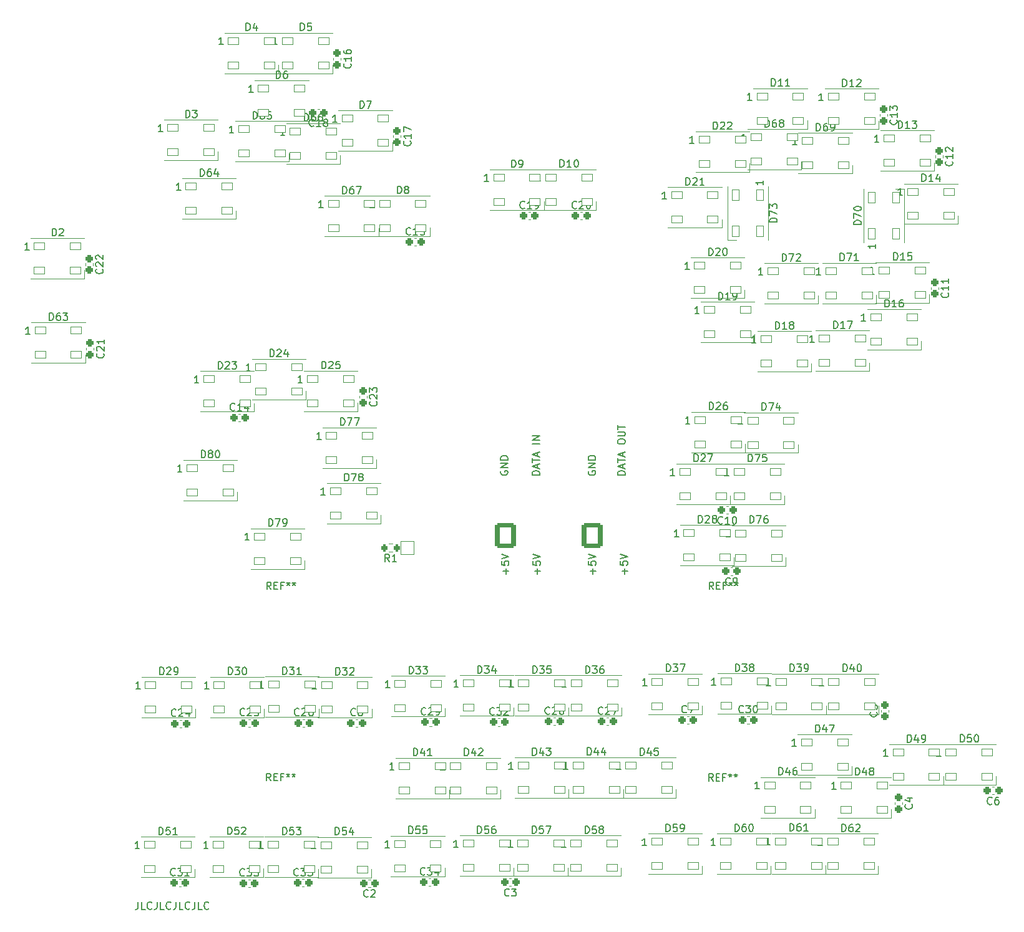
<source format=gbr>
%TF.GenerationSoftware,KiCad,Pcbnew,(6.0.9)*%
%TF.CreationDate,2023-04-01T14:06:34-08:00*%
%TF.ProjectId,KY-58 PANEL,4b592d35-3820-4504-914e-454c2e6b6963,3*%
%TF.SameCoordinates,Original*%
%TF.FileFunction,Legend,Top*%
%TF.FilePolarity,Positive*%
%FSLAX46Y46*%
G04 Gerber Fmt 4.6, Leading zero omitted, Abs format (unit mm)*
G04 Created by KiCad (PCBNEW (6.0.9)) date 2023-04-01 14:06:34*
%MOMM*%
%LPD*%
G01*
G04 APERTURE LIST*
G04 Aperture macros list*
%AMRoundRect*
0 Rectangle with rounded corners*
0 $1 Rounding radius*
0 $2 $3 $4 $5 $6 $7 $8 $9 X,Y pos of 4 corners*
0 Add a 4 corners polygon primitive as box body*
4,1,4,$2,$3,$4,$5,$6,$7,$8,$9,$2,$3,0*
0 Add four circle primitives for the rounded corners*
1,1,$1+$1,$2,$3*
1,1,$1+$1,$4,$5*
1,1,$1+$1,$6,$7*
1,1,$1+$1,$8,$9*
0 Add four rect primitives between the rounded corners*
20,1,$1+$1,$2,$3,$4,$5,0*
20,1,$1+$1,$4,$5,$6,$7,0*
20,1,$1+$1,$6,$7,$8,$9,0*
20,1,$1+$1,$8,$9,$2,$3,0*%
G04 Aperture macros list end*
%ADD10C,0.150000*%
%ADD11C,0.120000*%
%ADD12C,7.640752*%
%ADD13C,2.481250*%
%ADD14C,3.300000*%
%ADD15RoundRect,0.050000X-0.750000X-0.450000X0.750000X-0.450000X0.750000X0.450000X-0.750000X0.450000X0*%
%ADD16RoundRect,0.250000X0.200000X0.275000X-0.200000X0.275000X-0.200000X-0.275000X0.200000X-0.275000X0*%
%ADD17RoundRect,0.275000X-0.250000X0.225000X-0.250000X-0.225000X0.250000X-0.225000X0.250000X0.225000X0*%
%ADD18RoundRect,0.275000X0.250000X-0.225000X0.250000X0.225000X-0.250000X0.225000X-0.250000X-0.225000X0*%
%ADD19RoundRect,0.275000X0.225000X0.250000X-0.225000X0.250000X-0.225000X-0.250000X0.225000X-0.250000X0*%
%ADD20RoundRect,0.275000X-0.225000X-0.250000X0.225000X-0.250000X0.225000X0.250000X-0.225000X0.250000X0*%
%ADD21RoundRect,0.050000X0.450000X-0.750000X0.450000X0.750000X-0.450000X0.750000X-0.450000X-0.750000X0*%
%ADD22RoundRect,0.050000X-0.450000X0.750000X-0.450000X-0.750000X0.450000X-0.750000X0.450000X0.750000X0*%
%ADD23RoundRect,0.050000X-0.900000X-0.900000X0.900000X-0.900000X0.900000X0.900000X-0.900000X0.900000X0*%
%ADD24C,1.900000*%
%ADD25RoundRect,0.300001X-1.099999X-1.399999X1.099999X-1.399999X1.099999X1.399999X-1.099999X1.399999X0*%
%ADD26O,2.800000X3.400000*%
G04 APERTURE END LIST*
D10*
X151102380Y-93110714D02*
X150102380Y-93110714D01*
X150102380Y-92872618D01*
X150150000Y-92729761D01*
X150245238Y-92634523D01*
X150340476Y-92586904D01*
X150530952Y-92539285D01*
X150673809Y-92539285D01*
X150864285Y-92586904D01*
X150959523Y-92634523D01*
X151054761Y-92729761D01*
X151102380Y-92872618D01*
X151102380Y-93110714D01*
X150816666Y-92158333D02*
X150816666Y-91682142D01*
X151102380Y-92253571D02*
X150102380Y-91920237D01*
X151102380Y-91586904D01*
X150102380Y-91396428D02*
X150102380Y-90824999D01*
X151102380Y-91110714D02*
X150102380Y-91110714D01*
X150816666Y-90539285D02*
X150816666Y-90063095D01*
X151102380Y-90634523D02*
X150102380Y-90301190D01*
X151102380Y-89967857D01*
X151102380Y-88872618D02*
X150102380Y-88872618D01*
X151102380Y-88396428D02*
X150102380Y-88396428D01*
X151102380Y-87824999D01*
X150102380Y-87824999D01*
X96630952Y-151102380D02*
X96630952Y-151816666D01*
X96583333Y-151959523D01*
X96488095Y-152054761D01*
X96345238Y-152102380D01*
X96250000Y-152102380D01*
X97583333Y-152102380D02*
X97107142Y-152102380D01*
X97107142Y-151102380D01*
X98488095Y-152007142D02*
X98440476Y-152054761D01*
X98297619Y-152102380D01*
X98202380Y-152102380D01*
X98059523Y-152054761D01*
X97964285Y-151959523D01*
X97916666Y-151864285D01*
X97869047Y-151673809D01*
X97869047Y-151530952D01*
X97916666Y-151340476D01*
X97964285Y-151245238D01*
X98059523Y-151150000D01*
X98202380Y-151102380D01*
X98297619Y-151102380D01*
X98440476Y-151150000D01*
X98488095Y-151197619D01*
X99202380Y-151102380D02*
X99202380Y-151816666D01*
X99154761Y-151959523D01*
X99059523Y-152054761D01*
X98916666Y-152102380D01*
X98821428Y-152102380D01*
X100154761Y-152102380D02*
X99678571Y-152102380D01*
X99678571Y-151102380D01*
X101059523Y-152007142D02*
X101011904Y-152054761D01*
X100869047Y-152102380D01*
X100773809Y-152102380D01*
X100630952Y-152054761D01*
X100535714Y-151959523D01*
X100488095Y-151864285D01*
X100440476Y-151673809D01*
X100440476Y-151530952D01*
X100488095Y-151340476D01*
X100535714Y-151245238D01*
X100630952Y-151150000D01*
X100773809Y-151102380D01*
X100869047Y-151102380D01*
X101011904Y-151150000D01*
X101059523Y-151197619D01*
X101773809Y-151102380D02*
X101773809Y-151816666D01*
X101726190Y-151959523D01*
X101630952Y-152054761D01*
X101488095Y-152102380D01*
X101392857Y-152102380D01*
X102726190Y-152102380D02*
X102250000Y-152102380D01*
X102250000Y-151102380D01*
X103630952Y-152007142D02*
X103583333Y-152054761D01*
X103440476Y-152102380D01*
X103345238Y-152102380D01*
X103202380Y-152054761D01*
X103107142Y-151959523D01*
X103059523Y-151864285D01*
X103011904Y-151673809D01*
X103011904Y-151530952D01*
X103059523Y-151340476D01*
X103107142Y-151245238D01*
X103202380Y-151150000D01*
X103345238Y-151102380D01*
X103440476Y-151102380D01*
X103583333Y-151150000D01*
X103630952Y-151197619D01*
X104345238Y-151102380D02*
X104345238Y-151816666D01*
X104297619Y-151959523D01*
X104202380Y-152054761D01*
X104059523Y-152102380D01*
X103964285Y-152102380D01*
X105297619Y-152102380D02*
X104821428Y-152102380D01*
X104821428Y-151102380D01*
X106202380Y-152007142D02*
X106154761Y-152054761D01*
X106011904Y-152102380D01*
X105916666Y-152102380D01*
X105773809Y-152054761D01*
X105678571Y-151959523D01*
X105630952Y-151864285D01*
X105583333Y-151673809D01*
X105583333Y-151530952D01*
X105630952Y-151340476D01*
X105678571Y-151245238D01*
X105773809Y-151150000D01*
X105916666Y-151102380D01*
X106011904Y-151102380D01*
X106154761Y-151150000D01*
X106202380Y-151197619D01*
X145850000Y-92586904D02*
X145802380Y-92682142D01*
X145802380Y-92825000D01*
X145850000Y-92967857D01*
X145945238Y-93063095D01*
X146040476Y-93110714D01*
X146230952Y-93158333D01*
X146373809Y-93158333D01*
X146564285Y-93110714D01*
X146659523Y-93063095D01*
X146754761Y-92967857D01*
X146802380Y-92825000D01*
X146802380Y-92729761D01*
X146754761Y-92586904D01*
X146707142Y-92539285D01*
X146373809Y-92539285D01*
X146373809Y-92729761D01*
X146802380Y-92110714D02*
X145802380Y-92110714D01*
X146802380Y-91539285D01*
X145802380Y-91539285D01*
X146802380Y-91063095D02*
X145802380Y-91063095D01*
X145802380Y-90825000D01*
X145850000Y-90682142D01*
X145945238Y-90586904D01*
X146040476Y-90539285D01*
X146230952Y-90491666D01*
X146373809Y-90491666D01*
X146564285Y-90539285D01*
X146659523Y-90586904D01*
X146754761Y-90682142D01*
X146802380Y-90825000D01*
X146802380Y-91063095D01*
X162646428Y-106560714D02*
X162646428Y-105798809D01*
X163027380Y-106179761D02*
X162265476Y-106179761D01*
X162027380Y-104846428D02*
X162027380Y-105322619D01*
X162503571Y-105370238D01*
X162455952Y-105322619D01*
X162408333Y-105227380D01*
X162408333Y-104989285D01*
X162455952Y-104894047D01*
X162503571Y-104846428D01*
X162598809Y-104798809D01*
X162836904Y-104798809D01*
X162932142Y-104846428D01*
X162979761Y-104894047D01*
X163027380Y-104989285D01*
X163027380Y-105227380D01*
X162979761Y-105322619D01*
X162932142Y-105370238D01*
X162027380Y-104513095D02*
X163027380Y-104179761D01*
X162027380Y-103846428D01*
X157750000Y-92586904D02*
X157702380Y-92682142D01*
X157702380Y-92825000D01*
X157750000Y-92967857D01*
X157845238Y-93063095D01*
X157940476Y-93110714D01*
X158130952Y-93158333D01*
X158273809Y-93158333D01*
X158464285Y-93110714D01*
X158559523Y-93063095D01*
X158654761Y-92967857D01*
X158702380Y-92825000D01*
X158702380Y-92729761D01*
X158654761Y-92586904D01*
X158607142Y-92539285D01*
X158273809Y-92539285D01*
X158273809Y-92729761D01*
X158702380Y-92110714D02*
X157702380Y-92110714D01*
X158702380Y-91539285D01*
X157702380Y-91539285D01*
X158702380Y-91063095D02*
X157702380Y-91063095D01*
X157702380Y-90825000D01*
X157750000Y-90682142D01*
X157845238Y-90586904D01*
X157940476Y-90539285D01*
X158130952Y-90491666D01*
X158273809Y-90491666D01*
X158464285Y-90539285D01*
X158559523Y-90586904D01*
X158654761Y-90682142D01*
X158702380Y-90825000D01*
X158702380Y-91063095D01*
X146546428Y-106560714D02*
X146546428Y-105798809D01*
X146927380Y-106179761D02*
X146165476Y-106179761D01*
X145927380Y-104846428D02*
X145927380Y-105322619D01*
X146403571Y-105370238D01*
X146355952Y-105322619D01*
X146308333Y-105227380D01*
X146308333Y-104989285D01*
X146355952Y-104894047D01*
X146403571Y-104846428D01*
X146498809Y-104798809D01*
X146736904Y-104798809D01*
X146832142Y-104846428D01*
X146879761Y-104894047D01*
X146927380Y-104989285D01*
X146927380Y-105227380D01*
X146879761Y-105322619D01*
X146832142Y-105370238D01*
X145927380Y-104513095D02*
X146927380Y-104179761D01*
X145927380Y-103846428D01*
X150821428Y-106560714D02*
X150821428Y-105798809D01*
X151202380Y-106179761D02*
X150440476Y-106179761D01*
X150202380Y-104846428D02*
X150202380Y-105322619D01*
X150678571Y-105370238D01*
X150630952Y-105322619D01*
X150583333Y-105227380D01*
X150583333Y-104989285D01*
X150630952Y-104894047D01*
X150678571Y-104846428D01*
X150773809Y-104798809D01*
X151011904Y-104798809D01*
X151107142Y-104846428D01*
X151154761Y-104894047D01*
X151202380Y-104989285D01*
X151202380Y-105227380D01*
X151154761Y-105322619D01*
X151107142Y-105370238D01*
X150202380Y-104513095D02*
X151202380Y-104179761D01*
X150202380Y-103846428D01*
X162702380Y-93110713D02*
X161702380Y-93110713D01*
X161702380Y-92872618D01*
X161750000Y-92729761D01*
X161845238Y-92634523D01*
X161940476Y-92586904D01*
X162130952Y-92539285D01*
X162273809Y-92539285D01*
X162464285Y-92586904D01*
X162559523Y-92634523D01*
X162654761Y-92729761D01*
X162702380Y-92872618D01*
X162702380Y-93110713D01*
X162416666Y-92158332D02*
X162416666Y-91682142D01*
X162702380Y-92253570D02*
X161702380Y-91920237D01*
X162702380Y-91586904D01*
X161702380Y-91396428D02*
X161702380Y-90824999D01*
X162702380Y-91110713D02*
X161702380Y-91110713D01*
X162416666Y-90539285D02*
X162416666Y-90063094D01*
X162702380Y-90634523D02*
X161702380Y-90301190D01*
X162702380Y-89967856D01*
X161702380Y-88682142D02*
X161702380Y-88491666D01*
X161750000Y-88396428D01*
X161845238Y-88301190D01*
X162035714Y-88253570D01*
X162369047Y-88253570D01*
X162559523Y-88301190D01*
X162654761Y-88396428D01*
X162702380Y-88491666D01*
X162702380Y-88682142D01*
X162654761Y-88777380D01*
X162559523Y-88872618D01*
X162369047Y-88920237D01*
X162035714Y-88920237D01*
X161845238Y-88872618D01*
X161750000Y-88777380D01*
X161702380Y-88682142D01*
X161702380Y-87824999D02*
X162511904Y-87824999D01*
X162607142Y-87777380D01*
X162654761Y-87729761D01*
X162702380Y-87634523D01*
X162702380Y-87444047D01*
X162654761Y-87348809D01*
X162607142Y-87301190D01*
X162511904Y-87253570D01*
X161702380Y-87253570D01*
X161702380Y-86920237D02*
X161702380Y-86348809D01*
X162702380Y-86634523D02*
X161702380Y-86634523D01*
X158346428Y-106560714D02*
X158346428Y-105798809D01*
X158727380Y-106179761D02*
X157965476Y-106179761D01*
X157727380Y-104846428D02*
X157727380Y-105322619D01*
X158203571Y-105370238D01*
X158155952Y-105322619D01*
X158108333Y-105227380D01*
X158108333Y-104989285D01*
X158155952Y-104894047D01*
X158203571Y-104846428D01*
X158298809Y-104798809D01*
X158536904Y-104798809D01*
X158632142Y-104846428D01*
X158679761Y-104894047D01*
X158727380Y-104989285D01*
X158727380Y-105227380D01*
X158679761Y-105322619D01*
X158632142Y-105370238D01*
X157727380Y-104513095D02*
X158727380Y-104179761D01*
X157727380Y-103846428D01*
%TO.C,REF\u002A\u002A*%
X114666666Y-108652380D02*
X114333333Y-108176190D01*
X114095238Y-108652380D02*
X114095238Y-107652380D01*
X114476190Y-107652380D01*
X114571428Y-107700000D01*
X114619047Y-107747619D01*
X114666666Y-107842857D01*
X114666666Y-107985714D01*
X114619047Y-108080952D01*
X114571428Y-108128571D01*
X114476190Y-108176190D01*
X114095238Y-108176190D01*
X115095238Y-108128571D02*
X115428571Y-108128571D01*
X115571428Y-108652380D02*
X115095238Y-108652380D01*
X115095238Y-107652380D01*
X115571428Y-107652380D01*
X116333333Y-108128571D02*
X116000000Y-108128571D01*
X116000000Y-108652380D02*
X116000000Y-107652380D01*
X116476190Y-107652380D01*
X117000000Y-107652380D02*
X117000000Y-107890476D01*
X116761904Y-107795238D02*
X117000000Y-107890476D01*
X117238095Y-107795238D01*
X116857142Y-108080952D02*
X117000000Y-107890476D01*
X117142857Y-108080952D01*
X117761904Y-107652380D02*
X117761904Y-107890476D01*
X117523809Y-107795238D02*
X117761904Y-107890476D01*
X118000000Y-107795238D01*
X117619047Y-108080952D02*
X117761904Y-107890476D01*
X117904761Y-108080952D01*
X174641666Y-134677380D02*
X174308333Y-134201190D01*
X174070238Y-134677380D02*
X174070238Y-133677380D01*
X174451190Y-133677380D01*
X174546428Y-133725000D01*
X174594047Y-133772619D01*
X174641666Y-133867857D01*
X174641666Y-134010714D01*
X174594047Y-134105952D01*
X174546428Y-134153571D01*
X174451190Y-134201190D01*
X174070238Y-134201190D01*
X175070238Y-134153571D02*
X175403571Y-134153571D01*
X175546428Y-134677380D02*
X175070238Y-134677380D01*
X175070238Y-133677380D01*
X175546428Y-133677380D01*
X176308333Y-134153571D02*
X175975000Y-134153571D01*
X175975000Y-134677380D02*
X175975000Y-133677380D01*
X176451190Y-133677380D01*
X176975000Y-133677380D02*
X176975000Y-133915476D01*
X176736904Y-133820238D02*
X176975000Y-133915476D01*
X177213095Y-133820238D01*
X176832142Y-134105952D02*
X176975000Y-133915476D01*
X177117857Y-134105952D01*
X177736904Y-133677380D02*
X177736904Y-133915476D01*
X177498809Y-133820238D02*
X177736904Y-133915476D01*
X177975000Y-133820238D01*
X177594047Y-134105952D02*
X177736904Y-133915476D01*
X177879761Y-134105952D01*
X114641666Y-134652380D02*
X114308333Y-134176190D01*
X114070238Y-134652380D02*
X114070238Y-133652380D01*
X114451190Y-133652380D01*
X114546428Y-133700000D01*
X114594047Y-133747619D01*
X114641666Y-133842857D01*
X114641666Y-133985714D01*
X114594047Y-134080952D01*
X114546428Y-134128571D01*
X114451190Y-134176190D01*
X114070238Y-134176190D01*
X115070238Y-134128571D02*
X115403571Y-134128571D01*
X115546428Y-134652380D02*
X115070238Y-134652380D01*
X115070238Y-133652380D01*
X115546428Y-133652380D01*
X116308333Y-134128571D02*
X115975000Y-134128571D01*
X115975000Y-134652380D02*
X115975000Y-133652380D01*
X116451190Y-133652380D01*
X116975000Y-133652380D02*
X116975000Y-133890476D01*
X116736904Y-133795238D02*
X116975000Y-133890476D01*
X117213095Y-133795238D01*
X116832142Y-134080952D02*
X116975000Y-133890476D01*
X117117857Y-134080952D01*
X117736904Y-133652380D02*
X117736904Y-133890476D01*
X117498809Y-133795238D02*
X117736904Y-133890476D01*
X117975000Y-133795238D01*
X117594047Y-134080952D02*
X117736904Y-133890476D01*
X117879761Y-134080952D01*
X174691666Y-108652380D02*
X174358333Y-108176190D01*
X174120238Y-108652380D02*
X174120238Y-107652380D01*
X174501190Y-107652380D01*
X174596428Y-107700000D01*
X174644047Y-107747619D01*
X174691666Y-107842857D01*
X174691666Y-107985714D01*
X174644047Y-108080952D01*
X174596428Y-108128571D01*
X174501190Y-108176190D01*
X174120238Y-108176190D01*
X175120238Y-108128571D02*
X175453571Y-108128571D01*
X175596428Y-108652380D02*
X175120238Y-108652380D01*
X175120238Y-107652380D01*
X175596428Y-107652380D01*
X176358333Y-108128571D02*
X176025000Y-108128571D01*
X176025000Y-108652380D02*
X176025000Y-107652380D01*
X176501190Y-107652380D01*
X177025000Y-107652380D02*
X177025000Y-107890476D01*
X176786904Y-107795238D02*
X177025000Y-107890476D01*
X177263095Y-107795238D01*
X176882142Y-108080952D02*
X177025000Y-107890476D01*
X177167857Y-108080952D01*
X177786904Y-107652380D02*
X177786904Y-107890476D01*
X177548809Y-107795238D02*
X177786904Y-107890476D01*
X178025000Y-107795238D01*
X177644047Y-108080952D02*
X177786904Y-107890476D01*
X177929761Y-108080952D01*
%TO.C,D63*%
X84598514Y-72110780D02*
X84598514Y-71110780D01*
X84836609Y-71110780D01*
X84979466Y-71158400D01*
X85074704Y-71253638D01*
X85122323Y-71348876D01*
X85169942Y-71539352D01*
X85169942Y-71682209D01*
X85122323Y-71872685D01*
X85074704Y-71967923D01*
X84979466Y-72063161D01*
X84836609Y-72110780D01*
X84598514Y-72110780D01*
X86027085Y-71110780D02*
X85836609Y-71110780D01*
X85741371Y-71158400D01*
X85693752Y-71206019D01*
X85598514Y-71348876D01*
X85550895Y-71539352D01*
X85550895Y-71920304D01*
X85598514Y-72015542D01*
X85646133Y-72063161D01*
X85741371Y-72110780D01*
X85931847Y-72110780D01*
X86027085Y-72063161D01*
X86074704Y-72015542D01*
X86122323Y-71920304D01*
X86122323Y-71682209D01*
X86074704Y-71586971D01*
X86027085Y-71539352D01*
X85931847Y-71491733D01*
X85741371Y-71491733D01*
X85646133Y-71539352D01*
X85598514Y-71586971D01*
X85550895Y-71682209D01*
X86455657Y-71110780D02*
X87074704Y-71110780D01*
X86741371Y-71491733D01*
X86884228Y-71491733D01*
X86979466Y-71539352D01*
X87027085Y-71586971D01*
X87074704Y-71682209D01*
X87074704Y-71920304D01*
X87027085Y-72015542D01*
X86979466Y-72063161D01*
X86884228Y-72110780D01*
X86598514Y-72110780D01*
X86503276Y-72063161D01*
X86455657Y-72015542D01*
X81948514Y-74010780D02*
X81377085Y-74010780D01*
X81662800Y-74010780D02*
X81662800Y-73010780D01*
X81567561Y-73153638D01*
X81472323Y-73248876D01*
X81377085Y-73296495D01*
%TO.C,D2*%
X84975304Y-60655380D02*
X84975304Y-59655380D01*
X85213400Y-59655380D01*
X85356257Y-59703000D01*
X85451495Y-59798238D01*
X85499114Y-59893476D01*
X85546733Y-60083952D01*
X85546733Y-60226809D01*
X85499114Y-60417285D01*
X85451495Y-60512523D01*
X85356257Y-60607761D01*
X85213400Y-60655380D01*
X84975304Y-60655380D01*
X85927685Y-59750619D02*
X85975304Y-59703000D01*
X86070542Y-59655380D01*
X86308638Y-59655380D01*
X86403876Y-59703000D01*
X86451495Y-59750619D01*
X86499114Y-59845857D01*
X86499114Y-59941095D01*
X86451495Y-60083952D01*
X85880066Y-60655380D01*
X86499114Y-60655380D01*
X81849114Y-62555380D02*
X81277685Y-62555380D01*
X81563400Y-62555380D02*
X81563400Y-61555380D01*
X81468161Y-61698238D01*
X81372923Y-61793476D01*
X81277685Y-61841095D01*
%TO.C,D3*%
X103086904Y-44577380D02*
X103086904Y-43577380D01*
X103325000Y-43577380D01*
X103467857Y-43625000D01*
X103563095Y-43720238D01*
X103610714Y-43815476D01*
X103658333Y-44005952D01*
X103658333Y-44148809D01*
X103610714Y-44339285D01*
X103563095Y-44434523D01*
X103467857Y-44529761D01*
X103325000Y-44577380D01*
X103086904Y-44577380D01*
X103991666Y-43577380D02*
X104610714Y-43577380D01*
X104277380Y-43958333D01*
X104420238Y-43958333D01*
X104515476Y-44005952D01*
X104563095Y-44053571D01*
X104610714Y-44148809D01*
X104610714Y-44386904D01*
X104563095Y-44482142D01*
X104515476Y-44529761D01*
X104420238Y-44577380D01*
X104134523Y-44577380D01*
X104039285Y-44529761D01*
X103991666Y-44482142D01*
X99960714Y-46477380D02*
X99389285Y-46477380D01*
X99675000Y-46477380D02*
X99675000Y-45477380D01*
X99579761Y-45620238D01*
X99484523Y-45715476D01*
X99389285Y-45763095D01*
%TO.C,D4*%
X111289904Y-32766180D02*
X111289904Y-31766180D01*
X111528000Y-31766180D01*
X111670857Y-31813800D01*
X111766095Y-31909038D01*
X111813714Y-32004276D01*
X111861333Y-32194752D01*
X111861333Y-32337609D01*
X111813714Y-32528085D01*
X111766095Y-32623323D01*
X111670857Y-32718561D01*
X111528000Y-32766180D01*
X111289904Y-32766180D01*
X112718476Y-32099514D02*
X112718476Y-32766180D01*
X112480380Y-31718561D02*
X112242285Y-32432847D01*
X112861333Y-32432847D01*
X108163714Y-34666180D02*
X107592285Y-34666180D01*
X107878000Y-34666180D02*
X107878000Y-33666180D01*
X107782761Y-33809038D01*
X107687523Y-33904276D01*
X107592285Y-33951895D01*
%TO.C,D5*%
X118653904Y-32766180D02*
X118653904Y-31766180D01*
X118892000Y-31766180D01*
X119034857Y-31813800D01*
X119130095Y-31909038D01*
X119177714Y-32004276D01*
X119225333Y-32194752D01*
X119225333Y-32337609D01*
X119177714Y-32528085D01*
X119130095Y-32623323D01*
X119034857Y-32718561D01*
X118892000Y-32766180D01*
X118653904Y-32766180D01*
X120130095Y-31766180D02*
X119653904Y-31766180D01*
X119606285Y-32242371D01*
X119653904Y-32194752D01*
X119749142Y-32147133D01*
X119987238Y-32147133D01*
X120082476Y-32194752D01*
X120130095Y-32242371D01*
X120177714Y-32337609D01*
X120177714Y-32575704D01*
X120130095Y-32670942D01*
X120082476Y-32718561D01*
X119987238Y-32766180D01*
X119749142Y-32766180D01*
X119653904Y-32718561D01*
X119606285Y-32670942D01*
X115527714Y-34666180D02*
X114956285Y-34666180D01*
X115242000Y-34666180D02*
X115242000Y-33666180D01*
X115146761Y-33809038D01*
X115051523Y-33904276D01*
X114956285Y-33951895D01*
%TO.C,D6*%
X115376904Y-39243180D02*
X115376904Y-38243180D01*
X115615000Y-38243180D01*
X115757857Y-38290800D01*
X115853095Y-38386038D01*
X115900714Y-38481276D01*
X115948333Y-38671752D01*
X115948333Y-38814609D01*
X115900714Y-39005085D01*
X115853095Y-39100323D01*
X115757857Y-39195561D01*
X115615000Y-39243180D01*
X115376904Y-39243180D01*
X116805476Y-38243180D02*
X116615000Y-38243180D01*
X116519761Y-38290800D01*
X116472142Y-38338419D01*
X116376904Y-38481276D01*
X116329285Y-38671752D01*
X116329285Y-39052704D01*
X116376904Y-39147942D01*
X116424523Y-39195561D01*
X116519761Y-39243180D01*
X116710238Y-39243180D01*
X116805476Y-39195561D01*
X116853095Y-39147942D01*
X116900714Y-39052704D01*
X116900714Y-38814609D01*
X116853095Y-38719371D01*
X116805476Y-38671752D01*
X116710238Y-38624133D01*
X116519761Y-38624133D01*
X116424523Y-38671752D01*
X116376904Y-38719371D01*
X116329285Y-38814609D01*
X112250714Y-41143180D02*
X111679285Y-41143180D01*
X111965000Y-41143180D02*
X111965000Y-40143180D01*
X111869761Y-40286038D01*
X111774523Y-40381276D01*
X111679285Y-40428895D01*
%TO.C,D7*%
X126732904Y-43307180D02*
X126732904Y-42307180D01*
X126971000Y-42307180D01*
X127113857Y-42354800D01*
X127209095Y-42450038D01*
X127256714Y-42545276D01*
X127304333Y-42735752D01*
X127304333Y-42878609D01*
X127256714Y-43069085D01*
X127209095Y-43164323D01*
X127113857Y-43259561D01*
X126971000Y-43307180D01*
X126732904Y-43307180D01*
X127637666Y-42307180D02*
X128304333Y-42307180D01*
X127875761Y-43307180D01*
X123606714Y-45207180D02*
X123035285Y-45207180D01*
X123321000Y-45207180D02*
X123321000Y-44207180D01*
X123225761Y-44350038D01*
X123130523Y-44445276D01*
X123035285Y-44492895D01*
%TO.C,D8*%
X131812904Y-54889580D02*
X131812904Y-53889580D01*
X132051000Y-53889580D01*
X132193857Y-53937200D01*
X132289095Y-54032438D01*
X132336714Y-54127676D01*
X132384333Y-54318152D01*
X132384333Y-54461009D01*
X132336714Y-54651485D01*
X132289095Y-54746723D01*
X132193857Y-54841961D01*
X132051000Y-54889580D01*
X131812904Y-54889580D01*
X132955761Y-54318152D02*
X132860523Y-54270533D01*
X132812904Y-54222914D01*
X132765285Y-54127676D01*
X132765285Y-54080057D01*
X132812904Y-53984819D01*
X132860523Y-53937200D01*
X132955761Y-53889580D01*
X133146238Y-53889580D01*
X133241476Y-53937200D01*
X133289095Y-53984819D01*
X133336714Y-54080057D01*
X133336714Y-54127676D01*
X133289095Y-54222914D01*
X133241476Y-54270533D01*
X133146238Y-54318152D01*
X132955761Y-54318152D01*
X132860523Y-54365771D01*
X132812904Y-54413390D01*
X132765285Y-54508628D01*
X132765285Y-54699104D01*
X132812904Y-54794342D01*
X132860523Y-54841961D01*
X132955761Y-54889580D01*
X133146238Y-54889580D01*
X133241476Y-54841961D01*
X133289095Y-54794342D01*
X133336714Y-54699104D01*
X133336714Y-54508628D01*
X133289095Y-54413390D01*
X133241476Y-54365771D01*
X133146238Y-54318152D01*
X128686714Y-56789580D02*
X128115285Y-56789580D01*
X128401000Y-56789580D02*
X128401000Y-55789580D01*
X128305761Y-55932438D01*
X128210523Y-56027676D01*
X128115285Y-56075295D01*
%TO.C,D9*%
X147306904Y-51333780D02*
X147306904Y-50333780D01*
X147545000Y-50333780D01*
X147687857Y-50381400D01*
X147783095Y-50476638D01*
X147830714Y-50571876D01*
X147878333Y-50762352D01*
X147878333Y-50905209D01*
X147830714Y-51095685D01*
X147783095Y-51190923D01*
X147687857Y-51286161D01*
X147545000Y-51333780D01*
X147306904Y-51333780D01*
X148354523Y-51333780D02*
X148545000Y-51333780D01*
X148640238Y-51286161D01*
X148687857Y-51238542D01*
X148783095Y-51095685D01*
X148830714Y-50905209D01*
X148830714Y-50524257D01*
X148783095Y-50429019D01*
X148735476Y-50381400D01*
X148640238Y-50333780D01*
X148449761Y-50333780D01*
X148354523Y-50381400D01*
X148306904Y-50429019D01*
X148259285Y-50524257D01*
X148259285Y-50762352D01*
X148306904Y-50857590D01*
X148354523Y-50905209D01*
X148449761Y-50952828D01*
X148640238Y-50952828D01*
X148735476Y-50905209D01*
X148783095Y-50857590D01*
X148830714Y-50762352D01*
X144180714Y-53233780D02*
X143609285Y-53233780D01*
X143895000Y-53233780D02*
X143895000Y-52233780D01*
X143799761Y-52376638D01*
X143704523Y-52471876D01*
X143609285Y-52519495D01*
%TO.C,D10*%
X153877714Y-51308380D02*
X153877714Y-50308380D01*
X154115809Y-50308380D01*
X154258666Y-50356000D01*
X154353904Y-50451238D01*
X154401523Y-50546476D01*
X154449142Y-50736952D01*
X154449142Y-50879809D01*
X154401523Y-51070285D01*
X154353904Y-51165523D01*
X154258666Y-51260761D01*
X154115809Y-51308380D01*
X153877714Y-51308380D01*
X155401523Y-51308380D02*
X154830095Y-51308380D01*
X155115809Y-51308380D02*
X155115809Y-50308380D01*
X155020571Y-50451238D01*
X154925333Y-50546476D01*
X154830095Y-50594095D01*
X156020571Y-50308380D02*
X156115809Y-50308380D01*
X156211047Y-50356000D01*
X156258666Y-50403619D01*
X156306285Y-50498857D01*
X156353904Y-50689333D01*
X156353904Y-50927428D01*
X156306285Y-51117904D01*
X156258666Y-51213142D01*
X156211047Y-51260761D01*
X156115809Y-51308380D01*
X156020571Y-51308380D01*
X155925333Y-51260761D01*
X155877714Y-51213142D01*
X155830095Y-51117904D01*
X155782476Y-50927428D01*
X155782476Y-50689333D01*
X155830095Y-50498857D01*
X155877714Y-50403619D01*
X155925333Y-50356000D01*
X156020571Y-50308380D01*
X151227714Y-53208380D02*
X150656285Y-53208380D01*
X150942000Y-53208380D02*
X150942000Y-52208380D01*
X150846761Y-52351238D01*
X150751523Y-52446476D01*
X150656285Y-52494095D01*
%TO.C,D11*%
X182554714Y-40310180D02*
X182554714Y-39310180D01*
X182792809Y-39310180D01*
X182935666Y-39357800D01*
X183030904Y-39453038D01*
X183078523Y-39548276D01*
X183126142Y-39738752D01*
X183126142Y-39881609D01*
X183078523Y-40072085D01*
X183030904Y-40167323D01*
X182935666Y-40262561D01*
X182792809Y-40310180D01*
X182554714Y-40310180D01*
X184078523Y-40310180D02*
X183507095Y-40310180D01*
X183792809Y-40310180D02*
X183792809Y-39310180D01*
X183697571Y-39453038D01*
X183602333Y-39548276D01*
X183507095Y-39595895D01*
X185030904Y-40310180D02*
X184459476Y-40310180D01*
X184745190Y-40310180D02*
X184745190Y-39310180D01*
X184649952Y-39453038D01*
X184554714Y-39548276D01*
X184459476Y-39595895D01*
X179904714Y-42210180D02*
X179333285Y-42210180D01*
X179619000Y-42210180D02*
X179619000Y-41210180D01*
X179523761Y-41353038D01*
X179428523Y-41448276D01*
X179333285Y-41495895D01*
%TO.C,D12*%
X192235714Y-40377380D02*
X192235714Y-39377380D01*
X192473809Y-39377380D01*
X192616666Y-39425000D01*
X192711904Y-39520238D01*
X192759523Y-39615476D01*
X192807142Y-39805952D01*
X192807142Y-39948809D01*
X192759523Y-40139285D01*
X192711904Y-40234523D01*
X192616666Y-40329761D01*
X192473809Y-40377380D01*
X192235714Y-40377380D01*
X193759523Y-40377380D02*
X193188095Y-40377380D01*
X193473809Y-40377380D02*
X193473809Y-39377380D01*
X193378571Y-39520238D01*
X193283333Y-39615476D01*
X193188095Y-39663095D01*
X194140476Y-39472619D02*
X194188095Y-39425000D01*
X194283333Y-39377380D01*
X194521428Y-39377380D01*
X194616666Y-39425000D01*
X194664285Y-39472619D01*
X194711904Y-39567857D01*
X194711904Y-39663095D01*
X194664285Y-39805952D01*
X194092857Y-40377380D01*
X194711904Y-40377380D01*
X189585714Y-42277380D02*
X189014285Y-42277380D01*
X189300000Y-42277380D02*
X189300000Y-41277380D01*
X189204761Y-41420238D01*
X189109523Y-41515476D01*
X189014285Y-41563095D01*
%TO.C,D13*%
X199785714Y-46029380D02*
X199785714Y-45029380D01*
X200023809Y-45029380D01*
X200166666Y-45077000D01*
X200261904Y-45172238D01*
X200309523Y-45267476D01*
X200357142Y-45457952D01*
X200357142Y-45600809D01*
X200309523Y-45791285D01*
X200261904Y-45886523D01*
X200166666Y-45981761D01*
X200023809Y-46029380D01*
X199785714Y-46029380D01*
X201309523Y-46029380D02*
X200738095Y-46029380D01*
X201023809Y-46029380D02*
X201023809Y-45029380D01*
X200928571Y-45172238D01*
X200833333Y-45267476D01*
X200738095Y-45315095D01*
X201642857Y-45029380D02*
X202261904Y-45029380D01*
X201928571Y-45410333D01*
X202071428Y-45410333D01*
X202166666Y-45457952D01*
X202214285Y-45505571D01*
X202261904Y-45600809D01*
X202261904Y-45838904D01*
X202214285Y-45934142D01*
X202166666Y-45981761D01*
X202071428Y-46029380D01*
X201785714Y-46029380D01*
X201690476Y-45981761D01*
X201642857Y-45934142D01*
X197135714Y-47929380D02*
X196564285Y-47929380D01*
X196850000Y-47929380D02*
X196850000Y-46929380D01*
X196754761Y-47072238D01*
X196659523Y-47167476D01*
X196564285Y-47215095D01*
%TO.C,D14*%
X202987714Y-53253980D02*
X202987714Y-52253980D01*
X203225809Y-52253980D01*
X203368666Y-52301600D01*
X203463904Y-52396838D01*
X203511523Y-52492076D01*
X203559142Y-52682552D01*
X203559142Y-52825409D01*
X203511523Y-53015885D01*
X203463904Y-53111123D01*
X203368666Y-53206361D01*
X203225809Y-53253980D01*
X202987714Y-53253980D01*
X204511523Y-53253980D02*
X203940095Y-53253980D01*
X204225809Y-53253980D02*
X204225809Y-52253980D01*
X204130571Y-52396838D01*
X204035333Y-52492076D01*
X203940095Y-52539695D01*
X205368666Y-52587314D02*
X205368666Y-53253980D01*
X205130571Y-52206361D02*
X204892476Y-52920647D01*
X205511523Y-52920647D01*
X200337714Y-55153980D02*
X199766285Y-55153980D01*
X200052000Y-55153980D02*
X200052000Y-54153980D01*
X199956761Y-54296838D01*
X199861523Y-54392076D01*
X199766285Y-54439695D01*
%TO.C,D15*%
X199140714Y-63932180D02*
X199140714Y-62932180D01*
X199378809Y-62932180D01*
X199521666Y-62979800D01*
X199616904Y-63075038D01*
X199664523Y-63170276D01*
X199712142Y-63360752D01*
X199712142Y-63503609D01*
X199664523Y-63694085D01*
X199616904Y-63789323D01*
X199521666Y-63884561D01*
X199378809Y-63932180D01*
X199140714Y-63932180D01*
X200664523Y-63932180D02*
X200093095Y-63932180D01*
X200378809Y-63932180D02*
X200378809Y-62932180D01*
X200283571Y-63075038D01*
X200188333Y-63170276D01*
X200093095Y-63217895D01*
X201569285Y-62932180D02*
X201093095Y-62932180D01*
X201045476Y-63408371D01*
X201093095Y-63360752D01*
X201188333Y-63313133D01*
X201426428Y-63313133D01*
X201521666Y-63360752D01*
X201569285Y-63408371D01*
X201616904Y-63503609D01*
X201616904Y-63741704D01*
X201569285Y-63836942D01*
X201521666Y-63884561D01*
X201426428Y-63932180D01*
X201188333Y-63932180D01*
X201093095Y-63884561D01*
X201045476Y-63836942D01*
X196490714Y-65832180D02*
X195919285Y-65832180D01*
X196205000Y-65832180D02*
X196205000Y-64832180D01*
X196109761Y-64975038D01*
X196014523Y-65070276D01*
X195919285Y-65117895D01*
%TO.C,D16*%
X197986714Y-70307780D02*
X197986714Y-69307780D01*
X198224809Y-69307780D01*
X198367666Y-69355400D01*
X198462904Y-69450638D01*
X198510523Y-69545876D01*
X198558142Y-69736352D01*
X198558142Y-69879209D01*
X198510523Y-70069685D01*
X198462904Y-70164923D01*
X198367666Y-70260161D01*
X198224809Y-70307780D01*
X197986714Y-70307780D01*
X199510523Y-70307780D02*
X198939095Y-70307780D01*
X199224809Y-70307780D02*
X199224809Y-69307780D01*
X199129571Y-69450638D01*
X199034333Y-69545876D01*
X198939095Y-69593495D01*
X200367666Y-69307780D02*
X200177190Y-69307780D01*
X200081952Y-69355400D01*
X200034333Y-69403019D01*
X199939095Y-69545876D01*
X199891476Y-69736352D01*
X199891476Y-70117304D01*
X199939095Y-70212542D01*
X199986714Y-70260161D01*
X200081952Y-70307780D01*
X200272428Y-70307780D01*
X200367666Y-70260161D01*
X200415285Y-70212542D01*
X200462904Y-70117304D01*
X200462904Y-69879209D01*
X200415285Y-69783971D01*
X200367666Y-69736352D01*
X200272428Y-69688733D01*
X200081952Y-69688733D01*
X199986714Y-69736352D01*
X199939095Y-69783971D01*
X199891476Y-69879209D01*
X195336714Y-72207780D02*
X194765285Y-72207780D01*
X195051000Y-72207780D02*
X195051000Y-71207780D01*
X194955761Y-71350638D01*
X194860523Y-71445876D01*
X194765285Y-71493495D01*
%TO.C,D17*%
X191001714Y-73228380D02*
X191001714Y-72228380D01*
X191239809Y-72228380D01*
X191382666Y-72276000D01*
X191477904Y-72371238D01*
X191525523Y-72466476D01*
X191573142Y-72656952D01*
X191573142Y-72799809D01*
X191525523Y-72990285D01*
X191477904Y-73085523D01*
X191382666Y-73180761D01*
X191239809Y-73228380D01*
X191001714Y-73228380D01*
X192525523Y-73228380D02*
X191954095Y-73228380D01*
X192239809Y-73228380D02*
X192239809Y-72228380D01*
X192144571Y-72371238D01*
X192049333Y-72466476D01*
X191954095Y-72514095D01*
X192858857Y-72228380D02*
X193525523Y-72228380D01*
X193096952Y-73228380D01*
X188351714Y-75128380D02*
X187780285Y-75128380D01*
X188066000Y-75128380D02*
X188066000Y-74128380D01*
X187970761Y-74271238D01*
X187875523Y-74366476D01*
X187780285Y-74414095D01*
%TO.C,D18*%
X183099714Y-73304580D02*
X183099714Y-72304580D01*
X183337809Y-72304580D01*
X183480666Y-72352200D01*
X183575904Y-72447438D01*
X183623523Y-72542676D01*
X183671142Y-72733152D01*
X183671142Y-72876009D01*
X183623523Y-73066485D01*
X183575904Y-73161723D01*
X183480666Y-73256961D01*
X183337809Y-73304580D01*
X183099714Y-73304580D01*
X184623523Y-73304580D02*
X184052095Y-73304580D01*
X184337809Y-73304580D02*
X184337809Y-72304580D01*
X184242571Y-72447438D01*
X184147333Y-72542676D01*
X184052095Y-72590295D01*
X185194952Y-72733152D02*
X185099714Y-72685533D01*
X185052095Y-72637914D01*
X185004476Y-72542676D01*
X185004476Y-72495057D01*
X185052095Y-72399819D01*
X185099714Y-72352200D01*
X185194952Y-72304580D01*
X185385428Y-72304580D01*
X185480666Y-72352200D01*
X185528285Y-72399819D01*
X185575904Y-72495057D01*
X185575904Y-72542676D01*
X185528285Y-72637914D01*
X185480666Y-72685533D01*
X185385428Y-72733152D01*
X185194952Y-72733152D01*
X185099714Y-72780771D01*
X185052095Y-72828390D01*
X185004476Y-72923628D01*
X185004476Y-73114104D01*
X185052095Y-73209342D01*
X185099714Y-73256961D01*
X185194952Y-73304580D01*
X185385428Y-73304580D01*
X185480666Y-73256961D01*
X185528285Y-73209342D01*
X185575904Y-73114104D01*
X185575904Y-72923628D01*
X185528285Y-72828390D01*
X185480666Y-72780771D01*
X185385428Y-72733152D01*
X180449714Y-75204580D02*
X179878285Y-75204580D01*
X180164000Y-75204580D02*
X180164000Y-74204580D01*
X180068761Y-74347438D01*
X179973523Y-74442676D01*
X179878285Y-74490295D01*
%TO.C,D19*%
X175405714Y-69316780D02*
X175405714Y-68316780D01*
X175643809Y-68316780D01*
X175786666Y-68364400D01*
X175881904Y-68459638D01*
X175929523Y-68554876D01*
X175977142Y-68745352D01*
X175977142Y-68888209D01*
X175929523Y-69078685D01*
X175881904Y-69173923D01*
X175786666Y-69269161D01*
X175643809Y-69316780D01*
X175405714Y-69316780D01*
X176929523Y-69316780D02*
X176358095Y-69316780D01*
X176643809Y-69316780D02*
X176643809Y-68316780D01*
X176548571Y-68459638D01*
X176453333Y-68554876D01*
X176358095Y-68602495D01*
X177405714Y-69316780D02*
X177596190Y-69316780D01*
X177691428Y-69269161D01*
X177739047Y-69221542D01*
X177834285Y-69078685D01*
X177881904Y-68888209D01*
X177881904Y-68507257D01*
X177834285Y-68412019D01*
X177786666Y-68364400D01*
X177691428Y-68316780D01*
X177500952Y-68316780D01*
X177405714Y-68364400D01*
X177358095Y-68412019D01*
X177310476Y-68507257D01*
X177310476Y-68745352D01*
X177358095Y-68840590D01*
X177405714Y-68888209D01*
X177500952Y-68935828D01*
X177691428Y-68935828D01*
X177786666Y-68888209D01*
X177834285Y-68840590D01*
X177881904Y-68745352D01*
X172755714Y-71216780D02*
X172184285Y-71216780D01*
X172470000Y-71216780D02*
X172470000Y-70216780D01*
X172374761Y-70359638D01*
X172279523Y-70454876D01*
X172184285Y-70502495D01*
%TO.C,D20*%
X174060714Y-63302380D02*
X174060714Y-62302380D01*
X174298809Y-62302380D01*
X174441666Y-62350000D01*
X174536904Y-62445238D01*
X174584523Y-62540476D01*
X174632142Y-62730952D01*
X174632142Y-62873809D01*
X174584523Y-63064285D01*
X174536904Y-63159523D01*
X174441666Y-63254761D01*
X174298809Y-63302380D01*
X174060714Y-63302380D01*
X175013095Y-62397619D02*
X175060714Y-62350000D01*
X175155952Y-62302380D01*
X175394047Y-62302380D01*
X175489285Y-62350000D01*
X175536904Y-62397619D01*
X175584523Y-62492857D01*
X175584523Y-62588095D01*
X175536904Y-62730952D01*
X174965476Y-63302380D01*
X175584523Y-63302380D01*
X176203571Y-62302380D02*
X176298809Y-62302380D01*
X176394047Y-62350000D01*
X176441666Y-62397619D01*
X176489285Y-62492857D01*
X176536904Y-62683333D01*
X176536904Y-62921428D01*
X176489285Y-63111904D01*
X176441666Y-63207142D01*
X176394047Y-63254761D01*
X176298809Y-63302380D01*
X176203571Y-63302380D01*
X176108333Y-63254761D01*
X176060714Y-63207142D01*
X176013095Y-63111904D01*
X175965476Y-62921428D01*
X175965476Y-62683333D01*
X176013095Y-62492857D01*
X176060714Y-62397619D01*
X176108333Y-62350000D01*
X176203571Y-62302380D01*
X171410714Y-65202380D02*
X170839285Y-65202380D01*
X171125000Y-65202380D02*
X171125000Y-64202380D01*
X171029761Y-64345238D01*
X170934523Y-64440476D01*
X170839285Y-64488095D01*
%TO.C,D21*%
X170959714Y-53751780D02*
X170959714Y-52751780D01*
X171197809Y-52751780D01*
X171340666Y-52799400D01*
X171435904Y-52894638D01*
X171483523Y-52989876D01*
X171531142Y-53180352D01*
X171531142Y-53323209D01*
X171483523Y-53513685D01*
X171435904Y-53608923D01*
X171340666Y-53704161D01*
X171197809Y-53751780D01*
X170959714Y-53751780D01*
X171912095Y-52847019D02*
X171959714Y-52799400D01*
X172054952Y-52751780D01*
X172293047Y-52751780D01*
X172388285Y-52799400D01*
X172435904Y-52847019D01*
X172483523Y-52942257D01*
X172483523Y-53037495D01*
X172435904Y-53180352D01*
X171864476Y-53751780D01*
X172483523Y-53751780D01*
X173435904Y-53751780D02*
X172864476Y-53751780D01*
X173150190Y-53751780D02*
X173150190Y-52751780D01*
X173054952Y-52894638D01*
X172959714Y-52989876D01*
X172864476Y-53037495D01*
X168309714Y-55651780D02*
X167738285Y-55651780D01*
X168024000Y-55651780D02*
X168024000Y-54651780D01*
X167928761Y-54794638D01*
X167833523Y-54889876D01*
X167738285Y-54937495D01*
%TO.C,D22*%
X174694714Y-46177380D02*
X174694714Y-45177380D01*
X174932809Y-45177380D01*
X175075666Y-45225000D01*
X175170904Y-45320238D01*
X175218523Y-45415476D01*
X175266142Y-45605952D01*
X175266142Y-45748809D01*
X175218523Y-45939285D01*
X175170904Y-46034523D01*
X175075666Y-46129761D01*
X174932809Y-46177380D01*
X174694714Y-46177380D01*
X175647095Y-45272619D02*
X175694714Y-45225000D01*
X175789952Y-45177380D01*
X176028047Y-45177380D01*
X176123285Y-45225000D01*
X176170904Y-45272619D01*
X176218523Y-45367857D01*
X176218523Y-45463095D01*
X176170904Y-45605952D01*
X175599476Y-46177380D01*
X176218523Y-46177380D01*
X176599476Y-45272619D02*
X176647095Y-45225000D01*
X176742333Y-45177380D01*
X176980428Y-45177380D01*
X177075666Y-45225000D01*
X177123285Y-45272619D01*
X177170904Y-45367857D01*
X177170904Y-45463095D01*
X177123285Y-45605952D01*
X176551857Y-46177380D01*
X177170904Y-46177380D01*
X172044714Y-48077380D02*
X171473285Y-48077380D01*
X171759000Y-48077380D02*
X171759000Y-47077380D01*
X171663761Y-47220238D01*
X171568523Y-47315476D01*
X171473285Y-47363095D01*
%TO.C,D23*%
X107509714Y-78714780D02*
X107509714Y-77714780D01*
X107747809Y-77714780D01*
X107890666Y-77762400D01*
X107985904Y-77857638D01*
X108033523Y-77952876D01*
X108081142Y-78143352D01*
X108081142Y-78286209D01*
X108033523Y-78476685D01*
X107985904Y-78571923D01*
X107890666Y-78667161D01*
X107747809Y-78714780D01*
X107509714Y-78714780D01*
X108462095Y-77810019D02*
X108509714Y-77762400D01*
X108604952Y-77714780D01*
X108843047Y-77714780D01*
X108938285Y-77762400D01*
X108985904Y-77810019D01*
X109033523Y-77905257D01*
X109033523Y-78000495D01*
X108985904Y-78143352D01*
X108414476Y-78714780D01*
X109033523Y-78714780D01*
X109366857Y-77714780D02*
X109985904Y-77714780D01*
X109652571Y-78095733D01*
X109795428Y-78095733D01*
X109890666Y-78143352D01*
X109938285Y-78190971D01*
X109985904Y-78286209D01*
X109985904Y-78524304D01*
X109938285Y-78619542D01*
X109890666Y-78667161D01*
X109795428Y-78714780D01*
X109509714Y-78714780D01*
X109414476Y-78667161D01*
X109366857Y-78619542D01*
X104859714Y-80614780D02*
X104288285Y-80614780D01*
X104574000Y-80614780D02*
X104574000Y-79614780D01*
X104478761Y-79757638D01*
X104383523Y-79852876D01*
X104288285Y-79900495D01*
%TO.C,D24*%
X114533714Y-77063980D02*
X114533714Y-76063980D01*
X114771809Y-76063980D01*
X114914666Y-76111600D01*
X115009904Y-76206838D01*
X115057523Y-76302076D01*
X115105142Y-76492552D01*
X115105142Y-76635409D01*
X115057523Y-76825885D01*
X115009904Y-76921123D01*
X114914666Y-77016361D01*
X114771809Y-77063980D01*
X114533714Y-77063980D01*
X115486095Y-76159219D02*
X115533714Y-76111600D01*
X115628952Y-76063980D01*
X115867047Y-76063980D01*
X115962285Y-76111600D01*
X116009904Y-76159219D01*
X116057523Y-76254457D01*
X116057523Y-76349695D01*
X116009904Y-76492552D01*
X115438476Y-77063980D01*
X116057523Y-77063980D01*
X116914666Y-76397314D02*
X116914666Y-77063980D01*
X116676571Y-76016361D02*
X116438476Y-76730647D01*
X117057523Y-76730647D01*
X111883714Y-78963980D02*
X111312285Y-78963980D01*
X111598000Y-78963980D02*
X111598000Y-77963980D01*
X111502761Y-78106838D01*
X111407523Y-78202076D01*
X111312285Y-78249695D01*
%TO.C,D25*%
X121557714Y-78689380D02*
X121557714Y-77689380D01*
X121795809Y-77689380D01*
X121938666Y-77737000D01*
X122033904Y-77832238D01*
X122081523Y-77927476D01*
X122129142Y-78117952D01*
X122129142Y-78260809D01*
X122081523Y-78451285D01*
X122033904Y-78546523D01*
X121938666Y-78641761D01*
X121795809Y-78689380D01*
X121557714Y-78689380D01*
X122510095Y-77784619D02*
X122557714Y-77737000D01*
X122652952Y-77689380D01*
X122891047Y-77689380D01*
X122986285Y-77737000D01*
X123033904Y-77784619D01*
X123081523Y-77879857D01*
X123081523Y-77975095D01*
X123033904Y-78117952D01*
X122462476Y-78689380D01*
X123081523Y-78689380D01*
X123986285Y-77689380D02*
X123510095Y-77689380D01*
X123462476Y-78165571D01*
X123510095Y-78117952D01*
X123605333Y-78070333D01*
X123843428Y-78070333D01*
X123938666Y-78117952D01*
X123986285Y-78165571D01*
X124033904Y-78260809D01*
X124033904Y-78498904D01*
X123986285Y-78594142D01*
X123938666Y-78641761D01*
X123843428Y-78689380D01*
X123605333Y-78689380D01*
X123510095Y-78641761D01*
X123462476Y-78594142D01*
X118907714Y-80589380D02*
X118336285Y-80589380D01*
X118622000Y-80589380D02*
X118622000Y-79589380D01*
X118526761Y-79732238D01*
X118431523Y-79827476D01*
X118336285Y-79875095D01*
%TO.C,D26*%
X174135714Y-84251980D02*
X174135714Y-83251980D01*
X174373809Y-83251980D01*
X174516666Y-83299600D01*
X174611904Y-83394838D01*
X174659523Y-83490076D01*
X174707142Y-83680552D01*
X174707142Y-83823409D01*
X174659523Y-84013885D01*
X174611904Y-84109123D01*
X174516666Y-84204361D01*
X174373809Y-84251980D01*
X174135714Y-84251980D01*
X175088095Y-83347219D02*
X175135714Y-83299600D01*
X175230952Y-83251980D01*
X175469047Y-83251980D01*
X175564285Y-83299600D01*
X175611904Y-83347219D01*
X175659523Y-83442457D01*
X175659523Y-83537695D01*
X175611904Y-83680552D01*
X175040476Y-84251980D01*
X175659523Y-84251980D01*
X176516666Y-83251980D02*
X176326190Y-83251980D01*
X176230952Y-83299600D01*
X176183333Y-83347219D01*
X176088095Y-83490076D01*
X176040476Y-83680552D01*
X176040476Y-84061504D01*
X176088095Y-84156742D01*
X176135714Y-84204361D01*
X176230952Y-84251980D01*
X176421428Y-84251980D01*
X176516666Y-84204361D01*
X176564285Y-84156742D01*
X176611904Y-84061504D01*
X176611904Y-83823409D01*
X176564285Y-83728171D01*
X176516666Y-83680552D01*
X176421428Y-83632933D01*
X176230952Y-83632933D01*
X176135714Y-83680552D01*
X176088095Y-83728171D01*
X176040476Y-83823409D01*
X171485714Y-86151980D02*
X170914285Y-86151980D01*
X171200000Y-86151980D02*
X171200000Y-85151980D01*
X171104761Y-85294838D01*
X171009523Y-85390076D01*
X170914285Y-85437695D01*
%TO.C,D27*%
X172078714Y-91287780D02*
X172078714Y-90287780D01*
X172316809Y-90287780D01*
X172459666Y-90335400D01*
X172554904Y-90430638D01*
X172602523Y-90525876D01*
X172650142Y-90716352D01*
X172650142Y-90859209D01*
X172602523Y-91049685D01*
X172554904Y-91144923D01*
X172459666Y-91240161D01*
X172316809Y-91287780D01*
X172078714Y-91287780D01*
X173031095Y-90383019D02*
X173078714Y-90335400D01*
X173173952Y-90287780D01*
X173412047Y-90287780D01*
X173507285Y-90335400D01*
X173554904Y-90383019D01*
X173602523Y-90478257D01*
X173602523Y-90573495D01*
X173554904Y-90716352D01*
X172983476Y-91287780D01*
X173602523Y-91287780D01*
X173935857Y-90287780D02*
X174602523Y-90287780D01*
X174173952Y-91287780D01*
X169428714Y-93187780D02*
X168857285Y-93187780D01*
X169143000Y-93187780D02*
X169143000Y-92187780D01*
X169047761Y-92330638D01*
X168952523Y-92425876D01*
X168857285Y-92473495D01*
%TO.C,D28*%
X172636714Y-99619380D02*
X172636714Y-98619380D01*
X172874809Y-98619380D01*
X173017666Y-98667000D01*
X173112904Y-98762238D01*
X173160523Y-98857476D01*
X173208142Y-99047952D01*
X173208142Y-99190809D01*
X173160523Y-99381285D01*
X173112904Y-99476523D01*
X173017666Y-99571761D01*
X172874809Y-99619380D01*
X172636714Y-99619380D01*
X173589095Y-98714619D02*
X173636714Y-98667000D01*
X173731952Y-98619380D01*
X173970047Y-98619380D01*
X174065285Y-98667000D01*
X174112904Y-98714619D01*
X174160523Y-98809857D01*
X174160523Y-98905095D01*
X174112904Y-99047952D01*
X173541476Y-99619380D01*
X174160523Y-99619380D01*
X174731952Y-99047952D02*
X174636714Y-99000333D01*
X174589095Y-98952714D01*
X174541476Y-98857476D01*
X174541476Y-98809857D01*
X174589095Y-98714619D01*
X174636714Y-98667000D01*
X174731952Y-98619380D01*
X174922428Y-98619380D01*
X175017666Y-98667000D01*
X175065285Y-98714619D01*
X175112904Y-98809857D01*
X175112904Y-98857476D01*
X175065285Y-98952714D01*
X175017666Y-99000333D01*
X174922428Y-99047952D01*
X174731952Y-99047952D01*
X174636714Y-99095571D01*
X174589095Y-99143190D01*
X174541476Y-99238428D01*
X174541476Y-99428904D01*
X174589095Y-99524142D01*
X174636714Y-99571761D01*
X174731952Y-99619380D01*
X174922428Y-99619380D01*
X175017666Y-99571761D01*
X175065285Y-99524142D01*
X175112904Y-99428904D01*
X175112904Y-99238428D01*
X175065285Y-99143190D01*
X175017666Y-99095571D01*
X174922428Y-99047952D01*
X169986714Y-101519380D02*
X169415285Y-101519380D01*
X169701000Y-101519380D02*
X169701000Y-100519380D01*
X169605761Y-100662238D01*
X169510523Y-100757476D01*
X169415285Y-100805095D01*
%TO.C,D29*%
X99572714Y-120244380D02*
X99572714Y-119244380D01*
X99810809Y-119244380D01*
X99953666Y-119292000D01*
X100048904Y-119387238D01*
X100096523Y-119482476D01*
X100144142Y-119672952D01*
X100144142Y-119815809D01*
X100096523Y-120006285D01*
X100048904Y-120101523D01*
X99953666Y-120196761D01*
X99810809Y-120244380D01*
X99572714Y-120244380D01*
X100525095Y-119339619D02*
X100572714Y-119292000D01*
X100667952Y-119244380D01*
X100906047Y-119244380D01*
X101001285Y-119292000D01*
X101048904Y-119339619D01*
X101096523Y-119434857D01*
X101096523Y-119530095D01*
X101048904Y-119672952D01*
X100477476Y-120244380D01*
X101096523Y-120244380D01*
X101572714Y-120244380D02*
X101763190Y-120244380D01*
X101858428Y-120196761D01*
X101906047Y-120149142D01*
X102001285Y-120006285D01*
X102048904Y-119815809D01*
X102048904Y-119434857D01*
X102001285Y-119339619D01*
X101953666Y-119292000D01*
X101858428Y-119244380D01*
X101667952Y-119244380D01*
X101572714Y-119292000D01*
X101525095Y-119339619D01*
X101477476Y-119434857D01*
X101477476Y-119672952D01*
X101525095Y-119768190D01*
X101572714Y-119815809D01*
X101667952Y-119863428D01*
X101858428Y-119863428D01*
X101953666Y-119815809D01*
X102001285Y-119768190D01*
X102048904Y-119672952D01*
X96922714Y-122144380D02*
X96351285Y-122144380D01*
X96637000Y-122144380D02*
X96637000Y-121144380D01*
X96541761Y-121287238D01*
X96446523Y-121382476D01*
X96351285Y-121430095D01*
%TO.C,D30*%
X108869714Y-120244380D02*
X108869714Y-119244380D01*
X109107809Y-119244380D01*
X109250666Y-119292000D01*
X109345904Y-119387238D01*
X109393523Y-119482476D01*
X109441142Y-119672952D01*
X109441142Y-119815809D01*
X109393523Y-120006285D01*
X109345904Y-120101523D01*
X109250666Y-120196761D01*
X109107809Y-120244380D01*
X108869714Y-120244380D01*
X109774476Y-119244380D02*
X110393523Y-119244380D01*
X110060190Y-119625333D01*
X110203047Y-119625333D01*
X110298285Y-119672952D01*
X110345904Y-119720571D01*
X110393523Y-119815809D01*
X110393523Y-120053904D01*
X110345904Y-120149142D01*
X110298285Y-120196761D01*
X110203047Y-120244380D01*
X109917333Y-120244380D01*
X109822095Y-120196761D01*
X109774476Y-120149142D01*
X111012571Y-119244380D02*
X111107809Y-119244380D01*
X111203047Y-119292000D01*
X111250666Y-119339619D01*
X111298285Y-119434857D01*
X111345904Y-119625333D01*
X111345904Y-119863428D01*
X111298285Y-120053904D01*
X111250666Y-120149142D01*
X111203047Y-120196761D01*
X111107809Y-120244380D01*
X111012571Y-120244380D01*
X110917333Y-120196761D01*
X110869714Y-120149142D01*
X110822095Y-120053904D01*
X110774476Y-119863428D01*
X110774476Y-119625333D01*
X110822095Y-119434857D01*
X110869714Y-119339619D01*
X110917333Y-119292000D01*
X111012571Y-119244380D01*
X106219714Y-122144380D02*
X105648285Y-122144380D01*
X105934000Y-122144380D02*
X105934000Y-121144380D01*
X105838761Y-121287238D01*
X105743523Y-121382476D01*
X105648285Y-121430095D01*
%TO.C,D31*%
X116274714Y-120193380D02*
X116274714Y-119193380D01*
X116512809Y-119193380D01*
X116655666Y-119241000D01*
X116750904Y-119336238D01*
X116798523Y-119431476D01*
X116846142Y-119621952D01*
X116846142Y-119764809D01*
X116798523Y-119955285D01*
X116750904Y-120050523D01*
X116655666Y-120145761D01*
X116512809Y-120193380D01*
X116274714Y-120193380D01*
X117179476Y-119193380D02*
X117798523Y-119193380D01*
X117465190Y-119574333D01*
X117608047Y-119574333D01*
X117703285Y-119621952D01*
X117750904Y-119669571D01*
X117798523Y-119764809D01*
X117798523Y-120002904D01*
X117750904Y-120098142D01*
X117703285Y-120145761D01*
X117608047Y-120193380D01*
X117322333Y-120193380D01*
X117227095Y-120145761D01*
X117179476Y-120098142D01*
X118750904Y-120193380D02*
X118179476Y-120193380D01*
X118465190Y-120193380D02*
X118465190Y-119193380D01*
X118369952Y-119336238D01*
X118274714Y-119431476D01*
X118179476Y-119479095D01*
X113624714Y-122093380D02*
X113053285Y-122093380D01*
X113339000Y-122093380D02*
X113339000Y-121093380D01*
X113243761Y-121236238D01*
X113148523Y-121331476D01*
X113053285Y-121379095D01*
%TO.C,D32*%
X123462714Y-120269380D02*
X123462714Y-119269380D01*
X123700809Y-119269380D01*
X123843666Y-119317000D01*
X123938904Y-119412238D01*
X123986523Y-119507476D01*
X124034142Y-119697952D01*
X124034142Y-119840809D01*
X123986523Y-120031285D01*
X123938904Y-120126523D01*
X123843666Y-120221761D01*
X123700809Y-120269380D01*
X123462714Y-120269380D01*
X124367476Y-119269380D02*
X124986523Y-119269380D01*
X124653190Y-119650333D01*
X124796047Y-119650333D01*
X124891285Y-119697952D01*
X124938904Y-119745571D01*
X124986523Y-119840809D01*
X124986523Y-120078904D01*
X124938904Y-120174142D01*
X124891285Y-120221761D01*
X124796047Y-120269380D01*
X124510333Y-120269380D01*
X124415095Y-120221761D01*
X124367476Y-120174142D01*
X125367476Y-119364619D02*
X125415095Y-119317000D01*
X125510333Y-119269380D01*
X125748428Y-119269380D01*
X125843666Y-119317000D01*
X125891285Y-119364619D01*
X125938904Y-119459857D01*
X125938904Y-119555095D01*
X125891285Y-119697952D01*
X125319857Y-120269380D01*
X125938904Y-120269380D01*
X120812714Y-122169380D02*
X120241285Y-122169380D01*
X120527000Y-122169380D02*
X120527000Y-121169380D01*
X120431761Y-121312238D01*
X120336523Y-121407476D01*
X120241285Y-121455095D01*
%TO.C,D33*%
X133419714Y-120116380D02*
X133419714Y-119116380D01*
X133657809Y-119116380D01*
X133800666Y-119164000D01*
X133895904Y-119259238D01*
X133943523Y-119354476D01*
X133991142Y-119544952D01*
X133991142Y-119687809D01*
X133943523Y-119878285D01*
X133895904Y-119973523D01*
X133800666Y-120068761D01*
X133657809Y-120116380D01*
X133419714Y-120116380D01*
X134324476Y-119116380D02*
X134943523Y-119116380D01*
X134610190Y-119497333D01*
X134753047Y-119497333D01*
X134848285Y-119544952D01*
X134895904Y-119592571D01*
X134943523Y-119687809D01*
X134943523Y-119925904D01*
X134895904Y-120021142D01*
X134848285Y-120068761D01*
X134753047Y-120116380D01*
X134467333Y-120116380D01*
X134372095Y-120068761D01*
X134324476Y-120021142D01*
X135276857Y-119116380D02*
X135895904Y-119116380D01*
X135562571Y-119497333D01*
X135705428Y-119497333D01*
X135800666Y-119544952D01*
X135848285Y-119592571D01*
X135895904Y-119687809D01*
X135895904Y-119925904D01*
X135848285Y-120021142D01*
X135800666Y-120068761D01*
X135705428Y-120116380D01*
X135419714Y-120116380D01*
X135324476Y-120068761D01*
X135276857Y-120021142D01*
X130769714Y-122016380D02*
X130198285Y-122016380D01*
X130484000Y-122016380D02*
X130484000Y-121016380D01*
X130388761Y-121159238D01*
X130293523Y-121254476D01*
X130198285Y-121302095D01*
%TO.C,D34*%
X142727714Y-120040380D02*
X142727714Y-119040380D01*
X142965809Y-119040380D01*
X143108666Y-119088000D01*
X143203904Y-119183238D01*
X143251523Y-119278476D01*
X143299142Y-119468952D01*
X143299142Y-119611809D01*
X143251523Y-119802285D01*
X143203904Y-119897523D01*
X143108666Y-119992761D01*
X142965809Y-120040380D01*
X142727714Y-120040380D01*
X143632476Y-119040380D02*
X144251523Y-119040380D01*
X143918190Y-119421333D01*
X144061047Y-119421333D01*
X144156285Y-119468952D01*
X144203904Y-119516571D01*
X144251523Y-119611809D01*
X144251523Y-119849904D01*
X144203904Y-119945142D01*
X144156285Y-119992761D01*
X144061047Y-120040380D01*
X143775333Y-120040380D01*
X143680095Y-119992761D01*
X143632476Y-119945142D01*
X145108666Y-119373714D02*
X145108666Y-120040380D01*
X144870571Y-118992761D02*
X144632476Y-119707047D01*
X145251523Y-119707047D01*
X140077714Y-121940380D02*
X139506285Y-121940380D01*
X139792000Y-121940380D02*
X139792000Y-120940380D01*
X139696761Y-121083238D01*
X139601523Y-121178476D01*
X139506285Y-121226095D01*
%TO.C,D35*%
X150194714Y-120040380D02*
X150194714Y-119040380D01*
X150432809Y-119040380D01*
X150575666Y-119088000D01*
X150670904Y-119183238D01*
X150718523Y-119278476D01*
X150766142Y-119468952D01*
X150766142Y-119611809D01*
X150718523Y-119802285D01*
X150670904Y-119897523D01*
X150575666Y-119992761D01*
X150432809Y-120040380D01*
X150194714Y-120040380D01*
X151099476Y-119040380D02*
X151718523Y-119040380D01*
X151385190Y-119421333D01*
X151528047Y-119421333D01*
X151623285Y-119468952D01*
X151670904Y-119516571D01*
X151718523Y-119611809D01*
X151718523Y-119849904D01*
X151670904Y-119945142D01*
X151623285Y-119992761D01*
X151528047Y-120040380D01*
X151242333Y-120040380D01*
X151147095Y-119992761D01*
X151099476Y-119945142D01*
X152623285Y-119040380D02*
X152147095Y-119040380D01*
X152099476Y-119516571D01*
X152147095Y-119468952D01*
X152242333Y-119421333D01*
X152480428Y-119421333D01*
X152575666Y-119468952D01*
X152623285Y-119516571D01*
X152670904Y-119611809D01*
X152670904Y-119849904D01*
X152623285Y-119945142D01*
X152575666Y-119992761D01*
X152480428Y-120040380D01*
X152242333Y-120040380D01*
X152147095Y-119992761D01*
X152099476Y-119945142D01*
X147544714Y-121940380D02*
X146973285Y-121940380D01*
X147259000Y-121940380D02*
X147259000Y-120940380D01*
X147163761Y-121083238D01*
X147068523Y-121178476D01*
X146973285Y-121226095D01*
%TO.C,D36*%
X157369714Y-120040380D02*
X157369714Y-119040380D01*
X157607809Y-119040380D01*
X157750666Y-119088000D01*
X157845904Y-119183238D01*
X157893523Y-119278476D01*
X157941142Y-119468952D01*
X157941142Y-119611809D01*
X157893523Y-119802285D01*
X157845904Y-119897523D01*
X157750666Y-119992761D01*
X157607809Y-120040380D01*
X157369714Y-120040380D01*
X158274476Y-119040380D02*
X158893523Y-119040380D01*
X158560190Y-119421333D01*
X158703047Y-119421333D01*
X158798285Y-119468952D01*
X158845904Y-119516571D01*
X158893523Y-119611809D01*
X158893523Y-119849904D01*
X158845904Y-119945142D01*
X158798285Y-119992761D01*
X158703047Y-120040380D01*
X158417333Y-120040380D01*
X158322095Y-119992761D01*
X158274476Y-119945142D01*
X159750666Y-119040380D02*
X159560190Y-119040380D01*
X159464952Y-119088000D01*
X159417333Y-119135619D01*
X159322095Y-119278476D01*
X159274476Y-119468952D01*
X159274476Y-119849904D01*
X159322095Y-119945142D01*
X159369714Y-119992761D01*
X159464952Y-120040380D01*
X159655428Y-120040380D01*
X159750666Y-119992761D01*
X159798285Y-119945142D01*
X159845904Y-119849904D01*
X159845904Y-119611809D01*
X159798285Y-119516571D01*
X159750666Y-119468952D01*
X159655428Y-119421333D01*
X159464952Y-119421333D01*
X159369714Y-119468952D01*
X159322095Y-119516571D01*
X159274476Y-119611809D01*
X154719714Y-121940380D02*
X154148285Y-121940380D01*
X154434000Y-121940380D02*
X154434000Y-120940380D01*
X154338761Y-121083238D01*
X154243523Y-121178476D01*
X154148285Y-121226095D01*
%TO.C,D37*%
X168316714Y-119812380D02*
X168316714Y-118812380D01*
X168554809Y-118812380D01*
X168697666Y-118860000D01*
X168792904Y-118955238D01*
X168840523Y-119050476D01*
X168888142Y-119240952D01*
X168888142Y-119383809D01*
X168840523Y-119574285D01*
X168792904Y-119669523D01*
X168697666Y-119764761D01*
X168554809Y-119812380D01*
X168316714Y-119812380D01*
X169221476Y-118812380D02*
X169840523Y-118812380D01*
X169507190Y-119193333D01*
X169650047Y-119193333D01*
X169745285Y-119240952D01*
X169792904Y-119288571D01*
X169840523Y-119383809D01*
X169840523Y-119621904D01*
X169792904Y-119717142D01*
X169745285Y-119764761D01*
X169650047Y-119812380D01*
X169364333Y-119812380D01*
X169269095Y-119764761D01*
X169221476Y-119717142D01*
X170173857Y-118812380D02*
X170840523Y-118812380D01*
X170411952Y-119812380D01*
X165666714Y-121712380D02*
X165095285Y-121712380D01*
X165381000Y-121712380D02*
X165381000Y-120712380D01*
X165285761Y-120855238D01*
X165190523Y-120950476D01*
X165095285Y-120998095D01*
%TO.C,D38*%
X177677714Y-119786380D02*
X177677714Y-118786380D01*
X177915809Y-118786380D01*
X178058666Y-118834000D01*
X178153904Y-118929238D01*
X178201523Y-119024476D01*
X178249142Y-119214952D01*
X178249142Y-119357809D01*
X178201523Y-119548285D01*
X178153904Y-119643523D01*
X178058666Y-119738761D01*
X177915809Y-119786380D01*
X177677714Y-119786380D01*
X178582476Y-118786380D02*
X179201523Y-118786380D01*
X178868190Y-119167333D01*
X179011047Y-119167333D01*
X179106285Y-119214952D01*
X179153904Y-119262571D01*
X179201523Y-119357809D01*
X179201523Y-119595904D01*
X179153904Y-119691142D01*
X179106285Y-119738761D01*
X179011047Y-119786380D01*
X178725333Y-119786380D01*
X178630095Y-119738761D01*
X178582476Y-119691142D01*
X179772952Y-119214952D02*
X179677714Y-119167333D01*
X179630095Y-119119714D01*
X179582476Y-119024476D01*
X179582476Y-118976857D01*
X179630095Y-118881619D01*
X179677714Y-118834000D01*
X179772952Y-118786380D01*
X179963428Y-118786380D01*
X180058666Y-118834000D01*
X180106285Y-118881619D01*
X180153904Y-118976857D01*
X180153904Y-119024476D01*
X180106285Y-119119714D01*
X180058666Y-119167333D01*
X179963428Y-119214952D01*
X179772952Y-119214952D01*
X179677714Y-119262571D01*
X179630095Y-119310190D01*
X179582476Y-119405428D01*
X179582476Y-119595904D01*
X179630095Y-119691142D01*
X179677714Y-119738761D01*
X179772952Y-119786380D01*
X179963428Y-119786380D01*
X180058666Y-119738761D01*
X180106285Y-119691142D01*
X180153904Y-119595904D01*
X180153904Y-119405428D01*
X180106285Y-119310190D01*
X180058666Y-119262571D01*
X179963428Y-119214952D01*
X175027714Y-121686380D02*
X174456285Y-121686380D01*
X174742000Y-121686380D02*
X174742000Y-120686380D01*
X174646761Y-120829238D01*
X174551523Y-120924476D01*
X174456285Y-120972095D01*
%TO.C,D39*%
X185094714Y-119812380D02*
X185094714Y-118812380D01*
X185332809Y-118812380D01*
X185475666Y-118860000D01*
X185570904Y-118955238D01*
X185618523Y-119050476D01*
X185666142Y-119240952D01*
X185666142Y-119383809D01*
X185618523Y-119574285D01*
X185570904Y-119669523D01*
X185475666Y-119764761D01*
X185332809Y-119812380D01*
X185094714Y-119812380D01*
X185999476Y-118812380D02*
X186618523Y-118812380D01*
X186285190Y-119193333D01*
X186428047Y-119193333D01*
X186523285Y-119240952D01*
X186570904Y-119288571D01*
X186618523Y-119383809D01*
X186618523Y-119621904D01*
X186570904Y-119717142D01*
X186523285Y-119764761D01*
X186428047Y-119812380D01*
X186142333Y-119812380D01*
X186047095Y-119764761D01*
X185999476Y-119717142D01*
X187094714Y-119812380D02*
X187285190Y-119812380D01*
X187380428Y-119764761D01*
X187428047Y-119717142D01*
X187523285Y-119574285D01*
X187570904Y-119383809D01*
X187570904Y-119002857D01*
X187523285Y-118907619D01*
X187475666Y-118860000D01*
X187380428Y-118812380D01*
X187189952Y-118812380D01*
X187094714Y-118860000D01*
X187047095Y-118907619D01*
X186999476Y-119002857D01*
X186999476Y-119240952D01*
X187047095Y-119336190D01*
X187094714Y-119383809D01*
X187189952Y-119431428D01*
X187380428Y-119431428D01*
X187475666Y-119383809D01*
X187523285Y-119336190D01*
X187570904Y-119240952D01*
X182444714Y-121712380D02*
X181873285Y-121712380D01*
X182159000Y-121712380D02*
X182159000Y-120712380D01*
X182063761Y-120855238D01*
X181968523Y-120950476D01*
X181873285Y-120998095D01*
%TO.C,D40*%
X192282714Y-119812380D02*
X192282714Y-118812380D01*
X192520809Y-118812380D01*
X192663666Y-118860000D01*
X192758904Y-118955238D01*
X192806523Y-119050476D01*
X192854142Y-119240952D01*
X192854142Y-119383809D01*
X192806523Y-119574285D01*
X192758904Y-119669523D01*
X192663666Y-119764761D01*
X192520809Y-119812380D01*
X192282714Y-119812380D01*
X193711285Y-119145714D02*
X193711285Y-119812380D01*
X193473190Y-118764761D02*
X193235095Y-119479047D01*
X193854142Y-119479047D01*
X194425571Y-118812380D02*
X194520809Y-118812380D01*
X194616047Y-118860000D01*
X194663666Y-118907619D01*
X194711285Y-119002857D01*
X194758904Y-119193333D01*
X194758904Y-119431428D01*
X194711285Y-119621904D01*
X194663666Y-119717142D01*
X194616047Y-119764761D01*
X194520809Y-119812380D01*
X194425571Y-119812380D01*
X194330333Y-119764761D01*
X194282714Y-119717142D01*
X194235095Y-119621904D01*
X194187476Y-119431428D01*
X194187476Y-119193333D01*
X194235095Y-119002857D01*
X194282714Y-118907619D01*
X194330333Y-118860000D01*
X194425571Y-118812380D01*
X189632714Y-121712380D02*
X189061285Y-121712380D01*
X189347000Y-121712380D02*
X189347000Y-120712380D01*
X189251761Y-120855238D01*
X189156523Y-120950476D01*
X189061285Y-120998095D01*
%TO.C,D41*%
X134001714Y-131242380D02*
X134001714Y-130242380D01*
X134239809Y-130242380D01*
X134382666Y-130290000D01*
X134477904Y-130385238D01*
X134525523Y-130480476D01*
X134573142Y-130670952D01*
X134573142Y-130813809D01*
X134525523Y-131004285D01*
X134477904Y-131099523D01*
X134382666Y-131194761D01*
X134239809Y-131242380D01*
X134001714Y-131242380D01*
X135430285Y-130575714D02*
X135430285Y-131242380D01*
X135192190Y-130194761D02*
X134954095Y-130909047D01*
X135573142Y-130909047D01*
X136477904Y-131242380D02*
X135906476Y-131242380D01*
X136192190Y-131242380D02*
X136192190Y-130242380D01*
X136096952Y-130385238D01*
X136001714Y-130480476D01*
X135906476Y-130528095D01*
X131351714Y-133142380D02*
X130780285Y-133142380D01*
X131066000Y-133142380D02*
X131066000Y-132142380D01*
X130970761Y-132285238D01*
X130875523Y-132380476D01*
X130780285Y-132428095D01*
%TO.C,D42*%
X140923714Y-131242380D02*
X140923714Y-130242380D01*
X141161809Y-130242380D01*
X141304666Y-130290000D01*
X141399904Y-130385238D01*
X141447523Y-130480476D01*
X141495142Y-130670952D01*
X141495142Y-130813809D01*
X141447523Y-131004285D01*
X141399904Y-131099523D01*
X141304666Y-131194761D01*
X141161809Y-131242380D01*
X140923714Y-131242380D01*
X142352285Y-130575714D02*
X142352285Y-131242380D01*
X142114190Y-130194761D02*
X141876095Y-130909047D01*
X142495142Y-130909047D01*
X142828476Y-130337619D02*
X142876095Y-130290000D01*
X142971333Y-130242380D01*
X143209428Y-130242380D01*
X143304666Y-130290000D01*
X143352285Y-130337619D01*
X143399904Y-130432857D01*
X143399904Y-130528095D01*
X143352285Y-130670952D01*
X142780857Y-131242380D01*
X143399904Y-131242380D01*
X138273714Y-133142380D02*
X137702285Y-133142380D01*
X137988000Y-133142380D02*
X137988000Y-132142380D01*
X137892761Y-132285238D01*
X137797523Y-132380476D01*
X137702285Y-132428095D01*
%TO.C,D43*%
X150144714Y-131191380D02*
X150144714Y-130191380D01*
X150382809Y-130191380D01*
X150525666Y-130239000D01*
X150620904Y-130334238D01*
X150668523Y-130429476D01*
X150716142Y-130619952D01*
X150716142Y-130762809D01*
X150668523Y-130953285D01*
X150620904Y-131048523D01*
X150525666Y-131143761D01*
X150382809Y-131191380D01*
X150144714Y-131191380D01*
X151573285Y-130524714D02*
X151573285Y-131191380D01*
X151335190Y-130143761D02*
X151097095Y-130858047D01*
X151716142Y-130858047D01*
X152001857Y-130191380D02*
X152620904Y-130191380D01*
X152287571Y-130572333D01*
X152430428Y-130572333D01*
X152525666Y-130619952D01*
X152573285Y-130667571D01*
X152620904Y-130762809D01*
X152620904Y-131000904D01*
X152573285Y-131096142D01*
X152525666Y-131143761D01*
X152430428Y-131191380D01*
X152144714Y-131191380D01*
X152049476Y-131143761D01*
X152001857Y-131096142D01*
X147494714Y-133091380D02*
X146923285Y-133091380D01*
X147209000Y-133091380D02*
X147209000Y-132091380D01*
X147113761Y-132234238D01*
X147018523Y-132329476D01*
X146923285Y-132377095D01*
%TO.C,D44*%
X157586714Y-131166380D02*
X157586714Y-130166380D01*
X157824809Y-130166380D01*
X157967666Y-130214000D01*
X158062904Y-130309238D01*
X158110523Y-130404476D01*
X158158142Y-130594952D01*
X158158142Y-130737809D01*
X158110523Y-130928285D01*
X158062904Y-131023523D01*
X157967666Y-131118761D01*
X157824809Y-131166380D01*
X157586714Y-131166380D01*
X159015285Y-130499714D02*
X159015285Y-131166380D01*
X158777190Y-130118761D02*
X158539095Y-130833047D01*
X159158142Y-130833047D01*
X159967666Y-130499714D02*
X159967666Y-131166380D01*
X159729571Y-130118761D02*
X159491476Y-130833047D01*
X160110523Y-130833047D01*
X154936714Y-133066380D02*
X154365285Y-133066380D01*
X154651000Y-133066380D02*
X154651000Y-132066380D01*
X154555761Y-132209238D01*
X154460523Y-132304476D01*
X154365285Y-132352095D01*
%TO.C,D45*%
X164760714Y-131191380D02*
X164760714Y-130191380D01*
X164998809Y-130191380D01*
X165141666Y-130239000D01*
X165236904Y-130334238D01*
X165284523Y-130429476D01*
X165332142Y-130619952D01*
X165332142Y-130762809D01*
X165284523Y-130953285D01*
X165236904Y-131048523D01*
X165141666Y-131143761D01*
X164998809Y-131191380D01*
X164760714Y-131191380D01*
X166189285Y-130524714D02*
X166189285Y-131191380D01*
X165951190Y-130143761D02*
X165713095Y-130858047D01*
X166332142Y-130858047D01*
X167189285Y-130191380D02*
X166713095Y-130191380D01*
X166665476Y-130667571D01*
X166713095Y-130619952D01*
X166808333Y-130572333D01*
X167046428Y-130572333D01*
X167141666Y-130619952D01*
X167189285Y-130667571D01*
X167236904Y-130762809D01*
X167236904Y-131000904D01*
X167189285Y-131096142D01*
X167141666Y-131143761D01*
X167046428Y-131191380D01*
X166808333Y-131191380D01*
X166713095Y-131143761D01*
X166665476Y-131096142D01*
X162110714Y-133091380D02*
X161539285Y-133091380D01*
X161825000Y-133091380D02*
X161825000Y-132091380D01*
X161729761Y-132234238D01*
X161634523Y-132329476D01*
X161539285Y-132377095D01*
%TO.C,D46*%
X183570714Y-133858380D02*
X183570714Y-132858380D01*
X183808809Y-132858380D01*
X183951666Y-132906000D01*
X184046904Y-133001238D01*
X184094523Y-133096476D01*
X184142142Y-133286952D01*
X184142142Y-133429809D01*
X184094523Y-133620285D01*
X184046904Y-133715523D01*
X183951666Y-133810761D01*
X183808809Y-133858380D01*
X183570714Y-133858380D01*
X184999285Y-133191714D02*
X184999285Y-133858380D01*
X184761190Y-132810761D02*
X184523095Y-133525047D01*
X185142142Y-133525047D01*
X185951666Y-132858380D02*
X185761190Y-132858380D01*
X185665952Y-132906000D01*
X185618333Y-132953619D01*
X185523095Y-133096476D01*
X185475476Y-133286952D01*
X185475476Y-133667904D01*
X185523095Y-133763142D01*
X185570714Y-133810761D01*
X185665952Y-133858380D01*
X185856428Y-133858380D01*
X185951666Y-133810761D01*
X185999285Y-133763142D01*
X186046904Y-133667904D01*
X186046904Y-133429809D01*
X185999285Y-133334571D01*
X185951666Y-133286952D01*
X185856428Y-133239333D01*
X185665952Y-133239333D01*
X185570714Y-133286952D01*
X185523095Y-133334571D01*
X185475476Y-133429809D01*
X180920714Y-135758380D02*
X180349285Y-135758380D01*
X180635000Y-135758380D02*
X180635000Y-134758380D01*
X180539761Y-134901238D01*
X180444523Y-134996476D01*
X180349285Y-135044095D01*
%TO.C,D47*%
X188574714Y-128041380D02*
X188574714Y-127041380D01*
X188812809Y-127041380D01*
X188955666Y-127089000D01*
X189050904Y-127184238D01*
X189098523Y-127279476D01*
X189146142Y-127469952D01*
X189146142Y-127612809D01*
X189098523Y-127803285D01*
X189050904Y-127898523D01*
X188955666Y-127993761D01*
X188812809Y-128041380D01*
X188574714Y-128041380D01*
X190003285Y-127374714D02*
X190003285Y-128041380D01*
X189765190Y-126993761D02*
X189527095Y-127708047D01*
X190146142Y-127708047D01*
X190431857Y-127041380D02*
X191098523Y-127041380D01*
X190669952Y-128041380D01*
X185924714Y-129941380D02*
X185353285Y-129941380D01*
X185639000Y-129941380D02*
X185639000Y-128941380D01*
X185543761Y-129084238D01*
X185448523Y-129179476D01*
X185353285Y-129227095D01*
%TO.C,D48*%
X193959714Y-133883380D02*
X193959714Y-132883380D01*
X194197809Y-132883380D01*
X194340666Y-132931000D01*
X194435904Y-133026238D01*
X194483523Y-133121476D01*
X194531142Y-133311952D01*
X194531142Y-133454809D01*
X194483523Y-133645285D01*
X194435904Y-133740523D01*
X194340666Y-133835761D01*
X194197809Y-133883380D01*
X193959714Y-133883380D01*
X195388285Y-133216714D02*
X195388285Y-133883380D01*
X195150190Y-132835761D02*
X194912095Y-133550047D01*
X195531142Y-133550047D01*
X196054952Y-133311952D02*
X195959714Y-133264333D01*
X195912095Y-133216714D01*
X195864476Y-133121476D01*
X195864476Y-133073857D01*
X195912095Y-132978619D01*
X195959714Y-132931000D01*
X196054952Y-132883380D01*
X196245428Y-132883380D01*
X196340666Y-132931000D01*
X196388285Y-132978619D01*
X196435904Y-133073857D01*
X196435904Y-133121476D01*
X196388285Y-133216714D01*
X196340666Y-133264333D01*
X196245428Y-133311952D01*
X196054952Y-133311952D01*
X195959714Y-133359571D01*
X195912095Y-133407190D01*
X195864476Y-133502428D01*
X195864476Y-133692904D01*
X195912095Y-133788142D01*
X195959714Y-133835761D01*
X196054952Y-133883380D01*
X196245428Y-133883380D01*
X196340666Y-133835761D01*
X196388285Y-133788142D01*
X196435904Y-133692904D01*
X196435904Y-133502428D01*
X196388285Y-133407190D01*
X196340666Y-133359571D01*
X196245428Y-133311952D01*
X191309714Y-135783380D02*
X190738285Y-135783380D01*
X191024000Y-135783380D02*
X191024000Y-134783380D01*
X190928761Y-134926238D01*
X190833523Y-135021476D01*
X190738285Y-135069095D01*
%TO.C,D49*%
X201008714Y-129413380D02*
X201008714Y-128413380D01*
X201246809Y-128413380D01*
X201389666Y-128461000D01*
X201484904Y-128556238D01*
X201532523Y-128651476D01*
X201580142Y-128841952D01*
X201580142Y-128984809D01*
X201532523Y-129175285D01*
X201484904Y-129270523D01*
X201389666Y-129365761D01*
X201246809Y-129413380D01*
X201008714Y-129413380D01*
X202437285Y-128746714D02*
X202437285Y-129413380D01*
X202199190Y-128365761D02*
X201961095Y-129080047D01*
X202580142Y-129080047D01*
X203008714Y-129413380D02*
X203199190Y-129413380D01*
X203294428Y-129365761D01*
X203342047Y-129318142D01*
X203437285Y-129175285D01*
X203484904Y-128984809D01*
X203484904Y-128603857D01*
X203437285Y-128508619D01*
X203389666Y-128461000D01*
X203294428Y-128413380D01*
X203103952Y-128413380D01*
X203008714Y-128461000D01*
X202961095Y-128508619D01*
X202913476Y-128603857D01*
X202913476Y-128841952D01*
X202961095Y-128937190D01*
X203008714Y-128984809D01*
X203103952Y-129032428D01*
X203294428Y-129032428D01*
X203389666Y-128984809D01*
X203437285Y-128937190D01*
X203484904Y-128841952D01*
X198358714Y-131313380D02*
X197787285Y-131313380D01*
X198073000Y-131313380D02*
X198073000Y-130313380D01*
X197977761Y-130456238D01*
X197882523Y-130551476D01*
X197787285Y-130599095D01*
%TO.C,D50*%
X208194714Y-129387380D02*
X208194714Y-128387380D01*
X208432809Y-128387380D01*
X208575666Y-128435000D01*
X208670904Y-128530238D01*
X208718523Y-128625476D01*
X208766142Y-128815952D01*
X208766142Y-128958809D01*
X208718523Y-129149285D01*
X208670904Y-129244523D01*
X208575666Y-129339761D01*
X208432809Y-129387380D01*
X208194714Y-129387380D01*
X209670904Y-128387380D02*
X209194714Y-128387380D01*
X209147095Y-128863571D01*
X209194714Y-128815952D01*
X209289952Y-128768333D01*
X209528047Y-128768333D01*
X209623285Y-128815952D01*
X209670904Y-128863571D01*
X209718523Y-128958809D01*
X209718523Y-129196904D01*
X209670904Y-129292142D01*
X209623285Y-129339761D01*
X209528047Y-129387380D01*
X209289952Y-129387380D01*
X209194714Y-129339761D01*
X209147095Y-129292142D01*
X210337571Y-128387380D02*
X210432809Y-128387380D01*
X210528047Y-128435000D01*
X210575666Y-128482619D01*
X210623285Y-128577857D01*
X210670904Y-128768333D01*
X210670904Y-129006428D01*
X210623285Y-129196904D01*
X210575666Y-129292142D01*
X210528047Y-129339761D01*
X210432809Y-129387380D01*
X210337571Y-129387380D01*
X210242333Y-129339761D01*
X210194714Y-129292142D01*
X210147095Y-129196904D01*
X210099476Y-129006428D01*
X210099476Y-128768333D01*
X210147095Y-128577857D01*
X210194714Y-128482619D01*
X210242333Y-128435000D01*
X210337571Y-128387380D01*
X205544714Y-131287380D02*
X204973285Y-131287380D01*
X205259000Y-131287380D02*
X205259000Y-130287380D01*
X205163761Y-130430238D01*
X205068523Y-130525476D01*
X204973285Y-130573095D01*
%TO.C,D51*%
X99459714Y-141961380D02*
X99459714Y-140961380D01*
X99697809Y-140961380D01*
X99840666Y-141009000D01*
X99935904Y-141104238D01*
X99983523Y-141199476D01*
X100031142Y-141389952D01*
X100031142Y-141532809D01*
X99983523Y-141723285D01*
X99935904Y-141818523D01*
X99840666Y-141913761D01*
X99697809Y-141961380D01*
X99459714Y-141961380D01*
X100935904Y-140961380D02*
X100459714Y-140961380D01*
X100412095Y-141437571D01*
X100459714Y-141389952D01*
X100554952Y-141342333D01*
X100793047Y-141342333D01*
X100888285Y-141389952D01*
X100935904Y-141437571D01*
X100983523Y-141532809D01*
X100983523Y-141770904D01*
X100935904Y-141866142D01*
X100888285Y-141913761D01*
X100793047Y-141961380D01*
X100554952Y-141961380D01*
X100459714Y-141913761D01*
X100412095Y-141866142D01*
X101935904Y-141961380D02*
X101364476Y-141961380D01*
X101650190Y-141961380D02*
X101650190Y-140961380D01*
X101554952Y-141104238D01*
X101459714Y-141199476D01*
X101364476Y-141247095D01*
X96809714Y-143861380D02*
X96238285Y-143861380D01*
X96524000Y-143861380D02*
X96524000Y-142861380D01*
X96428761Y-143004238D01*
X96333523Y-143099476D01*
X96238285Y-143147095D01*
%TO.C,D52*%
X108779714Y-141935380D02*
X108779714Y-140935380D01*
X109017809Y-140935380D01*
X109160666Y-140983000D01*
X109255904Y-141078238D01*
X109303523Y-141173476D01*
X109351142Y-141363952D01*
X109351142Y-141506809D01*
X109303523Y-141697285D01*
X109255904Y-141792523D01*
X109160666Y-141887761D01*
X109017809Y-141935380D01*
X108779714Y-141935380D01*
X110255904Y-140935380D02*
X109779714Y-140935380D01*
X109732095Y-141411571D01*
X109779714Y-141363952D01*
X109874952Y-141316333D01*
X110113047Y-141316333D01*
X110208285Y-141363952D01*
X110255904Y-141411571D01*
X110303523Y-141506809D01*
X110303523Y-141744904D01*
X110255904Y-141840142D01*
X110208285Y-141887761D01*
X110113047Y-141935380D01*
X109874952Y-141935380D01*
X109779714Y-141887761D01*
X109732095Y-141840142D01*
X110684476Y-141030619D02*
X110732095Y-140983000D01*
X110827333Y-140935380D01*
X111065428Y-140935380D01*
X111160666Y-140983000D01*
X111208285Y-141030619D01*
X111255904Y-141125857D01*
X111255904Y-141221095D01*
X111208285Y-141363952D01*
X110636857Y-141935380D01*
X111255904Y-141935380D01*
X106129714Y-143835380D02*
X105558285Y-143835380D01*
X105844000Y-143835380D02*
X105844000Y-142835380D01*
X105748761Y-142978238D01*
X105653523Y-143073476D01*
X105558285Y-143121095D01*
%TO.C,D53*%
X116246714Y-141960380D02*
X116246714Y-140960380D01*
X116484809Y-140960380D01*
X116627666Y-141008000D01*
X116722904Y-141103238D01*
X116770523Y-141198476D01*
X116818142Y-141388952D01*
X116818142Y-141531809D01*
X116770523Y-141722285D01*
X116722904Y-141817523D01*
X116627666Y-141912761D01*
X116484809Y-141960380D01*
X116246714Y-141960380D01*
X117722904Y-140960380D02*
X117246714Y-140960380D01*
X117199095Y-141436571D01*
X117246714Y-141388952D01*
X117341952Y-141341333D01*
X117580047Y-141341333D01*
X117675285Y-141388952D01*
X117722904Y-141436571D01*
X117770523Y-141531809D01*
X117770523Y-141769904D01*
X117722904Y-141865142D01*
X117675285Y-141912761D01*
X117580047Y-141960380D01*
X117341952Y-141960380D01*
X117246714Y-141912761D01*
X117199095Y-141865142D01*
X118103857Y-140960380D02*
X118722904Y-140960380D01*
X118389571Y-141341333D01*
X118532428Y-141341333D01*
X118627666Y-141388952D01*
X118675285Y-141436571D01*
X118722904Y-141531809D01*
X118722904Y-141769904D01*
X118675285Y-141865142D01*
X118627666Y-141912761D01*
X118532428Y-141960380D01*
X118246714Y-141960380D01*
X118151476Y-141912761D01*
X118103857Y-141865142D01*
X113596714Y-143860380D02*
X113025285Y-143860380D01*
X113311000Y-143860380D02*
X113311000Y-142860380D01*
X113215761Y-143003238D01*
X113120523Y-143098476D01*
X113025285Y-143146095D01*
%TO.C,D54*%
X123384714Y-141986380D02*
X123384714Y-140986380D01*
X123622809Y-140986380D01*
X123765666Y-141034000D01*
X123860904Y-141129238D01*
X123908523Y-141224476D01*
X123956142Y-141414952D01*
X123956142Y-141557809D01*
X123908523Y-141748285D01*
X123860904Y-141843523D01*
X123765666Y-141938761D01*
X123622809Y-141986380D01*
X123384714Y-141986380D01*
X124860904Y-140986380D02*
X124384714Y-140986380D01*
X124337095Y-141462571D01*
X124384714Y-141414952D01*
X124479952Y-141367333D01*
X124718047Y-141367333D01*
X124813285Y-141414952D01*
X124860904Y-141462571D01*
X124908523Y-141557809D01*
X124908523Y-141795904D01*
X124860904Y-141891142D01*
X124813285Y-141938761D01*
X124718047Y-141986380D01*
X124479952Y-141986380D01*
X124384714Y-141938761D01*
X124337095Y-141891142D01*
X125765666Y-141319714D02*
X125765666Y-141986380D01*
X125527571Y-140938761D02*
X125289476Y-141653047D01*
X125908523Y-141653047D01*
X120734714Y-143886380D02*
X120163285Y-143886380D01*
X120449000Y-143886380D02*
X120449000Y-142886380D01*
X120353761Y-143029238D01*
X120258523Y-143124476D01*
X120163285Y-143172095D01*
%TO.C,D55*%
X133366714Y-141833380D02*
X133366714Y-140833380D01*
X133604809Y-140833380D01*
X133747666Y-140881000D01*
X133842904Y-140976238D01*
X133890523Y-141071476D01*
X133938142Y-141261952D01*
X133938142Y-141404809D01*
X133890523Y-141595285D01*
X133842904Y-141690523D01*
X133747666Y-141785761D01*
X133604809Y-141833380D01*
X133366714Y-141833380D01*
X134842904Y-140833380D02*
X134366714Y-140833380D01*
X134319095Y-141309571D01*
X134366714Y-141261952D01*
X134461952Y-141214333D01*
X134700047Y-141214333D01*
X134795285Y-141261952D01*
X134842904Y-141309571D01*
X134890523Y-141404809D01*
X134890523Y-141642904D01*
X134842904Y-141738142D01*
X134795285Y-141785761D01*
X134700047Y-141833380D01*
X134461952Y-141833380D01*
X134366714Y-141785761D01*
X134319095Y-141738142D01*
X135795285Y-140833380D02*
X135319095Y-140833380D01*
X135271476Y-141309571D01*
X135319095Y-141261952D01*
X135414333Y-141214333D01*
X135652428Y-141214333D01*
X135747666Y-141261952D01*
X135795285Y-141309571D01*
X135842904Y-141404809D01*
X135842904Y-141642904D01*
X135795285Y-141738142D01*
X135747666Y-141785761D01*
X135652428Y-141833380D01*
X135414333Y-141833380D01*
X135319095Y-141785761D01*
X135271476Y-141738142D01*
X130716714Y-143733380D02*
X130145285Y-143733380D01*
X130431000Y-143733380D02*
X130431000Y-142733380D01*
X130335761Y-142876238D01*
X130240523Y-142971476D01*
X130145285Y-143019095D01*
%TO.C,D56*%
X142688714Y-141808380D02*
X142688714Y-140808380D01*
X142926809Y-140808380D01*
X143069666Y-140856000D01*
X143164904Y-140951238D01*
X143212523Y-141046476D01*
X143260142Y-141236952D01*
X143260142Y-141379809D01*
X143212523Y-141570285D01*
X143164904Y-141665523D01*
X143069666Y-141760761D01*
X142926809Y-141808380D01*
X142688714Y-141808380D01*
X144164904Y-140808380D02*
X143688714Y-140808380D01*
X143641095Y-141284571D01*
X143688714Y-141236952D01*
X143783952Y-141189333D01*
X144022047Y-141189333D01*
X144117285Y-141236952D01*
X144164904Y-141284571D01*
X144212523Y-141379809D01*
X144212523Y-141617904D01*
X144164904Y-141713142D01*
X144117285Y-141760761D01*
X144022047Y-141808380D01*
X143783952Y-141808380D01*
X143688714Y-141760761D01*
X143641095Y-141713142D01*
X145069666Y-140808380D02*
X144879190Y-140808380D01*
X144783952Y-140856000D01*
X144736333Y-140903619D01*
X144641095Y-141046476D01*
X144593476Y-141236952D01*
X144593476Y-141617904D01*
X144641095Y-141713142D01*
X144688714Y-141760761D01*
X144783952Y-141808380D01*
X144974428Y-141808380D01*
X145069666Y-141760761D01*
X145117285Y-141713142D01*
X145164904Y-141617904D01*
X145164904Y-141379809D01*
X145117285Y-141284571D01*
X145069666Y-141236952D01*
X144974428Y-141189333D01*
X144783952Y-141189333D01*
X144688714Y-141236952D01*
X144641095Y-141284571D01*
X144593476Y-141379809D01*
X140038714Y-143708380D02*
X139467285Y-143708380D01*
X139753000Y-143708380D02*
X139753000Y-142708380D01*
X139657761Y-142851238D01*
X139562523Y-142946476D01*
X139467285Y-142994095D01*
%TO.C,D57*%
X150107714Y-141783380D02*
X150107714Y-140783380D01*
X150345809Y-140783380D01*
X150488666Y-140831000D01*
X150583904Y-140926238D01*
X150631523Y-141021476D01*
X150679142Y-141211952D01*
X150679142Y-141354809D01*
X150631523Y-141545285D01*
X150583904Y-141640523D01*
X150488666Y-141735761D01*
X150345809Y-141783380D01*
X150107714Y-141783380D01*
X151583904Y-140783380D02*
X151107714Y-140783380D01*
X151060095Y-141259571D01*
X151107714Y-141211952D01*
X151202952Y-141164333D01*
X151441047Y-141164333D01*
X151536285Y-141211952D01*
X151583904Y-141259571D01*
X151631523Y-141354809D01*
X151631523Y-141592904D01*
X151583904Y-141688142D01*
X151536285Y-141735761D01*
X151441047Y-141783380D01*
X151202952Y-141783380D01*
X151107714Y-141735761D01*
X151060095Y-141688142D01*
X151964857Y-140783380D02*
X152631523Y-140783380D01*
X152202952Y-141783380D01*
X147457714Y-143683380D02*
X146886285Y-143683380D01*
X147172000Y-143683380D02*
X147172000Y-142683380D01*
X147076761Y-142826238D01*
X146981523Y-142921476D01*
X146886285Y-142969095D01*
%TO.C,D58*%
X157295714Y-141808380D02*
X157295714Y-140808380D01*
X157533809Y-140808380D01*
X157676666Y-140856000D01*
X157771904Y-140951238D01*
X157819523Y-141046476D01*
X157867142Y-141236952D01*
X157867142Y-141379809D01*
X157819523Y-141570285D01*
X157771904Y-141665523D01*
X157676666Y-141760761D01*
X157533809Y-141808380D01*
X157295714Y-141808380D01*
X158771904Y-140808380D02*
X158295714Y-140808380D01*
X158248095Y-141284571D01*
X158295714Y-141236952D01*
X158390952Y-141189333D01*
X158629047Y-141189333D01*
X158724285Y-141236952D01*
X158771904Y-141284571D01*
X158819523Y-141379809D01*
X158819523Y-141617904D01*
X158771904Y-141713142D01*
X158724285Y-141760761D01*
X158629047Y-141808380D01*
X158390952Y-141808380D01*
X158295714Y-141760761D01*
X158248095Y-141713142D01*
X159390952Y-141236952D02*
X159295714Y-141189333D01*
X159248095Y-141141714D01*
X159200476Y-141046476D01*
X159200476Y-140998857D01*
X159248095Y-140903619D01*
X159295714Y-140856000D01*
X159390952Y-140808380D01*
X159581428Y-140808380D01*
X159676666Y-140856000D01*
X159724285Y-140903619D01*
X159771904Y-140998857D01*
X159771904Y-141046476D01*
X159724285Y-141141714D01*
X159676666Y-141189333D01*
X159581428Y-141236952D01*
X159390952Y-141236952D01*
X159295714Y-141284571D01*
X159248095Y-141332190D01*
X159200476Y-141427428D01*
X159200476Y-141617904D01*
X159248095Y-141713142D01*
X159295714Y-141760761D01*
X159390952Y-141808380D01*
X159581428Y-141808380D01*
X159676666Y-141760761D01*
X159724285Y-141713142D01*
X159771904Y-141617904D01*
X159771904Y-141427428D01*
X159724285Y-141332190D01*
X159676666Y-141284571D01*
X159581428Y-141236952D01*
X154645714Y-143708380D02*
X154074285Y-143708380D01*
X154360000Y-143708380D02*
X154360000Y-142708380D01*
X154264761Y-142851238D01*
X154169523Y-142946476D01*
X154074285Y-142994095D01*
%TO.C,D59*%
X168265714Y-141554380D02*
X168265714Y-140554380D01*
X168503809Y-140554380D01*
X168646666Y-140602000D01*
X168741904Y-140697238D01*
X168789523Y-140792476D01*
X168837142Y-140982952D01*
X168837142Y-141125809D01*
X168789523Y-141316285D01*
X168741904Y-141411523D01*
X168646666Y-141506761D01*
X168503809Y-141554380D01*
X168265714Y-141554380D01*
X169741904Y-140554380D02*
X169265714Y-140554380D01*
X169218095Y-141030571D01*
X169265714Y-140982952D01*
X169360952Y-140935333D01*
X169599047Y-140935333D01*
X169694285Y-140982952D01*
X169741904Y-141030571D01*
X169789523Y-141125809D01*
X169789523Y-141363904D01*
X169741904Y-141459142D01*
X169694285Y-141506761D01*
X169599047Y-141554380D01*
X169360952Y-141554380D01*
X169265714Y-141506761D01*
X169218095Y-141459142D01*
X170265714Y-141554380D02*
X170456190Y-141554380D01*
X170551428Y-141506761D01*
X170599047Y-141459142D01*
X170694285Y-141316285D01*
X170741904Y-141125809D01*
X170741904Y-140744857D01*
X170694285Y-140649619D01*
X170646666Y-140602000D01*
X170551428Y-140554380D01*
X170360952Y-140554380D01*
X170265714Y-140602000D01*
X170218095Y-140649619D01*
X170170476Y-140744857D01*
X170170476Y-140982952D01*
X170218095Y-141078190D01*
X170265714Y-141125809D01*
X170360952Y-141173428D01*
X170551428Y-141173428D01*
X170646666Y-141125809D01*
X170694285Y-141078190D01*
X170741904Y-140982952D01*
X165615714Y-143454380D02*
X165044285Y-143454380D01*
X165330000Y-143454380D02*
X165330000Y-142454380D01*
X165234761Y-142597238D01*
X165139523Y-142692476D01*
X165044285Y-142740095D01*
%TO.C,D60*%
X177613714Y-141529380D02*
X177613714Y-140529380D01*
X177851809Y-140529380D01*
X177994666Y-140577000D01*
X178089904Y-140672238D01*
X178137523Y-140767476D01*
X178185142Y-140957952D01*
X178185142Y-141100809D01*
X178137523Y-141291285D01*
X178089904Y-141386523D01*
X177994666Y-141481761D01*
X177851809Y-141529380D01*
X177613714Y-141529380D01*
X179042285Y-140529380D02*
X178851809Y-140529380D01*
X178756571Y-140577000D01*
X178708952Y-140624619D01*
X178613714Y-140767476D01*
X178566095Y-140957952D01*
X178566095Y-141338904D01*
X178613714Y-141434142D01*
X178661333Y-141481761D01*
X178756571Y-141529380D01*
X178947047Y-141529380D01*
X179042285Y-141481761D01*
X179089904Y-141434142D01*
X179137523Y-141338904D01*
X179137523Y-141100809D01*
X179089904Y-141005571D01*
X179042285Y-140957952D01*
X178947047Y-140910333D01*
X178756571Y-140910333D01*
X178661333Y-140957952D01*
X178613714Y-141005571D01*
X178566095Y-141100809D01*
X179756571Y-140529380D02*
X179851809Y-140529380D01*
X179947047Y-140577000D01*
X179994666Y-140624619D01*
X180042285Y-140719857D01*
X180089904Y-140910333D01*
X180089904Y-141148428D01*
X180042285Y-141338904D01*
X179994666Y-141434142D01*
X179947047Y-141481761D01*
X179851809Y-141529380D01*
X179756571Y-141529380D01*
X179661333Y-141481761D01*
X179613714Y-141434142D01*
X179566095Y-141338904D01*
X179518476Y-141148428D01*
X179518476Y-140910333D01*
X179566095Y-140719857D01*
X179613714Y-140624619D01*
X179661333Y-140577000D01*
X179756571Y-140529380D01*
X174963714Y-143429380D02*
X174392285Y-143429380D01*
X174678000Y-143429380D02*
X174678000Y-142429380D01*
X174582761Y-142572238D01*
X174487523Y-142667476D01*
X174392285Y-142715095D01*
%TO.C,D61*%
X185055714Y-141478380D02*
X185055714Y-140478380D01*
X185293809Y-140478380D01*
X185436666Y-140526000D01*
X185531904Y-140621238D01*
X185579523Y-140716476D01*
X185627142Y-140906952D01*
X185627142Y-141049809D01*
X185579523Y-141240285D01*
X185531904Y-141335523D01*
X185436666Y-141430761D01*
X185293809Y-141478380D01*
X185055714Y-141478380D01*
X186484285Y-140478380D02*
X186293809Y-140478380D01*
X186198571Y-140526000D01*
X186150952Y-140573619D01*
X186055714Y-140716476D01*
X186008095Y-140906952D01*
X186008095Y-141287904D01*
X186055714Y-141383142D01*
X186103333Y-141430761D01*
X186198571Y-141478380D01*
X186389047Y-141478380D01*
X186484285Y-141430761D01*
X186531904Y-141383142D01*
X186579523Y-141287904D01*
X186579523Y-141049809D01*
X186531904Y-140954571D01*
X186484285Y-140906952D01*
X186389047Y-140859333D01*
X186198571Y-140859333D01*
X186103333Y-140906952D01*
X186055714Y-140954571D01*
X186008095Y-141049809D01*
X187531904Y-141478380D02*
X186960476Y-141478380D01*
X187246190Y-141478380D02*
X187246190Y-140478380D01*
X187150952Y-140621238D01*
X187055714Y-140716476D01*
X186960476Y-140764095D01*
X182405714Y-143378380D02*
X181834285Y-143378380D01*
X182120000Y-143378380D02*
X182120000Y-142378380D01*
X182024761Y-142521238D01*
X181929523Y-142616476D01*
X181834285Y-142664095D01*
%TO.C,D62*%
X192130714Y-141554380D02*
X192130714Y-140554380D01*
X192368809Y-140554380D01*
X192511666Y-140602000D01*
X192606904Y-140697238D01*
X192654523Y-140792476D01*
X192702142Y-140982952D01*
X192702142Y-141125809D01*
X192654523Y-141316285D01*
X192606904Y-141411523D01*
X192511666Y-141506761D01*
X192368809Y-141554380D01*
X192130714Y-141554380D01*
X193559285Y-140554380D02*
X193368809Y-140554380D01*
X193273571Y-140602000D01*
X193225952Y-140649619D01*
X193130714Y-140792476D01*
X193083095Y-140982952D01*
X193083095Y-141363904D01*
X193130714Y-141459142D01*
X193178333Y-141506761D01*
X193273571Y-141554380D01*
X193464047Y-141554380D01*
X193559285Y-141506761D01*
X193606904Y-141459142D01*
X193654523Y-141363904D01*
X193654523Y-141125809D01*
X193606904Y-141030571D01*
X193559285Y-140982952D01*
X193464047Y-140935333D01*
X193273571Y-140935333D01*
X193178333Y-140982952D01*
X193130714Y-141030571D01*
X193083095Y-141125809D01*
X194035476Y-140649619D02*
X194083095Y-140602000D01*
X194178333Y-140554380D01*
X194416428Y-140554380D01*
X194511666Y-140602000D01*
X194559285Y-140649619D01*
X194606904Y-140744857D01*
X194606904Y-140840095D01*
X194559285Y-140982952D01*
X193987857Y-141554380D01*
X194606904Y-141554380D01*
X189480714Y-143454380D02*
X188909285Y-143454380D01*
X189195000Y-143454380D02*
X189195000Y-142454380D01*
X189099761Y-142597238D01*
X189004523Y-142692476D01*
X188909285Y-142740095D01*
%TO.C,R1*%
X130745333Y-104879380D02*
X130412000Y-104403190D01*
X130173904Y-104879380D02*
X130173904Y-103879380D01*
X130554857Y-103879380D01*
X130650095Y-103927000D01*
X130697714Y-103974619D01*
X130745333Y-104069857D01*
X130745333Y-104212714D01*
X130697714Y-104307952D01*
X130650095Y-104355571D01*
X130554857Y-104403190D01*
X130173904Y-104403190D01*
X131697714Y-104879380D02*
X131126285Y-104879380D01*
X131412000Y-104879380D02*
X131412000Y-103879380D01*
X131316761Y-104022238D01*
X131221523Y-104117476D01*
X131126285Y-104165095D01*
%TO.C,C4*%
X201597142Y-137864166D02*
X201644761Y-137911785D01*
X201692380Y-138054642D01*
X201692380Y-138149880D01*
X201644761Y-138292738D01*
X201549523Y-138387976D01*
X201454285Y-138435595D01*
X201263809Y-138483214D01*
X201120952Y-138483214D01*
X200930476Y-138435595D01*
X200835238Y-138387976D01*
X200740000Y-138292738D01*
X200692380Y-138149880D01*
X200692380Y-138054642D01*
X200740000Y-137911785D01*
X200787619Y-137864166D01*
X201025714Y-137007023D02*
X201692380Y-137007023D01*
X200644761Y-137245119D02*
X201359047Y-137483214D01*
X201359047Y-136864166D01*
%TO.C,C5*%
X196844142Y-125327666D02*
X196891761Y-125375285D01*
X196939380Y-125518142D01*
X196939380Y-125613380D01*
X196891761Y-125756238D01*
X196796523Y-125851476D01*
X196701285Y-125899095D01*
X196510809Y-125946714D01*
X196367952Y-125946714D01*
X196177476Y-125899095D01*
X196082238Y-125851476D01*
X195987000Y-125756238D01*
X195939380Y-125613380D01*
X195939380Y-125518142D01*
X195987000Y-125375285D01*
X196034619Y-125327666D01*
X195939380Y-124422904D02*
X195939380Y-124899095D01*
X196415571Y-124946714D01*
X196367952Y-124899095D01*
X196320333Y-124803857D01*
X196320333Y-124565761D01*
X196367952Y-124470523D01*
X196415571Y-124422904D01*
X196510809Y-124375285D01*
X196748904Y-124375285D01*
X196844142Y-124422904D01*
X196891761Y-124470523D01*
X196939380Y-124565761D01*
X196939380Y-124803857D01*
X196891761Y-124899095D01*
X196844142Y-124946714D01*
%TO.C,C6*%
X212480833Y-137787142D02*
X212433214Y-137834761D01*
X212290357Y-137882380D01*
X212195119Y-137882380D01*
X212052261Y-137834761D01*
X211957023Y-137739523D01*
X211909404Y-137644285D01*
X211861785Y-137453809D01*
X211861785Y-137310952D01*
X211909404Y-137120476D01*
X211957023Y-137025238D01*
X212052261Y-136930000D01*
X212195119Y-136882380D01*
X212290357Y-136882380D01*
X212433214Y-136930000D01*
X212480833Y-136977619D01*
X213337976Y-136882380D02*
X213147500Y-136882380D01*
X213052261Y-136930000D01*
X213004642Y-136977619D01*
X212909404Y-137120476D01*
X212861785Y-137310952D01*
X212861785Y-137691904D01*
X212909404Y-137787142D01*
X212957023Y-137834761D01*
X213052261Y-137882380D01*
X213242738Y-137882380D01*
X213337976Y-137834761D01*
X213385595Y-137787142D01*
X213433214Y-137691904D01*
X213433214Y-137453809D01*
X213385595Y-137358571D01*
X213337976Y-137310952D01*
X213242738Y-137263333D01*
X213052261Y-137263333D01*
X212957023Y-137310952D01*
X212909404Y-137358571D01*
X212861785Y-137453809D01*
%TO.C,C7*%
X171045833Y-125327142D02*
X170998214Y-125374761D01*
X170855357Y-125422380D01*
X170760119Y-125422380D01*
X170617261Y-125374761D01*
X170522023Y-125279523D01*
X170474404Y-125184285D01*
X170426785Y-124993809D01*
X170426785Y-124850952D01*
X170474404Y-124660476D01*
X170522023Y-124565238D01*
X170617261Y-124470000D01*
X170760119Y-124422380D01*
X170855357Y-124422380D01*
X170998214Y-124470000D01*
X171045833Y-124517619D01*
X171379166Y-124422380D02*
X172045833Y-124422380D01*
X171617261Y-125422380D01*
%TO.C,C8*%
X126120833Y-125727142D02*
X126073214Y-125774761D01*
X125930357Y-125822380D01*
X125835119Y-125822380D01*
X125692261Y-125774761D01*
X125597023Y-125679523D01*
X125549404Y-125584285D01*
X125501785Y-125393809D01*
X125501785Y-125250952D01*
X125549404Y-125060476D01*
X125597023Y-124965238D01*
X125692261Y-124870000D01*
X125835119Y-124822380D01*
X125930357Y-124822380D01*
X126073214Y-124870000D01*
X126120833Y-124917619D01*
X126692261Y-125250952D02*
X126597023Y-125203333D01*
X126549404Y-125155714D01*
X126501785Y-125060476D01*
X126501785Y-125012857D01*
X126549404Y-124917619D01*
X126597023Y-124870000D01*
X126692261Y-124822380D01*
X126882738Y-124822380D01*
X126977976Y-124870000D01*
X127025595Y-124917619D01*
X127073214Y-125012857D01*
X127073214Y-125060476D01*
X127025595Y-125155714D01*
X126977976Y-125203333D01*
X126882738Y-125250952D01*
X126692261Y-125250952D01*
X126597023Y-125298571D01*
X126549404Y-125346190D01*
X126501785Y-125441428D01*
X126501785Y-125631904D01*
X126549404Y-125727142D01*
X126597023Y-125774761D01*
X126692261Y-125822380D01*
X126882738Y-125822380D01*
X126977976Y-125774761D01*
X127025595Y-125727142D01*
X127073214Y-125631904D01*
X127073214Y-125441428D01*
X127025595Y-125346190D01*
X126977976Y-125298571D01*
X126882738Y-125250952D01*
%TO.C,C9*%
X176970833Y-107997142D02*
X176923214Y-108044761D01*
X176780357Y-108092380D01*
X176685119Y-108092380D01*
X176542261Y-108044761D01*
X176447023Y-107949523D01*
X176399404Y-107854285D01*
X176351785Y-107663809D01*
X176351785Y-107520952D01*
X176399404Y-107330476D01*
X176447023Y-107235238D01*
X176542261Y-107140000D01*
X176685119Y-107092380D01*
X176780357Y-107092380D01*
X176923214Y-107140000D01*
X176970833Y-107187619D01*
X177447023Y-108092380D02*
X177637500Y-108092380D01*
X177732738Y-108044761D01*
X177780357Y-107997142D01*
X177875595Y-107854285D01*
X177923214Y-107663809D01*
X177923214Y-107282857D01*
X177875595Y-107187619D01*
X177827976Y-107140000D01*
X177732738Y-107092380D01*
X177542261Y-107092380D01*
X177447023Y-107140000D01*
X177399404Y-107187619D01*
X177351785Y-107282857D01*
X177351785Y-107520952D01*
X177399404Y-107616190D01*
X177447023Y-107663809D01*
X177542261Y-107711428D01*
X177732738Y-107711428D01*
X177827976Y-107663809D01*
X177875595Y-107616190D01*
X177923214Y-107520952D01*
%TO.C,C10*%
X175919642Y-99687142D02*
X175872023Y-99734761D01*
X175729166Y-99782380D01*
X175633928Y-99782380D01*
X175491071Y-99734761D01*
X175395833Y-99639523D01*
X175348214Y-99544285D01*
X175300595Y-99353809D01*
X175300595Y-99210952D01*
X175348214Y-99020476D01*
X175395833Y-98925238D01*
X175491071Y-98830000D01*
X175633928Y-98782380D01*
X175729166Y-98782380D01*
X175872023Y-98830000D01*
X175919642Y-98877619D01*
X176872023Y-99782380D02*
X176300595Y-99782380D01*
X176586309Y-99782380D02*
X176586309Y-98782380D01*
X176491071Y-98925238D01*
X176395833Y-99020476D01*
X176300595Y-99068095D01*
X177491071Y-98782380D02*
X177586309Y-98782380D01*
X177681547Y-98830000D01*
X177729166Y-98877619D01*
X177776785Y-98972857D01*
X177824404Y-99163333D01*
X177824404Y-99401428D01*
X177776785Y-99591904D01*
X177729166Y-99687142D01*
X177681547Y-99734761D01*
X177586309Y-99782380D01*
X177491071Y-99782380D01*
X177395833Y-99734761D01*
X177348214Y-99687142D01*
X177300595Y-99591904D01*
X177252976Y-99401428D01*
X177252976Y-99163333D01*
X177300595Y-98972857D01*
X177348214Y-98877619D01*
X177395833Y-98830000D01*
X177491071Y-98782380D01*
%TO.C,C12*%
X207067142Y-50505357D02*
X207114761Y-50552976D01*
X207162380Y-50695833D01*
X207162380Y-50791071D01*
X207114761Y-50933928D01*
X207019523Y-51029166D01*
X206924285Y-51076785D01*
X206733809Y-51124404D01*
X206590952Y-51124404D01*
X206400476Y-51076785D01*
X206305238Y-51029166D01*
X206210000Y-50933928D01*
X206162380Y-50791071D01*
X206162380Y-50695833D01*
X206210000Y-50552976D01*
X206257619Y-50505357D01*
X207162380Y-49552976D02*
X207162380Y-50124404D01*
X207162380Y-49838690D02*
X206162380Y-49838690D01*
X206305238Y-49933928D01*
X206400476Y-50029166D01*
X206448095Y-50124404D01*
X206257619Y-49172023D02*
X206210000Y-49124404D01*
X206162380Y-49029166D01*
X206162380Y-48791071D01*
X206210000Y-48695833D01*
X206257619Y-48648214D01*
X206352857Y-48600595D01*
X206448095Y-48600595D01*
X206590952Y-48648214D01*
X207162380Y-49219642D01*
X207162380Y-48600595D01*
%TO.C,C13*%
X199552142Y-44890357D02*
X199599761Y-44937976D01*
X199647380Y-45080833D01*
X199647380Y-45176071D01*
X199599761Y-45318928D01*
X199504523Y-45414166D01*
X199409285Y-45461785D01*
X199218809Y-45509404D01*
X199075952Y-45509404D01*
X198885476Y-45461785D01*
X198790238Y-45414166D01*
X198695000Y-45318928D01*
X198647380Y-45176071D01*
X198647380Y-45080833D01*
X198695000Y-44937976D01*
X198742619Y-44890357D01*
X199647380Y-43937976D02*
X199647380Y-44509404D01*
X199647380Y-44223690D02*
X198647380Y-44223690D01*
X198790238Y-44318928D01*
X198885476Y-44414166D01*
X198933095Y-44509404D01*
X198647380Y-43604642D02*
X198647380Y-42985595D01*
X199028333Y-43318928D01*
X199028333Y-43176071D01*
X199075952Y-43080833D01*
X199123571Y-43033214D01*
X199218809Y-42985595D01*
X199456904Y-42985595D01*
X199552142Y-43033214D01*
X199599761Y-43080833D01*
X199647380Y-43176071D01*
X199647380Y-43461785D01*
X199599761Y-43557023D01*
X199552142Y-43604642D01*
%TO.C,C14*%
X109739642Y-84287142D02*
X109692023Y-84334761D01*
X109549166Y-84382380D01*
X109453928Y-84382380D01*
X109311071Y-84334761D01*
X109215833Y-84239523D01*
X109168214Y-84144285D01*
X109120595Y-83953809D01*
X109120595Y-83810952D01*
X109168214Y-83620476D01*
X109215833Y-83525238D01*
X109311071Y-83430000D01*
X109453928Y-83382380D01*
X109549166Y-83382380D01*
X109692023Y-83430000D01*
X109739642Y-83477619D01*
X110692023Y-84382380D02*
X110120595Y-84382380D01*
X110406309Y-84382380D02*
X110406309Y-83382380D01*
X110311071Y-83525238D01*
X110215833Y-83620476D01*
X110120595Y-83668095D01*
X111549166Y-83715714D02*
X111549166Y-84382380D01*
X111311071Y-83334761D02*
X111072976Y-84049047D01*
X111692023Y-84049047D01*
%TO.C,C3*%
X146970833Y-150217142D02*
X146923214Y-150264761D01*
X146780357Y-150312380D01*
X146685119Y-150312380D01*
X146542261Y-150264761D01*
X146447023Y-150169523D01*
X146399404Y-150074285D01*
X146351785Y-149883809D01*
X146351785Y-149740952D01*
X146399404Y-149550476D01*
X146447023Y-149455238D01*
X146542261Y-149360000D01*
X146685119Y-149312380D01*
X146780357Y-149312380D01*
X146923214Y-149360000D01*
X146970833Y-149407619D01*
X147304166Y-149312380D02*
X147923214Y-149312380D01*
X147589880Y-149693333D01*
X147732738Y-149693333D01*
X147827976Y-149740952D01*
X147875595Y-149788571D01*
X147923214Y-149883809D01*
X147923214Y-150121904D01*
X147875595Y-150217142D01*
X147827976Y-150264761D01*
X147732738Y-150312380D01*
X147447023Y-150312380D01*
X147351785Y-150264761D01*
X147304166Y-150217142D01*
%TO.C,C2*%
X127850833Y-150357142D02*
X127803214Y-150404761D01*
X127660357Y-150452380D01*
X127565119Y-150452380D01*
X127422261Y-150404761D01*
X127327023Y-150309523D01*
X127279404Y-150214285D01*
X127231785Y-150023809D01*
X127231785Y-149880952D01*
X127279404Y-149690476D01*
X127327023Y-149595238D01*
X127422261Y-149500000D01*
X127565119Y-149452380D01*
X127660357Y-149452380D01*
X127803214Y-149500000D01*
X127850833Y-149547619D01*
X128231785Y-149547619D02*
X128279404Y-149500000D01*
X128374642Y-149452380D01*
X128612738Y-149452380D01*
X128707976Y-149500000D01*
X128755595Y-149547619D01*
X128803214Y-149642857D01*
X128803214Y-149738095D01*
X128755595Y-149880952D01*
X128184166Y-150452380D01*
X128803214Y-150452380D01*
%TO.C,C11*%
X206517142Y-68400357D02*
X206564761Y-68447976D01*
X206612380Y-68590833D01*
X206612380Y-68686071D01*
X206564761Y-68828928D01*
X206469523Y-68924166D01*
X206374285Y-68971785D01*
X206183809Y-69019404D01*
X206040952Y-69019404D01*
X205850476Y-68971785D01*
X205755238Y-68924166D01*
X205660000Y-68828928D01*
X205612380Y-68686071D01*
X205612380Y-68590833D01*
X205660000Y-68447976D01*
X205707619Y-68400357D01*
X206612380Y-67447976D02*
X206612380Y-68019404D01*
X206612380Y-67733690D02*
X205612380Y-67733690D01*
X205755238Y-67828928D01*
X205850476Y-67924166D01*
X205898095Y-68019404D01*
X206612380Y-66495595D02*
X206612380Y-67067023D01*
X206612380Y-66781309D02*
X205612380Y-66781309D01*
X205755238Y-66876547D01*
X205850476Y-66971785D01*
X205898095Y-67067023D01*
%TO.C,C16*%
X125437142Y-37255357D02*
X125484761Y-37302976D01*
X125532380Y-37445833D01*
X125532380Y-37541071D01*
X125484761Y-37683928D01*
X125389523Y-37779166D01*
X125294285Y-37826785D01*
X125103809Y-37874404D01*
X124960952Y-37874404D01*
X124770476Y-37826785D01*
X124675238Y-37779166D01*
X124580000Y-37683928D01*
X124532380Y-37541071D01*
X124532380Y-37445833D01*
X124580000Y-37302976D01*
X124627619Y-37255357D01*
X125532380Y-36302976D02*
X125532380Y-36874404D01*
X125532380Y-36588690D02*
X124532380Y-36588690D01*
X124675238Y-36683928D01*
X124770476Y-36779166D01*
X124818095Y-36874404D01*
X124532380Y-35445833D02*
X124532380Y-35636309D01*
X124580000Y-35731547D01*
X124627619Y-35779166D01*
X124770476Y-35874404D01*
X124960952Y-35922023D01*
X125341904Y-35922023D01*
X125437142Y-35874404D01*
X125484761Y-35826785D01*
X125532380Y-35731547D01*
X125532380Y-35541071D01*
X125484761Y-35445833D01*
X125437142Y-35398214D01*
X125341904Y-35350595D01*
X125103809Y-35350595D01*
X125008571Y-35398214D01*
X124960952Y-35445833D01*
X124913333Y-35541071D01*
X124913333Y-35731547D01*
X124960952Y-35826785D01*
X125008571Y-35874404D01*
X125103809Y-35922023D01*
%TO.C,C17*%
X133562142Y-47780357D02*
X133609761Y-47827976D01*
X133657380Y-47970833D01*
X133657380Y-48066071D01*
X133609761Y-48208928D01*
X133514523Y-48304166D01*
X133419285Y-48351785D01*
X133228809Y-48399404D01*
X133085952Y-48399404D01*
X132895476Y-48351785D01*
X132800238Y-48304166D01*
X132705000Y-48208928D01*
X132657380Y-48066071D01*
X132657380Y-47970833D01*
X132705000Y-47827976D01*
X132752619Y-47780357D01*
X133657380Y-46827976D02*
X133657380Y-47399404D01*
X133657380Y-47113690D02*
X132657380Y-47113690D01*
X132800238Y-47208928D01*
X132895476Y-47304166D01*
X132943095Y-47399404D01*
X132657380Y-46494642D02*
X132657380Y-45827976D01*
X133657380Y-46256547D01*
%TO.C,C18*%
X120457142Y-45687142D02*
X120409523Y-45734761D01*
X120266666Y-45782380D01*
X120171428Y-45782380D01*
X120028571Y-45734761D01*
X119933333Y-45639523D01*
X119885714Y-45544285D01*
X119838095Y-45353809D01*
X119838095Y-45210952D01*
X119885714Y-45020476D01*
X119933333Y-44925238D01*
X120028571Y-44830000D01*
X120171428Y-44782380D01*
X120266666Y-44782380D01*
X120409523Y-44830000D01*
X120457142Y-44877619D01*
X121409523Y-45782380D02*
X120838095Y-45782380D01*
X121123809Y-45782380D02*
X121123809Y-44782380D01*
X121028571Y-44925238D01*
X120933333Y-45020476D01*
X120838095Y-45068095D01*
X121980952Y-45210952D02*
X121885714Y-45163333D01*
X121838095Y-45115714D01*
X121790476Y-45020476D01*
X121790476Y-44972857D01*
X121838095Y-44877619D01*
X121885714Y-44830000D01*
X121980952Y-44782380D01*
X122171428Y-44782380D01*
X122266666Y-44830000D01*
X122314285Y-44877619D01*
X122361904Y-44972857D01*
X122361904Y-45020476D01*
X122314285Y-45115714D01*
X122266666Y-45163333D01*
X122171428Y-45210952D01*
X121980952Y-45210952D01*
X121885714Y-45258571D01*
X121838095Y-45306190D01*
X121790476Y-45401428D01*
X121790476Y-45591904D01*
X121838095Y-45687142D01*
X121885714Y-45734761D01*
X121980952Y-45782380D01*
X122171428Y-45782380D01*
X122266666Y-45734761D01*
X122314285Y-45687142D01*
X122361904Y-45591904D01*
X122361904Y-45401428D01*
X122314285Y-45306190D01*
X122266666Y-45258571D01*
X122171428Y-45210952D01*
%TO.C,C19*%
X149069642Y-56852142D02*
X149022023Y-56899761D01*
X148879166Y-56947380D01*
X148783928Y-56947380D01*
X148641071Y-56899761D01*
X148545833Y-56804523D01*
X148498214Y-56709285D01*
X148450595Y-56518809D01*
X148450595Y-56375952D01*
X148498214Y-56185476D01*
X148545833Y-56090238D01*
X148641071Y-55995000D01*
X148783928Y-55947380D01*
X148879166Y-55947380D01*
X149022023Y-55995000D01*
X149069642Y-56042619D01*
X150022023Y-56947380D02*
X149450595Y-56947380D01*
X149736309Y-56947380D02*
X149736309Y-55947380D01*
X149641071Y-56090238D01*
X149545833Y-56185476D01*
X149450595Y-56233095D01*
X150498214Y-56947380D02*
X150688690Y-56947380D01*
X150783928Y-56899761D01*
X150831547Y-56852142D01*
X150926785Y-56709285D01*
X150974404Y-56518809D01*
X150974404Y-56137857D01*
X150926785Y-56042619D01*
X150879166Y-55995000D01*
X150783928Y-55947380D01*
X150593452Y-55947380D01*
X150498214Y-55995000D01*
X150450595Y-56042619D01*
X150402976Y-56137857D01*
X150402976Y-56375952D01*
X150450595Y-56471190D01*
X150498214Y-56518809D01*
X150593452Y-56566428D01*
X150783928Y-56566428D01*
X150879166Y-56518809D01*
X150926785Y-56471190D01*
X150974404Y-56375952D01*
%TO.C,C20*%
X156119642Y-56852142D02*
X156072023Y-56899761D01*
X155929166Y-56947380D01*
X155833928Y-56947380D01*
X155691071Y-56899761D01*
X155595833Y-56804523D01*
X155548214Y-56709285D01*
X155500595Y-56518809D01*
X155500595Y-56375952D01*
X155548214Y-56185476D01*
X155595833Y-56090238D01*
X155691071Y-55995000D01*
X155833928Y-55947380D01*
X155929166Y-55947380D01*
X156072023Y-55995000D01*
X156119642Y-56042619D01*
X156500595Y-56042619D02*
X156548214Y-55995000D01*
X156643452Y-55947380D01*
X156881547Y-55947380D01*
X156976785Y-55995000D01*
X157024404Y-56042619D01*
X157072023Y-56137857D01*
X157072023Y-56233095D01*
X157024404Y-56375952D01*
X156452976Y-56947380D01*
X157072023Y-56947380D01*
X157691071Y-55947380D02*
X157786309Y-55947380D01*
X157881547Y-55995000D01*
X157929166Y-56042619D01*
X157976785Y-56137857D01*
X158024404Y-56328333D01*
X158024404Y-56566428D01*
X157976785Y-56756904D01*
X157929166Y-56852142D01*
X157881547Y-56899761D01*
X157786309Y-56947380D01*
X157691071Y-56947380D01*
X157595833Y-56899761D01*
X157548214Y-56852142D01*
X157500595Y-56756904D01*
X157452976Y-56566428D01*
X157452976Y-56328333D01*
X157500595Y-56137857D01*
X157548214Y-56042619D01*
X157595833Y-55995000D01*
X157691071Y-55947380D01*
%TO.C,C21*%
X91912142Y-76630357D02*
X91959761Y-76677976D01*
X92007380Y-76820833D01*
X92007380Y-76916071D01*
X91959761Y-77058928D01*
X91864523Y-77154166D01*
X91769285Y-77201785D01*
X91578809Y-77249404D01*
X91435952Y-77249404D01*
X91245476Y-77201785D01*
X91150238Y-77154166D01*
X91055000Y-77058928D01*
X91007380Y-76916071D01*
X91007380Y-76820833D01*
X91055000Y-76677976D01*
X91102619Y-76630357D01*
X91102619Y-76249404D02*
X91055000Y-76201785D01*
X91007380Y-76106547D01*
X91007380Y-75868452D01*
X91055000Y-75773214D01*
X91102619Y-75725595D01*
X91197857Y-75677976D01*
X91293095Y-75677976D01*
X91435952Y-75725595D01*
X92007380Y-76297023D01*
X92007380Y-75677976D01*
X92007380Y-74725595D02*
X92007380Y-75297023D01*
X92007380Y-75011309D02*
X91007380Y-75011309D01*
X91150238Y-75106547D01*
X91245476Y-75201785D01*
X91293095Y-75297023D01*
%TO.C,C22*%
X91787142Y-65155357D02*
X91834761Y-65202976D01*
X91882380Y-65345833D01*
X91882380Y-65441071D01*
X91834761Y-65583928D01*
X91739523Y-65679166D01*
X91644285Y-65726785D01*
X91453809Y-65774404D01*
X91310952Y-65774404D01*
X91120476Y-65726785D01*
X91025238Y-65679166D01*
X90930000Y-65583928D01*
X90882380Y-65441071D01*
X90882380Y-65345833D01*
X90930000Y-65202976D01*
X90977619Y-65155357D01*
X90977619Y-64774404D02*
X90930000Y-64726785D01*
X90882380Y-64631547D01*
X90882380Y-64393452D01*
X90930000Y-64298214D01*
X90977619Y-64250595D01*
X91072857Y-64202976D01*
X91168095Y-64202976D01*
X91310952Y-64250595D01*
X91882380Y-64822023D01*
X91882380Y-64202976D01*
X90977619Y-63822023D02*
X90930000Y-63774404D01*
X90882380Y-63679166D01*
X90882380Y-63441071D01*
X90930000Y-63345833D01*
X90977619Y-63298214D01*
X91072857Y-63250595D01*
X91168095Y-63250595D01*
X91310952Y-63298214D01*
X91882380Y-63869642D01*
X91882380Y-63250595D01*
%TO.C,C23*%
X128962142Y-83155357D02*
X129009761Y-83202976D01*
X129057380Y-83345833D01*
X129057380Y-83441071D01*
X129009761Y-83583928D01*
X128914523Y-83679166D01*
X128819285Y-83726785D01*
X128628809Y-83774404D01*
X128485952Y-83774404D01*
X128295476Y-83726785D01*
X128200238Y-83679166D01*
X128105000Y-83583928D01*
X128057380Y-83441071D01*
X128057380Y-83345833D01*
X128105000Y-83202976D01*
X128152619Y-83155357D01*
X128152619Y-82774404D02*
X128105000Y-82726785D01*
X128057380Y-82631547D01*
X128057380Y-82393452D01*
X128105000Y-82298214D01*
X128152619Y-82250595D01*
X128247857Y-82202976D01*
X128343095Y-82202976D01*
X128485952Y-82250595D01*
X129057380Y-82822023D01*
X129057380Y-82202976D01*
X128057380Y-81869642D02*
X128057380Y-81250595D01*
X128438333Y-81583928D01*
X128438333Y-81441071D01*
X128485952Y-81345833D01*
X128533571Y-81298214D01*
X128628809Y-81250595D01*
X128866904Y-81250595D01*
X128962142Y-81298214D01*
X129009761Y-81345833D01*
X129057380Y-81441071D01*
X129057380Y-81726785D01*
X129009761Y-81822023D01*
X128962142Y-81869642D01*
%TO.C,C24*%
X101769642Y-125827142D02*
X101722023Y-125874761D01*
X101579166Y-125922380D01*
X101483928Y-125922380D01*
X101341071Y-125874761D01*
X101245833Y-125779523D01*
X101198214Y-125684285D01*
X101150595Y-125493809D01*
X101150595Y-125350952D01*
X101198214Y-125160476D01*
X101245833Y-125065238D01*
X101341071Y-124970000D01*
X101483928Y-124922380D01*
X101579166Y-124922380D01*
X101722023Y-124970000D01*
X101769642Y-125017619D01*
X102150595Y-125017619D02*
X102198214Y-124970000D01*
X102293452Y-124922380D01*
X102531547Y-124922380D01*
X102626785Y-124970000D01*
X102674404Y-125017619D01*
X102722023Y-125112857D01*
X102722023Y-125208095D01*
X102674404Y-125350952D01*
X102102976Y-125922380D01*
X102722023Y-125922380D01*
X103579166Y-125255714D02*
X103579166Y-125922380D01*
X103341071Y-124874761D02*
X103102976Y-125589047D01*
X103722023Y-125589047D01*
%TO.C,C25*%
X111069642Y-125727142D02*
X111022023Y-125774761D01*
X110879166Y-125822380D01*
X110783928Y-125822380D01*
X110641071Y-125774761D01*
X110545833Y-125679523D01*
X110498214Y-125584285D01*
X110450595Y-125393809D01*
X110450595Y-125250952D01*
X110498214Y-125060476D01*
X110545833Y-124965238D01*
X110641071Y-124870000D01*
X110783928Y-124822380D01*
X110879166Y-124822380D01*
X111022023Y-124870000D01*
X111069642Y-124917619D01*
X111450595Y-124917619D02*
X111498214Y-124870000D01*
X111593452Y-124822380D01*
X111831547Y-124822380D01*
X111926785Y-124870000D01*
X111974404Y-124917619D01*
X112022023Y-125012857D01*
X112022023Y-125108095D01*
X111974404Y-125250952D01*
X111402976Y-125822380D01*
X112022023Y-125822380D01*
X112926785Y-124822380D02*
X112450595Y-124822380D01*
X112402976Y-125298571D01*
X112450595Y-125250952D01*
X112545833Y-125203333D01*
X112783928Y-125203333D01*
X112879166Y-125250952D01*
X112926785Y-125298571D01*
X112974404Y-125393809D01*
X112974404Y-125631904D01*
X112926785Y-125727142D01*
X112879166Y-125774761D01*
X112783928Y-125822380D01*
X112545833Y-125822380D01*
X112450595Y-125774761D01*
X112402976Y-125727142D01*
%TO.C,C26*%
X152469642Y-125527142D02*
X152422023Y-125574761D01*
X152279166Y-125622380D01*
X152183928Y-125622380D01*
X152041071Y-125574761D01*
X151945833Y-125479523D01*
X151898214Y-125384285D01*
X151850595Y-125193809D01*
X151850595Y-125050952D01*
X151898214Y-124860476D01*
X151945833Y-124765238D01*
X152041071Y-124670000D01*
X152183928Y-124622380D01*
X152279166Y-124622380D01*
X152422023Y-124670000D01*
X152469642Y-124717619D01*
X152850595Y-124717619D02*
X152898214Y-124670000D01*
X152993452Y-124622380D01*
X153231547Y-124622380D01*
X153326785Y-124670000D01*
X153374404Y-124717619D01*
X153422023Y-124812857D01*
X153422023Y-124908095D01*
X153374404Y-125050952D01*
X152802976Y-125622380D01*
X153422023Y-125622380D01*
X154279166Y-124622380D02*
X154088690Y-124622380D01*
X153993452Y-124670000D01*
X153945833Y-124717619D01*
X153850595Y-124860476D01*
X153802976Y-125050952D01*
X153802976Y-125431904D01*
X153850595Y-125527142D01*
X153898214Y-125574761D01*
X153993452Y-125622380D01*
X154183928Y-125622380D01*
X154279166Y-125574761D01*
X154326785Y-125527142D01*
X154374404Y-125431904D01*
X154374404Y-125193809D01*
X154326785Y-125098571D01*
X154279166Y-125050952D01*
X154183928Y-125003333D01*
X153993452Y-125003333D01*
X153898214Y-125050952D01*
X153850595Y-125098571D01*
X153802976Y-125193809D01*
%TO.C,C27*%
X159669642Y-125527142D02*
X159622023Y-125574761D01*
X159479166Y-125622380D01*
X159383928Y-125622380D01*
X159241071Y-125574761D01*
X159145833Y-125479523D01*
X159098214Y-125384285D01*
X159050595Y-125193809D01*
X159050595Y-125050952D01*
X159098214Y-124860476D01*
X159145833Y-124765238D01*
X159241071Y-124670000D01*
X159383928Y-124622380D01*
X159479166Y-124622380D01*
X159622023Y-124670000D01*
X159669642Y-124717619D01*
X160050595Y-124717619D02*
X160098214Y-124670000D01*
X160193452Y-124622380D01*
X160431547Y-124622380D01*
X160526785Y-124670000D01*
X160574404Y-124717619D01*
X160622023Y-124812857D01*
X160622023Y-124908095D01*
X160574404Y-125050952D01*
X160002976Y-125622380D01*
X160622023Y-125622380D01*
X160955357Y-124622380D02*
X161622023Y-124622380D01*
X161193452Y-125622380D01*
%TO.C,C28*%
X118469642Y-125727142D02*
X118422023Y-125774761D01*
X118279166Y-125822380D01*
X118183928Y-125822380D01*
X118041071Y-125774761D01*
X117945833Y-125679523D01*
X117898214Y-125584285D01*
X117850595Y-125393809D01*
X117850595Y-125250952D01*
X117898214Y-125060476D01*
X117945833Y-124965238D01*
X118041071Y-124870000D01*
X118183928Y-124822380D01*
X118279166Y-124822380D01*
X118422023Y-124870000D01*
X118469642Y-124917619D01*
X118850595Y-124917619D02*
X118898214Y-124870000D01*
X118993452Y-124822380D01*
X119231547Y-124822380D01*
X119326785Y-124870000D01*
X119374404Y-124917619D01*
X119422023Y-125012857D01*
X119422023Y-125108095D01*
X119374404Y-125250952D01*
X118802976Y-125822380D01*
X119422023Y-125822380D01*
X119993452Y-125250952D02*
X119898214Y-125203333D01*
X119850595Y-125155714D01*
X119802976Y-125060476D01*
X119802976Y-125012857D01*
X119850595Y-124917619D01*
X119898214Y-124870000D01*
X119993452Y-124822380D01*
X120183928Y-124822380D01*
X120279166Y-124870000D01*
X120326785Y-124917619D01*
X120374404Y-125012857D01*
X120374404Y-125060476D01*
X120326785Y-125155714D01*
X120279166Y-125203333D01*
X120183928Y-125250952D01*
X119993452Y-125250952D01*
X119898214Y-125298571D01*
X119850595Y-125346190D01*
X119802976Y-125441428D01*
X119802976Y-125631904D01*
X119850595Y-125727142D01*
X119898214Y-125774761D01*
X119993452Y-125822380D01*
X120183928Y-125822380D01*
X120279166Y-125774761D01*
X120326785Y-125727142D01*
X120374404Y-125631904D01*
X120374404Y-125441428D01*
X120326785Y-125346190D01*
X120279166Y-125298571D01*
X120183928Y-125250952D01*
%TO.C,C29*%
X135669642Y-125627142D02*
X135622023Y-125674761D01*
X135479166Y-125722380D01*
X135383928Y-125722380D01*
X135241071Y-125674761D01*
X135145833Y-125579523D01*
X135098214Y-125484285D01*
X135050595Y-125293809D01*
X135050595Y-125150952D01*
X135098214Y-124960476D01*
X135145833Y-124865238D01*
X135241071Y-124770000D01*
X135383928Y-124722380D01*
X135479166Y-124722380D01*
X135622023Y-124770000D01*
X135669642Y-124817619D01*
X136050595Y-124817619D02*
X136098214Y-124770000D01*
X136193452Y-124722380D01*
X136431547Y-124722380D01*
X136526785Y-124770000D01*
X136574404Y-124817619D01*
X136622023Y-124912857D01*
X136622023Y-125008095D01*
X136574404Y-125150952D01*
X136002976Y-125722380D01*
X136622023Y-125722380D01*
X137098214Y-125722380D02*
X137288690Y-125722380D01*
X137383928Y-125674761D01*
X137431547Y-125627142D01*
X137526785Y-125484285D01*
X137574404Y-125293809D01*
X137574404Y-124912857D01*
X137526785Y-124817619D01*
X137479166Y-124770000D01*
X137383928Y-124722380D01*
X137193452Y-124722380D01*
X137098214Y-124770000D01*
X137050595Y-124817619D01*
X137002976Y-124912857D01*
X137002976Y-125150952D01*
X137050595Y-125246190D01*
X137098214Y-125293809D01*
X137193452Y-125341428D01*
X137383928Y-125341428D01*
X137479166Y-125293809D01*
X137526785Y-125246190D01*
X137574404Y-125150952D01*
%TO.C,C30*%
X178769642Y-125327142D02*
X178722023Y-125374761D01*
X178579166Y-125422380D01*
X178483928Y-125422380D01*
X178341071Y-125374761D01*
X178245833Y-125279523D01*
X178198214Y-125184285D01*
X178150595Y-124993809D01*
X178150595Y-124850952D01*
X178198214Y-124660476D01*
X178245833Y-124565238D01*
X178341071Y-124470000D01*
X178483928Y-124422380D01*
X178579166Y-124422380D01*
X178722023Y-124470000D01*
X178769642Y-124517619D01*
X179102976Y-124422380D02*
X179722023Y-124422380D01*
X179388690Y-124803333D01*
X179531547Y-124803333D01*
X179626785Y-124850952D01*
X179674404Y-124898571D01*
X179722023Y-124993809D01*
X179722023Y-125231904D01*
X179674404Y-125327142D01*
X179626785Y-125374761D01*
X179531547Y-125422380D01*
X179245833Y-125422380D01*
X179150595Y-125374761D01*
X179102976Y-125327142D01*
X180341071Y-124422380D02*
X180436309Y-124422380D01*
X180531547Y-124470000D01*
X180579166Y-124517619D01*
X180626785Y-124612857D01*
X180674404Y-124803333D01*
X180674404Y-125041428D01*
X180626785Y-125231904D01*
X180579166Y-125327142D01*
X180531547Y-125374761D01*
X180436309Y-125422380D01*
X180341071Y-125422380D01*
X180245833Y-125374761D01*
X180198214Y-125327142D01*
X180150595Y-125231904D01*
X180102976Y-125041428D01*
X180102976Y-124803333D01*
X180150595Y-124612857D01*
X180198214Y-124517619D01*
X180245833Y-124470000D01*
X180341071Y-124422380D01*
%TO.C,C32*%
X144969642Y-125627142D02*
X144922023Y-125674761D01*
X144779166Y-125722380D01*
X144683928Y-125722380D01*
X144541071Y-125674761D01*
X144445833Y-125579523D01*
X144398214Y-125484285D01*
X144350595Y-125293809D01*
X144350595Y-125150952D01*
X144398214Y-124960476D01*
X144445833Y-124865238D01*
X144541071Y-124770000D01*
X144683928Y-124722380D01*
X144779166Y-124722380D01*
X144922023Y-124770000D01*
X144969642Y-124817619D01*
X145302976Y-124722380D02*
X145922023Y-124722380D01*
X145588690Y-125103333D01*
X145731547Y-125103333D01*
X145826785Y-125150952D01*
X145874404Y-125198571D01*
X145922023Y-125293809D01*
X145922023Y-125531904D01*
X145874404Y-125627142D01*
X145826785Y-125674761D01*
X145731547Y-125722380D01*
X145445833Y-125722380D01*
X145350595Y-125674761D01*
X145302976Y-125627142D01*
X146302976Y-124817619D02*
X146350595Y-124770000D01*
X146445833Y-124722380D01*
X146683928Y-124722380D01*
X146779166Y-124770000D01*
X146826785Y-124817619D01*
X146874404Y-124912857D01*
X146874404Y-125008095D01*
X146826785Y-125150952D01*
X146255357Y-125722380D01*
X146874404Y-125722380D01*
%TO.C,C33*%
X118379642Y-147457142D02*
X118332023Y-147504761D01*
X118189166Y-147552380D01*
X118093928Y-147552380D01*
X117951071Y-147504761D01*
X117855833Y-147409523D01*
X117808214Y-147314285D01*
X117760595Y-147123809D01*
X117760595Y-146980952D01*
X117808214Y-146790476D01*
X117855833Y-146695238D01*
X117951071Y-146600000D01*
X118093928Y-146552380D01*
X118189166Y-146552380D01*
X118332023Y-146600000D01*
X118379642Y-146647619D01*
X118712976Y-146552380D02*
X119332023Y-146552380D01*
X118998690Y-146933333D01*
X119141547Y-146933333D01*
X119236785Y-146980952D01*
X119284404Y-147028571D01*
X119332023Y-147123809D01*
X119332023Y-147361904D01*
X119284404Y-147457142D01*
X119236785Y-147504761D01*
X119141547Y-147552380D01*
X118855833Y-147552380D01*
X118760595Y-147504761D01*
X118712976Y-147457142D01*
X119665357Y-146552380D02*
X120284404Y-146552380D01*
X119951071Y-146933333D01*
X120093928Y-146933333D01*
X120189166Y-146980952D01*
X120236785Y-147028571D01*
X120284404Y-147123809D01*
X120284404Y-147361904D01*
X120236785Y-147457142D01*
X120189166Y-147504761D01*
X120093928Y-147552380D01*
X119808214Y-147552380D01*
X119712976Y-147504761D01*
X119665357Y-147457142D01*
%TO.C,C34*%
X135549642Y-147357142D02*
X135502023Y-147404761D01*
X135359166Y-147452380D01*
X135263928Y-147452380D01*
X135121071Y-147404761D01*
X135025833Y-147309523D01*
X134978214Y-147214285D01*
X134930595Y-147023809D01*
X134930595Y-146880952D01*
X134978214Y-146690476D01*
X135025833Y-146595238D01*
X135121071Y-146500000D01*
X135263928Y-146452380D01*
X135359166Y-146452380D01*
X135502023Y-146500000D01*
X135549642Y-146547619D01*
X135882976Y-146452380D02*
X136502023Y-146452380D01*
X136168690Y-146833333D01*
X136311547Y-146833333D01*
X136406785Y-146880952D01*
X136454404Y-146928571D01*
X136502023Y-147023809D01*
X136502023Y-147261904D01*
X136454404Y-147357142D01*
X136406785Y-147404761D01*
X136311547Y-147452380D01*
X136025833Y-147452380D01*
X135930595Y-147404761D01*
X135882976Y-147357142D01*
X137359166Y-146785714D02*
X137359166Y-147452380D01*
X137121071Y-146404761D02*
X136882976Y-147119047D01*
X137502023Y-147119047D01*
%TO.C,C35*%
X111049642Y-147497142D02*
X111002023Y-147544761D01*
X110859166Y-147592380D01*
X110763928Y-147592380D01*
X110621071Y-147544761D01*
X110525833Y-147449523D01*
X110478214Y-147354285D01*
X110430595Y-147163809D01*
X110430595Y-147020952D01*
X110478214Y-146830476D01*
X110525833Y-146735238D01*
X110621071Y-146640000D01*
X110763928Y-146592380D01*
X110859166Y-146592380D01*
X111002023Y-146640000D01*
X111049642Y-146687619D01*
X111382976Y-146592380D02*
X112002023Y-146592380D01*
X111668690Y-146973333D01*
X111811547Y-146973333D01*
X111906785Y-147020952D01*
X111954404Y-147068571D01*
X112002023Y-147163809D01*
X112002023Y-147401904D01*
X111954404Y-147497142D01*
X111906785Y-147544761D01*
X111811547Y-147592380D01*
X111525833Y-147592380D01*
X111430595Y-147544761D01*
X111382976Y-147497142D01*
X112906785Y-146592380D02*
X112430595Y-146592380D01*
X112382976Y-147068571D01*
X112430595Y-147020952D01*
X112525833Y-146973333D01*
X112763928Y-146973333D01*
X112859166Y-147020952D01*
X112906785Y-147068571D01*
X112954404Y-147163809D01*
X112954404Y-147401904D01*
X112906785Y-147497142D01*
X112859166Y-147544761D01*
X112763928Y-147592380D01*
X112525833Y-147592380D01*
X112430595Y-147544761D01*
X112382976Y-147497142D01*
%TO.C,C15*%
X133594642Y-60427142D02*
X133547023Y-60474761D01*
X133404166Y-60522380D01*
X133308928Y-60522380D01*
X133166071Y-60474761D01*
X133070833Y-60379523D01*
X133023214Y-60284285D01*
X132975595Y-60093809D01*
X132975595Y-59950952D01*
X133023214Y-59760476D01*
X133070833Y-59665238D01*
X133166071Y-59570000D01*
X133308928Y-59522380D01*
X133404166Y-59522380D01*
X133547023Y-59570000D01*
X133594642Y-59617619D01*
X134547023Y-60522380D02*
X133975595Y-60522380D01*
X134261309Y-60522380D02*
X134261309Y-59522380D01*
X134166071Y-59665238D01*
X134070833Y-59760476D01*
X133975595Y-59808095D01*
X135451785Y-59522380D02*
X134975595Y-59522380D01*
X134927976Y-59998571D01*
X134975595Y-59950952D01*
X135070833Y-59903333D01*
X135308928Y-59903333D01*
X135404166Y-59950952D01*
X135451785Y-59998571D01*
X135499404Y-60093809D01*
X135499404Y-60331904D01*
X135451785Y-60427142D01*
X135404166Y-60474761D01*
X135308928Y-60522380D01*
X135070833Y-60522380D01*
X134975595Y-60474761D01*
X134927976Y-60427142D01*
%TO.C,C31*%
X101649642Y-147447142D02*
X101602023Y-147494761D01*
X101459166Y-147542380D01*
X101363928Y-147542380D01*
X101221071Y-147494761D01*
X101125833Y-147399523D01*
X101078214Y-147304285D01*
X101030595Y-147113809D01*
X101030595Y-146970952D01*
X101078214Y-146780476D01*
X101125833Y-146685238D01*
X101221071Y-146590000D01*
X101363928Y-146542380D01*
X101459166Y-146542380D01*
X101602023Y-146590000D01*
X101649642Y-146637619D01*
X101982976Y-146542380D02*
X102602023Y-146542380D01*
X102268690Y-146923333D01*
X102411547Y-146923333D01*
X102506785Y-146970952D01*
X102554404Y-147018571D01*
X102602023Y-147113809D01*
X102602023Y-147351904D01*
X102554404Y-147447142D01*
X102506785Y-147494761D01*
X102411547Y-147542380D01*
X102125833Y-147542380D01*
X102030595Y-147494761D01*
X101982976Y-147447142D01*
X103554404Y-147542380D02*
X102982976Y-147542380D01*
X103268690Y-147542380D02*
X103268690Y-146542380D01*
X103173452Y-146685238D01*
X103078214Y-146780476D01*
X102982976Y-146828095D01*
%TO.C,D64*%
X105060714Y-52552380D02*
X105060714Y-51552380D01*
X105298809Y-51552380D01*
X105441666Y-51600000D01*
X105536904Y-51695238D01*
X105584523Y-51790476D01*
X105632142Y-51980952D01*
X105632142Y-52123809D01*
X105584523Y-52314285D01*
X105536904Y-52409523D01*
X105441666Y-52504761D01*
X105298809Y-52552380D01*
X105060714Y-52552380D01*
X106489285Y-51552380D02*
X106298809Y-51552380D01*
X106203571Y-51600000D01*
X106155952Y-51647619D01*
X106060714Y-51790476D01*
X106013095Y-51980952D01*
X106013095Y-52361904D01*
X106060714Y-52457142D01*
X106108333Y-52504761D01*
X106203571Y-52552380D01*
X106394047Y-52552380D01*
X106489285Y-52504761D01*
X106536904Y-52457142D01*
X106584523Y-52361904D01*
X106584523Y-52123809D01*
X106536904Y-52028571D01*
X106489285Y-51980952D01*
X106394047Y-51933333D01*
X106203571Y-51933333D01*
X106108333Y-51980952D01*
X106060714Y-52028571D01*
X106013095Y-52123809D01*
X107441666Y-51885714D02*
X107441666Y-52552380D01*
X107203571Y-51504761D02*
X106965476Y-52219047D01*
X107584523Y-52219047D01*
X102410714Y-54452380D02*
X101839285Y-54452380D01*
X102125000Y-54452380D02*
X102125000Y-53452380D01*
X102029761Y-53595238D01*
X101934523Y-53690476D01*
X101839285Y-53738095D01*
%TO.C,D65*%
X112235714Y-44777380D02*
X112235714Y-43777380D01*
X112473809Y-43777380D01*
X112616666Y-43825000D01*
X112711904Y-43920238D01*
X112759523Y-44015476D01*
X112807142Y-44205952D01*
X112807142Y-44348809D01*
X112759523Y-44539285D01*
X112711904Y-44634523D01*
X112616666Y-44729761D01*
X112473809Y-44777380D01*
X112235714Y-44777380D01*
X113664285Y-43777380D02*
X113473809Y-43777380D01*
X113378571Y-43825000D01*
X113330952Y-43872619D01*
X113235714Y-44015476D01*
X113188095Y-44205952D01*
X113188095Y-44586904D01*
X113235714Y-44682142D01*
X113283333Y-44729761D01*
X113378571Y-44777380D01*
X113569047Y-44777380D01*
X113664285Y-44729761D01*
X113711904Y-44682142D01*
X113759523Y-44586904D01*
X113759523Y-44348809D01*
X113711904Y-44253571D01*
X113664285Y-44205952D01*
X113569047Y-44158333D01*
X113378571Y-44158333D01*
X113283333Y-44205952D01*
X113235714Y-44253571D01*
X113188095Y-44348809D01*
X114664285Y-43777380D02*
X114188095Y-43777380D01*
X114140476Y-44253571D01*
X114188095Y-44205952D01*
X114283333Y-44158333D01*
X114521428Y-44158333D01*
X114616666Y-44205952D01*
X114664285Y-44253571D01*
X114711904Y-44348809D01*
X114711904Y-44586904D01*
X114664285Y-44682142D01*
X114616666Y-44729761D01*
X114521428Y-44777380D01*
X114283333Y-44777380D01*
X114188095Y-44729761D01*
X114140476Y-44682142D01*
X109585714Y-46677380D02*
X109014285Y-46677380D01*
X109300000Y-46677380D02*
X109300000Y-45677380D01*
X109204761Y-45820238D01*
X109109523Y-45915476D01*
X109014285Y-45963095D01*
%TO.C,D66*%
X119185714Y-45052380D02*
X119185714Y-44052380D01*
X119423809Y-44052380D01*
X119566666Y-44100000D01*
X119661904Y-44195238D01*
X119709523Y-44290476D01*
X119757142Y-44480952D01*
X119757142Y-44623809D01*
X119709523Y-44814285D01*
X119661904Y-44909523D01*
X119566666Y-45004761D01*
X119423809Y-45052380D01*
X119185714Y-45052380D01*
X120614285Y-44052380D02*
X120423809Y-44052380D01*
X120328571Y-44100000D01*
X120280952Y-44147619D01*
X120185714Y-44290476D01*
X120138095Y-44480952D01*
X120138095Y-44861904D01*
X120185714Y-44957142D01*
X120233333Y-45004761D01*
X120328571Y-45052380D01*
X120519047Y-45052380D01*
X120614285Y-45004761D01*
X120661904Y-44957142D01*
X120709523Y-44861904D01*
X120709523Y-44623809D01*
X120661904Y-44528571D01*
X120614285Y-44480952D01*
X120519047Y-44433333D01*
X120328571Y-44433333D01*
X120233333Y-44480952D01*
X120185714Y-44528571D01*
X120138095Y-44623809D01*
X121566666Y-44052380D02*
X121376190Y-44052380D01*
X121280952Y-44100000D01*
X121233333Y-44147619D01*
X121138095Y-44290476D01*
X121090476Y-44480952D01*
X121090476Y-44861904D01*
X121138095Y-44957142D01*
X121185714Y-45004761D01*
X121280952Y-45052380D01*
X121471428Y-45052380D01*
X121566666Y-45004761D01*
X121614285Y-44957142D01*
X121661904Y-44861904D01*
X121661904Y-44623809D01*
X121614285Y-44528571D01*
X121566666Y-44480952D01*
X121471428Y-44433333D01*
X121280952Y-44433333D01*
X121185714Y-44480952D01*
X121138095Y-44528571D01*
X121090476Y-44623809D01*
X116535714Y-46952380D02*
X115964285Y-46952380D01*
X116250000Y-46952380D02*
X116250000Y-45952380D01*
X116154761Y-46095238D01*
X116059523Y-46190476D01*
X115964285Y-46238095D01*
%TO.C,D67*%
X124385714Y-54927380D02*
X124385714Y-53927380D01*
X124623809Y-53927380D01*
X124766666Y-53975000D01*
X124861904Y-54070238D01*
X124909523Y-54165476D01*
X124957142Y-54355952D01*
X124957142Y-54498809D01*
X124909523Y-54689285D01*
X124861904Y-54784523D01*
X124766666Y-54879761D01*
X124623809Y-54927380D01*
X124385714Y-54927380D01*
X125814285Y-53927380D02*
X125623809Y-53927380D01*
X125528571Y-53975000D01*
X125480952Y-54022619D01*
X125385714Y-54165476D01*
X125338095Y-54355952D01*
X125338095Y-54736904D01*
X125385714Y-54832142D01*
X125433333Y-54879761D01*
X125528571Y-54927380D01*
X125719047Y-54927380D01*
X125814285Y-54879761D01*
X125861904Y-54832142D01*
X125909523Y-54736904D01*
X125909523Y-54498809D01*
X125861904Y-54403571D01*
X125814285Y-54355952D01*
X125719047Y-54308333D01*
X125528571Y-54308333D01*
X125433333Y-54355952D01*
X125385714Y-54403571D01*
X125338095Y-54498809D01*
X126242857Y-53927380D02*
X126909523Y-53927380D01*
X126480952Y-54927380D01*
X121735714Y-56827380D02*
X121164285Y-56827380D01*
X121450000Y-56827380D02*
X121450000Y-55827380D01*
X121354761Y-55970238D01*
X121259523Y-56065476D01*
X121164285Y-56113095D01*
%TO.C,D68*%
X181735714Y-45877380D02*
X181735714Y-44877380D01*
X181973809Y-44877380D01*
X182116666Y-44925000D01*
X182211904Y-45020238D01*
X182259523Y-45115476D01*
X182307142Y-45305952D01*
X182307142Y-45448809D01*
X182259523Y-45639285D01*
X182211904Y-45734523D01*
X182116666Y-45829761D01*
X181973809Y-45877380D01*
X181735714Y-45877380D01*
X183164285Y-44877380D02*
X182973809Y-44877380D01*
X182878571Y-44925000D01*
X182830952Y-44972619D01*
X182735714Y-45115476D01*
X182688095Y-45305952D01*
X182688095Y-45686904D01*
X182735714Y-45782142D01*
X182783333Y-45829761D01*
X182878571Y-45877380D01*
X183069047Y-45877380D01*
X183164285Y-45829761D01*
X183211904Y-45782142D01*
X183259523Y-45686904D01*
X183259523Y-45448809D01*
X183211904Y-45353571D01*
X183164285Y-45305952D01*
X183069047Y-45258333D01*
X182878571Y-45258333D01*
X182783333Y-45305952D01*
X182735714Y-45353571D01*
X182688095Y-45448809D01*
X183830952Y-45305952D02*
X183735714Y-45258333D01*
X183688095Y-45210714D01*
X183640476Y-45115476D01*
X183640476Y-45067857D01*
X183688095Y-44972619D01*
X183735714Y-44925000D01*
X183830952Y-44877380D01*
X184021428Y-44877380D01*
X184116666Y-44925000D01*
X184164285Y-44972619D01*
X184211904Y-45067857D01*
X184211904Y-45115476D01*
X184164285Y-45210714D01*
X184116666Y-45258333D01*
X184021428Y-45305952D01*
X183830952Y-45305952D01*
X183735714Y-45353571D01*
X183688095Y-45401190D01*
X183640476Y-45496428D01*
X183640476Y-45686904D01*
X183688095Y-45782142D01*
X183735714Y-45829761D01*
X183830952Y-45877380D01*
X184021428Y-45877380D01*
X184116666Y-45829761D01*
X184164285Y-45782142D01*
X184211904Y-45686904D01*
X184211904Y-45496428D01*
X184164285Y-45401190D01*
X184116666Y-45353571D01*
X184021428Y-45305952D01*
X179085714Y-47777380D02*
X178514285Y-47777380D01*
X178800000Y-47777380D02*
X178800000Y-46777380D01*
X178704761Y-46920238D01*
X178609523Y-47015476D01*
X178514285Y-47063095D01*
%TO.C,D69*%
X188660714Y-46377380D02*
X188660714Y-45377380D01*
X188898809Y-45377380D01*
X189041666Y-45425000D01*
X189136904Y-45520238D01*
X189184523Y-45615476D01*
X189232142Y-45805952D01*
X189232142Y-45948809D01*
X189184523Y-46139285D01*
X189136904Y-46234523D01*
X189041666Y-46329761D01*
X188898809Y-46377380D01*
X188660714Y-46377380D01*
X190089285Y-45377380D02*
X189898809Y-45377380D01*
X189803571Y-45425000D01*
X189755952Y-45472619D01*
X189660714Y-45615476D01*
X189613095Y-45805952D01*
X189613095Y-46186904D01*
X189660714Y-46282142D01*
X189708333Y-46329761D01*
X189803571Y-46377380D01*
X189994047Y-46377380D01*
X190089285Y-46329761D01*
X190136904Y-46282142D01*
X190184523Y-46186904D01*
X190184523Y-45948809D01*
X190136904Y-45853571D01*
X190089285Y-45805952D01*
X189994047Y-45758333D01*
X189803571Y-45758333D01*
X189708333Y-45805952D01*
X189660714Y-45853571D01*
X189613095Y-45948809D01*
X190660714Y-46377380D02*
X190851190Y-46377380D01*
X190946428Y-46329761D01*
X190994047Y-46282142D01*
X191089285Y-46139285D01*
X191136904Y-45948809D01*
X191136904Y-45567857D01*
X191089285Y-45472619D01*
X191041666Y-45425000D01*
X190946428Y-45377380D01*
X190755952Y-45377380D01*
X190660714Y-45425000D01*
X190613095Y-45472619D01*
X190565476Y-45567857D01*
X190565476Y-45805952D01*
X190613095Y-45901190D01*
X190660714Y-45948809D01*
X190755952Y-45996428D01*
X190946428Y-45996428D01*
X191041666Y-45948809D01*
X191089285Y-45901190D01*
X191136904Y-45805952D01*
X186010714Y-48277380D02*
X185439285Y-48277380D01*
X185725000Y-48277380D02*
X185725000Y-47277380D01*
X185629761Y-47420238D01*
X185534523Y-47515476D01*
X185439285Y-47563095D01*
%TO.C,D70*%
X194752380Y-59114285D02*
X193752380Y-59114285D01*
X193752380Y-58876190D01*
X193800000Y-58733333D01*
X193895238Y-58638095D01*
X193990476Y-58590476D01*
X194180952Y-58542857D01*
X194323809Y-58542857D01*
X194514285Y-58590476D01*
X194609523Y-58638095D01*
X194704761Y-58733333D01*
X194752380Y-58876190D01*
X194752380Y-59114285D01*
X193752380Y-58209523D02*
X193752380Y-57542857D01*
X194752380Y-57971428D01*
X193752380Y-56971428D02*
X193752380Y-56876190D01*
X193800000Y-56780952D01*
X193847619Y-56733333D01*
X193942857Y-56685714D01*
X194133333Y-56638095D01*
X194371428Y-56638095D01*
X194561904Y-56685714D01*
X194657142Y-56733333D01*
X194704761Y-56780952D01*
X194752380Y-56876190D01*
X194752380Y-56971428D01*
X194704761Y-57066666D01*
X194657142Y-57114285D01*
X194561904Y-57161904D01*
X194371428Y-57209523D01*
X194133333Y-57209523D01*
X193942857Y-57161904D01*
X193847619Y-57114285D01*
X193800000Y-57066666D01*
X193752380Y-56971428D01*
X196652380Y-61764285D02*
X196652380Y-62335714D01*
X196652380Y-62050000D02*
X195652380Y-62050000D01*
X195795238Y-62145238D01*
X195890476Y-62240476D01*
X195938095Y-62335714D01*
%TO.C,D71*%
X191885714Y-64027380D02*
X191885714Y-63027380D01*
X192123809Y-63027380D01*
X192266666Y-63075000D01*
X192361904Y-63170238D01*
X192409523Y-63265476D01*
X192457142Y-63455952D01*
X192457142Y-63598809D01*
X192409523Y-63789285D01*
X192361904Y-63884523D01*
X192266666Y-63979761D01*
X192123809Y-64027380D01*
X191885714Y-64027380D01*
X192790476Y-63027380D02*
X193457142Y-63027380D01*
X193028571Y-64027380D01*
X194361904Y-64027380D02*
X193790476Y-64027380D01*
X194076190Y-64027380D02*
X194076190Y-63027380D01*
X193980952Y-63170238D01*
X193885714Y-63265476D01*
X193790476Y-63313095D01*
X189235714Y-65927380D02*
X188664285Y-65927380D01*
X188950000Y-65927380D02*
X188950000Y-64927380D01*
X188854761Y-65070238D01*
X188759523Y-65165476D01*
X188664285Y-65213095D01*
%TO.C,D72*%
X184035714Y-64077380D02*
X184035714Y-63077380D01*
X184273809Y-63077380D01*
X184416666Y-63125000D01*
X184511904Y-63220238D01*
X184559523Y-63315476D01*
X184607142Y-63505952D01*
X184607142Y-63648809D01*
X184559523Y-63839285D01*
X184511904Y-63934523D01*
X184416666Y-64029761D01*
X184273809Y-64077380D01*
X184035714Y-64077380D01*
X184940476Y-63077380D02*
X185607142Y-63077380D01*
X185178571Y-64077380D01*
X185940476Y-63172619D02*
X185988095Y-63125000D01*
X186083333Y-63077380D01*
X186321428Y-63077380D01*
X186416666Y-63125000D01*
X186464285Y-63172619D01*
X186511904Y-63267857D01*
X186511904Y-63363095D01*
X186464285Y-63505952D01*
X185892857Y-64077380D01*
X186511904Y-64077380D01*
X181385714Y-65977380D02*
X180814285Y-65977380D01*
X181100000Y-65977380D02*
X181100000Y-64977380D01*
X181004761Y-65120238D01*
X180909523Y-65215476D01*
X180814285Y-65263095D01*
%TO.C,D73*%
X183327380Y-58789285D02*
X182327380Y-58789285D01*
X182327380Y-58551190D01*
X182375000Y-58408333D01*
X182470238Y-58313095D01*
X182565476Y-58265476D01*
X182755952Y-58217857D01*
X182898809Y-58217857D01*
X183089285Y-58265476D01*
X183184523Y-58313095D01*
X183279761Y-58408333D01*
X183327380Y-58551190D01*
X183327380Y-58789285D01*
X182327380Y-57884523D02*
X182327380Y-57217857D01*
X183327380Y-57646428D01*
X182327380Y-56932142D02*
X182327380Y-56313095D01*
X182708333Y-56646428D01*
X182708333Y-56503571D01*
X182755952Y-56408333D01*
X182803571Y-56360714D01*
X182898809Y-56313095D01*
X183136904Y-56313095D01*
X183232142Y-56360714D01*
X183279761Y-56408333D01*
X183327380Y-56503571D01*
X183327380Y-56789285D01*
X183279761Y-56884523D01*
X183232142Y-56932142D01*
X181427380Y-53139285D02*
X181427380Y-53710714D01*
X181427380Y-53425000D02*
X180427380Y-53425000D01*
X180570238Y-53520238D01*
X180665476Y-53615476D01*
X180713095Y-53710714D01*
%TO.C,D74*%
X181285714Y-84327380D02*
X181285714Y-83327380D01*
X181523809Y-83327380D01*
X181666666Y-83375000D01*
X181761904Y-83470238D01*
X181809523Y-83565476D01*
X181857142Y-83755952D01*
X181857142Y-83898809D01*
X181809523Y-84089285D01*
X181761904Y-84184523D01*
X181666666Y-84279761D01*
X181523809Y-84327380D01*
X181285714Y-84327380D01*
X182190476Y-83327380D02*
X182857142Y-83327380D01*
X182428571Y-84327380D01*
X183666666Y-83660714D02*
X183666666Y-84327380D01*
X183428571Y-83279761D02*
X183190476Y-83994047D01*
X183809523Y-83994047D01*
X178635714Y-86227380D02*
X178064285Y-86227380D01*
X178350000Y-86227380D02*
X178350000Y-85227380D01*
X178254761Y-85370238D01*
X178159523Y-85465476D01*
X178064285Y-85513095D01*
%TO.C,D75*%
X179435714Y-91302380D02*
X179435714Y-90302380D01*
X179673809Y-90302380D01*
X179816666Y-90350000D01*
X179911904Y-90445238D01*
X179959523Y-90540476D01*
X180007142Y-90730952D01*
X180007142Y-90873809D01*
X179959523Y-91064285D01*
X179911904Y-91159523D01*
X179816666Y-91254761D01*
X179673809Y-91302380D01*
X179435714Y-91302380D01*
X180340476Y-90302380D02*
X181007142Y-90302380D01*
X180578571Y-91302380D01*
X181864285Y-90302380D02*
X181388095Y-90302380D01*
X181340476Y-90778571D01*
X181388095Y-90730952D01*
X181483333Y-90683333D01*
X181721428Y-90683333D01*
X181816666Y-90730952D01*
X181864285Y-90778571D01*
X181911904Y-90873809D01*
X181911904Y-91111904D01*
X181864285Y-91207142D01*
X181816666Y-91254761D01*
X181721428Y-91302380D01*
X181483333Y-91302380D01*
X181388095Y-91254761D01*
X181340476Y-91207142D01*
X176785714Y-93202380D02*
X176214285Y-93202380D01*
X176500000Y-93202380D02*
X176500000Y-92202380D01*
X176404761Y-92345238D01*
X176309523Y-92440476D01*
X176214285Y-92488095D01*
%TO.C,D76*%
X179635714Y-99652380D02*
X179635714Y-98652380D01*
X179873809Y-98652380D01*
X180016666Y-98700000D01*
X180111904Y-98795238D01*
X180159523Y-98890476D01*
X180207142Y-99080952D01*
X180207142Y-99223809D01*
X180159523Y-99414285D01*
X180111904Y-99509523D01*
X180016666Y-99604761D01*
X179873809Y-99652380D01*
X179635714Y-99652380D01*
X180540476Y-98652380D02*
X181207142Y-98652380D01*
X180778571Y-99652380D01*
X182016666Y-98652380D02*
X181826190Y-98652380D01*
X181730952Y-98700000D01*
X181683333Y-98747619D01*
X181588095Y-98890476D01*
X181540476Y-99080952D01*
X181540476Y-99461904D01*
X181588095Y-99557142D01*
X181635714Y-99604761D01*
X181730952Y-99652380D01*
X181921428Y-99652380D01*
X182016666Y-99604761D01*
X182064285Y-99557142D01*
X182111904Y-99461904D01*
X182111904Y-99223809D01*
X182064285Y-99128571D01*
X182016666Y-99080952D01*
X181921428Y-99033333D01*
X181730952Y-99033333D01*
X181635714Y-99080952D01*
X181588095Y-99128571D01*
X181540476Y-99223809D01*
X176985714Y-101552380D02*
X176414285Y-101552380D01*
X176700000Y-101552380D02*
X176700000Y-100552380D01*
X176604761Y-100695238D01*
X176509523Y-100790476D01*
X176414285Y-100838095D01*
%TO.C,D77*%
X124110714Y-86377380D02*
X124110714Y-85377380D01*
X124348809Y-85377380D01*
X124491666Y-85425000D01*
X124586904Y-85520238D01*
X124634523Y-85615476D01*
X124682142Y-85805952D01*
X124682142Y-85948809D01*
X124634523Y-86139285D01*
X124586904Y-86234523D01*
X124491666Y-86329761D01*
X124348809Y-86377380D01*
X124110714Y-86377380D01*
X125015476Y-85377380D02*
X125682142Y-85377380D01*
X125253571Y-86377380D01*
X125967857Y-85377380D02*
X126634523Y-85377380D01*
X126205952Y-86377380D01*
X121460714Y-88277380D02*
X120889285Y-88277380D01*
X121175000Y-88277380D02*
X121175000Y-87277380D01*
X121079761Y-87420238D01*
X120984523Y-87515476D01*
X120889285Y-87563095D01*
%TO.C,D78*%
X124660714Y-93927380D02*
X124660714Y-92927380D01*
X124898809Y-92927380D01*
X125041666Y-92975000D01*
X125136904Y-93070238D01*
X125184523Y-93165476D01*
X125232142Y-93355952D01*
X125232142Y-93498809D01*
X125184523Y-93689285D01*
X125136904Y-93784523D01*
X125041666Y-93879761D01*
X124898809Y-93927380D01*
X124660714Y-93927380D01*
X125565476Y-92927380D02*
X126232142Y-92927380D01*
X125803571Y-93927380D01*
X126755952Y-93355952D02*
X126660714Y-93308333D01*
X126613095Y-93260714D01*
X126565476Y-93165476D01*
X126565476Y-93117857D01*
X126613095Y-93022619D01*
X126660714Y-92975000D01*
X126755952Y-92927380D01*
X126946428Y-92927380D01*
X127041666Y-92975000D01*
X127089285Y-93022619D01*
X127136904Y-93117857D01*
X127136904Y-93165476D01*
X127089285Y-93260714D01*
X127041666Y-93308333D01*
X126946428Y-93355952D01*
X126755952Y-93355952D01*
X126660714Y-93403571D01*
X126613095Y-93451190D01*
X126565476Y-93546428D01*
X126565476Y-93736904D01*
X126613095Y-93832142D01*
X126660714Y-93879761D01*
X126755952Y-93927380D01*
X126946428Y-93927380D01*
X127041666Y-93879761D01*
X127089285Y-93832142D01*
X127136904Y-93736904D01*
X127136904Y-93546428D01*
X127089285Y-93451190D01*
X127041666Y-93403571D01*
X126946428Y-93355952D01*
X122010714Y-95827380D02*
X121439285Y-95827380D01*
X121725000Y-95827380D02*
X121725000Y-94827380D01*
X121629761Y-94970238D01*
X121534523Y-95065476D01*
X121439285Y-95113095D01*
%TO.C,D79*%
X114360714Y-100077380D02*
X114360714Y-99077380D01*
X114598809Y-99077380D01*
X114741666Y-99125000D01*
X114836904Y-99220238D01*
X114884523Y-99315476D01*
X114932142Y-99505952D01*
X114932142Y-99648809D01*
X114884523Y-99839285D01*
X114836904Y-99934523D01*
X114741666Y-100029761D01*
X114598809Y-100077380D01*
X114360714Y-100077380D01*
X115265476Y-99077380D02*
X115932142Y-99077380D01*
X115503571Y-100077380D01*
X116360714Y-100077380D02*
X116551190Y-100077380D01*
X116646428Y-100029761D01*
X116694047Y-99982142D01*
X116789285Y-99839285D01*
X116836904Y-99648809D01*
X116836904Y-99267857D01*
X116789285Y-99172619D01*
X116741666Y-99125000D01*
X116646428Y-99077380D01*
X116455952Y-99077380D01*
X116360714Y-99125000D01*
X116313095Y-99172619D01*
X116265476Y-99267857D01*
X116265476Y-99505952D01*
X116313095Y-99601190D01*
X116360714Y-99648809D01*
X116455952Y-99696428D01*
X116646428Y-99696428D01*
X116741666Y-99648809D01*
X116789285Y-99601190D01*
X116836904Y-99505952D01*
X111710714Y-101977380D02*
X111139285Y-101977380D01*
X111425000Y-101977380D02*
X111425000Y-100977380D01*
X111329761Y-101120238D01*
X111234523Y-101215476D01*
X111139285Y-101263095D01*
%TO.C,D80*%
X105210714Y-90777380D02*
X105210714Y-89777380D01*
X105448809Y-89777380D01*
X105591666Y-89825000D01*
X105686904Y-89920238D01*
X105734523Y-90015476D01*
X105782142Y-90205952D01*
X105782142Y-90348809D01*
X105734523Y-90539285D01*
X105686904Y-90634523D01*
X105591666Y-90729761D01*
X105448809Y-90777380D01*
X105210714Y-90777380D01*
X106353571Y-90205952D02*
X106258333Y-90158333D01*
X106210714Y-90110714D01*
X106163095Y-90015476D01*
X106163095Y-89967857D01*
X106210714Y-89872619D01*
X106258333Y-89825000D01*
X106353571Y-89777380D01*
X106544047Y-89777380D01*
X106639285Y-89825000D01*
X106686904Y-89872619D01*
X106734523Y-89967857D01*
X106734523Y-90015476D01*
X106686904Y-90110714D01*
X106639285Y-90158333D01*
X106544047Y-90205952D01*
X106353571Y-90205952D01*
X106258333Y-90253571D01*
X106210714Y-90301190D01*
X106163095Y-90396428D01*
X106163095Y-90586904D01*
X106210714Y-90682142D01*
X106258333Y-90729761D01*
X106353571Y-90777380D01*
X106544047Y-90777380D01*
X106639285Y-90729761D01*
X106686904Y-90682142D01*
X106734523Y-90586904D01*
X106734523Y-90396428D01*
X106686904Y-90301190D01*
X106639285Y-90253571D01*
X106544047Y-90205952D01*
X107353571Y-89777380D02*
X107448809Y-89777380D01*
X107544047Y-89825000D01*
X107591666Y-89872619D01*
X107639285Y-89967857D01*
X107686904Y-90158333D01*
X107686904Y-90396428D01*
X107639285Y-90586904D01*
X107591666Y-90682142D01*
X107544047Y-90729761D01*
X107448809Y-90777380D01*
X107353571Y-90777380D01*
X107258333Y-90729761D01*
X107210714Y-90682142D01*
X107163095Y-90586904D01*
X107115476Y-90396428D01*
X107115476Y-90158333D01*
X107163095Y-89967857D01*
X107210714Y-89872619D01*
X107258333Y-89825000D01*
X107353571Y-89777380D01*
X102560714Y-92677380D02*
X101989285Y-92677380D01*
X102275000Y-92677380D02*
X102275000Y-91677380D01*
X102179761Y-91820238D01*
X102084523Y-91915476D01*
X101989285Y-91963095D01*
D11*
%TO.C,D63*%
X82162800Y-72408400D02*
X89462800Y-72408400D01*
X82162800Y-77908400D02*
X89462800Y-77908400D01*
X89462800Y-77908400D02*
X89462800Y-76758400D01*
%TO.C,D2*%
X82063400Y-60953000D02*
X89363400Y-60953000D01*
X82063400Y-66453000D02*
X89363400Y-66453000D01*
X89363400Y-66453000D02*
X89363400Y-65303000D01*
%TO.C,D3*%
X100175000Y-44875000D02*
X107475000Y-44875000D01*
X100175000Y-50375000D02*
X107475000Y-50375000D01*
X107475000Y-50375000D02*
X107475000Y-49225000D01*
%TO.C,D4*%
X108378000Y-33063800D02*
X115678000Y-33063800D01*
X108378000Y-38563800D02*
X115678000Y-38563800D01*
X115678000Y-38563800D02*
X115678000Y-37413800D01*
%TO.C,D5*%
X115742000Y-33063800D02*
X123042000Y-33063800D01*
X115742000Y-38563800D02*
X123042000Y-38563800D01*
X123042000Y-38563800D02*
X123042000Y-37413800D01*
%TO.C,D6*%
X112465000Y-39540800D02*
X119765000Y-39540800D01*
X112465000Y-45040800D02*
X119765000Y-45040800D01*
X119765000Y-45040800D02*
X119765000Y-43890800D01*
%TO.C,D7*%
X123821000Y-43604800D02*
X131121000Y-43604800D01*
X123821000Y-49104800D02*
X131121000Y-49104800D01*
X131121000Y-49104800D02*
X131121000Y-47954800D01*
%TO.C,D8*%
X128901000Y-55187200D02*
X136201000Y-55187200D01*
X128901000Y-60687200D02*
X136201000Y-60687200D01*
X136201000Y-60687200D02*
X136201000Y-59537200D01*
%TO.C,D9*%
X144395000Y-51631400D02*
X151695000Y-51631400D01*
X144395000Y-57131400D02*
X151695000Y-57131400D01*
X151695000Y-57131400D02*
X151695000Y-55981400D01*
%TO.C,D10*%
X151442000Y-51606000D02*
X158742000Y-51606000D01*
X151442000Y-57106000D02*
X158742000Y-57106000D01*
X158742000Y-57106000D02*
X158742000Y-55956000D01*
%TO.C,D11*%
X180119000Y-40607800D02*
X187419000Y-40607800D01*
X180119000Y-46107800D02*
X187419000Y-46107800D01*
X187419000Y-46107800D02*
X187419000Y-44957800D01*
%TO.C,D12*%
X189800000Y-40675000D02*
X197100000Y-40675000D01*
X189800000Y-46175000D02*
X197100000Y-46175000D01*
X197100000Y-46175000D02*
X197100000Y-45025000D01*
%TO.C,D13*%
X197350000Y-46327000D02*
X204650000Y-46327000D01*
X197350000Y-51827000D02*
X204650000Y-51827000D01*
X204650000Y-51827000D02*
X204650000Y-50677000D01*
%TO.C,D14*%
X200552000Y-53551600D02*
X207852000Y-53551600D01*
X200552000Y-59051600D02*
X207852000Y-59051600D01*
X207852000Y-59051600D02*
X207852000Y-57901600D01*
%TO.C,D15*%
X196705000Y-64229800D02*
X204005000Y-64229800D01*
X196705000Y-69729800D02*
X204005000Y-69729800D01*
X204005000Y-69729800D02*
X204005000Y-68579800D01*
%TO.C,D16*%
X195551000Y-70605400D02*
X202851000Y-70605400D01*
X195551000Y-76105400D02*
X202851000Y-76105400D01*
X202851000Y-76105400D02*
X202851000Y-74955400D01*
%TO.C,D17*%
X188566000Y-73526000D02*
X195866000Y-73526000D01*
X188566000Y-79026000D02*
X195866000Y-79026000D01*
X195866000Y-79026000D02*
X195866000Y-77876000D01*
%TO.C,D18*%
X180664000Y-73602200D02*
X187964000Y-73602200D01*
X180664000Y-79102200D02*
X187964000Y-79102200D01*
X187964000Y-79102200D02*
X187964000Y-77952200D01*
%TO.C,D19*%
X172970000Y-69614400D02*
X180270000Y-69614400D01*
X172970000Y-75114400D02*
X180270000Y-75114400D01*
X180270000Y-75114400D02*
X180270000Y-73964400D01*
%TO.C,D20*%
X171625000Y-63600000D02*
X178925000Y-63600000D01*
X171625000Y-69100000D02*
X178925000Y-69100000D01*
X178925000Y-69100000D02*
X178925000Y-67950000D01*
%TO.C,D21*%
X168524000Y-54049400D02*
X175824000Y-54049400D01*
X168524000Y-59549400D02*
X175824000Y-59549400D01*
X175824000Y-59549400D02*
X175824000Y-58399400D01*
%TO.C,D22*%
X172259000Y-46475000D02*
X179559000Y-46475000D01*
X172259000Y-51975000D02*
X179559000Y-51975000D01*
X179559000Y-51975000D02*
X179559000Y-50825000D01*
%TO.C,D23*%
X105074000Y-79012400D02*
X112374000Y-79012400D01*
X105074000Y-84512400D02*
X112374000Y-84512400D01*
X112374000Y-84512400D02*
X112374000Y-83362400D01*
%TO.C,D24*%
X112098000Y-77361600D02*
X119398000Y-77361600D01*
X112098000Y-82861600D02*
X119398000Y-82861600D01*
X119398000Y-82861600D02*
X119398000Y-81711600D01*
%TO.C,D25*%
X119122000Y-78987000D02*
X126422000Y-78987000D01*
X119122000Y-84487000D02*
X126422000Y-84487000D01*
X126422000Y-84487000D02*
X126422000Y-83337000D01*
%TO.C,D26*%
X171700000Y-84549600D02*
X179000000Y-84549600D01*
X171700000Y-90049600D02*
X179000000Y-90049600D01*
X179000000Y-90049600D02*
X179000000Y-88899600D01*
%TO.C,D27*%
X169643000Y-91585400D02*
X176943000Y-91585400D01*
X169643000Y-97085400D02*
X176943000Y-97085400D01*
X176943000Y-97085400D02*
X176943000Y-95935400D01*
%TO.C,D28*%
X170201000Y-99917000D02*
X177501000Y-99917000D01*
X170201000Y-105417000D02*
X177501000Y-105417000D01*
X177501000Y-105417000D02*
X177501000Y-104267000D01*
%TO.C,D29*%
X97137000Y-120542000D02*
X104437000Y-120542000D01*
X97137000Y-126042000D02*
X104437000Y-126042000D01*
X104437000Y-126042000D02*
X104437000Y-124892000D01*
%TO.C,D30*%
X106434000Y-120542000D02*
X113734000Y-120542000D01*
X106434000Y-126042000D02*
X113734000Y-126042000D01*
X113734000Y-126042000D02*
X113734000Y-124892000D01*
%TO.C,D31*%
X113839000Y-120491000D02*
X121139000Y-120491000D01*
X113839000Y-125991000D02*
X121139000Y-125991000D01*
X121139000Y-125991000D02*
X121139000Y-124841000D01*
%TO.C,D32*%
X121027000Y-120567000D02*
X128327000Y-120567000D01*
X121027000Y-126067000D02*
X128327000Y-126067000D01*
X128327000Y-126067000D02*
X128327000Y-124917000D01*
%TO.C,D33*%
X130984000Y-120414000D02*
X138284000Y-120414000D01*
X130984000Y-125914000D02*
X138284000Y-125914000D01*
X138284000Y-125914000D02*
X138284000Y-124764000D01*
%TO.C,D34*%
X140292000Y-120338000D02*
X147592000Y-120338000D01*
X140292000Y-125838000D02*
X147592000Y-125838000D01*
X147592000Y-125838000D02*
X147592000Y-124688000D01*
%TO.C,D35*%
X147759000Y-120338000D02*
X155059000Y-120338000D01*
X147759000Y-125838000D02*
X155059000Y-125838000D01*
X155059000Y-125838000D02*
X155059000Y-124688000D01*
%TO.C,D36*%
X154934000Y-120338000D02*
X162234000Y-120338000D01*
X154934000Y-125838000D02*
X162234000Y-125838000D01*
X162234000Y-125838000D02*
X162234000Y-124688000D01*
%TO.C,D37*%
X165881000Y-120110000D02*
X173181000Y-120110000D01*
X165881000Y-125610000D02*
X173181000Y-125610000D01*
X173181000Y-125610000D02*
X173181000Y-124460000D01*
%TO.C,D38*%
X175242000Y-120084000D02*
X182542000Y-120084000D01*
X175242000Y-125584000D02*
X182542000Y-125584000D01*
X182542000Y-125584000D02*
X182542000Y-124434000D01*
%TO.C,D39*%
X182659000Y-120110000D02*
X189959000Y-120110000D01*
X182659000Y-125610000D02*
X189959000Y-125610000D01*
X189959000Y-125610000D02*
X189959000Y-124460000D01*
%TO.C,D40*%
X189847000Y-120110000D02*
X197147000Y-120110000D01*
X189847000Y-125610000D02*
X197147000Y-125610000D01*
X197147000Y-125610000D02*
X197147000Y-124460000D01*
%TO.C,D41*%
X131566000Y-131540000D02*
X138866000Y-131540000D01*
X131566000Y-137040000D02*
X138866000Y-137040000D01*
X138866000Y-137040000D02*
X138866000Y-135890000D01*
%TO.C,D42*%
X138488000Y-131540000D02*
X145788000Y-131540000D01*
X138488000Y-137040000D02*
X145788000Y-137040000D01*
X145788000Y-137040000D02*
X145788000Y-135890000D01*
%TO.C,D43*%
X147709000Y-131489000D02*
X155009000Y-131489000D01*
X147709000Y-136989000D02*
X155009000Y-136989000D01*
X155009000Y-136989000D02*
X155009000Y-135839000D01*
%TO.C,D44*%
X155151000Y-131464000D02*
X162451000Y-131464000D01*
X155151000Y-136964000D02*
X162451000Y-136964000D01*
X162451000Y-136964000D02*
X162451000Y-135814000D01*
%TO.C,D45*%
X162325000Y-131489000D02*
X169625000Y-131489000D01*
X162325000Y-136989000D02*
X169625000Y-136989000D01*
X169625000Y-136989000D02*
X169625000Y-135839000D01*
%TO.C,D46*%
X181135000Y-134156000D02*
X188435000Y-134156000D01*
X181135000Y-139656000D02*
X188435000Y-139656000D01*
X188435000Y-139656000D02*
X188435000Y-138506000D01*
%TO.C,D47*%
X186139000Y-128339000D02*
X193439000Y-128339000D01*
X186139000Y-133839000D02*
X193439000Y-133839000D01*
X193439000Y-133839000D02*
X193439000Y-132689000D01*
%TO.C,D48*%
X191524000Y-134181000D02*
X198824000Y-134181000D01*
X191524000Y-139681000D02*
X198824000Y-139681000D01*
X198824000Y-139681000D02*
X198824000Y-138531000D01*
%TO.C,D49*%
X198573000Y-129711000D02*
X205873000Y-129711000D01*
X198573000Y-135211000D02*
X205873000Y-135211000D01*
X205873000Y-135211000D02*
X205873000Y-134061000D01*
%TO.C,D50*%
X205759000Y-129685000D02*
X213059000Y-129685000D01*
X205759000Y-135185000D02*
X213059000Y-135185000D01*
X213059000Y-135185000D02*
X213059000Y-134035000D01*
%TO.C,D51*%
X97024000Y-142259000D02*
X104324000Y-142259000D01*
X97024000Y-147759000D02*
X104324000Y-147759000D01*
X104324000Y-147759000D02*
X104324000Y-146609000D01*
%TO.C,D52*%
X106344000Y-142233000D02*
X113644000Y-142233000D01*
X106344000Y-147733000D02*
X113644000Y-147733000D01*
X113644000Y-147733000D02*
X113644000Y-146583000D01*
%TO.C,D53*%
X113811000Y-142258000D02*
X121111000Y-142258000D01*
X113811000Y-147758000D02*
X121111000Y-147758000D01*
X121111000Y-147758000D02*
X121111000Y-146608000D01*
%TO.C,D54*%
X120949000Y-142284000D02*
X128249000Y-142284000D01*
X120949000Y-147784000D02*
X128249000Y-147784000D01*
X128249000Y-147784000D02*
X128249000Y-146634000D01*
%TO.C,D55*%
X130931000Y-142131000D02*
X138231000Y-142131000D01*
X130931000Y-147631000D02*
X138231000Y-147631000D01*
X138231000Y-147631000D02*
X138231000Y-146481000D01*
%TO.C,D56*%
X140253000Y-142106000D02*
X147553000Y-142106000D01*
X140253000Y-147606000D02*
X147553000Y-147606000D01*
X147553000Y-147606000D02*
X147553000Y-146456000D01*
%TO.C,D57*%
X147672000Y-142081000D02*
X154972000Y-142081000D01*
X147672000Y-147581000D02*
X154972000Y-147581000D01*
X154972000Y-147581000D02*
X154972000Y-146431000D01*
%TO.C,D58*%
X154860000Y-142106000D02*
X162160000Y-142106000D01*
X154860000Y-147606000D02*
X162160000Y-147606000D01*
X162160000Y-147606000D02*
X162160000Y-146456000D01*
%TO.C,D59*%
X165830000Y-141852000D02*
X173130000Y-141852000D01*
X165830000Y-147352000D02*
X173130000Y-147352000D01*
X173130000Y-147352000D02*
X173130000Y-146202000D01*
%TO.C,D60*%
X175178000Y-141827000D02*
X182478000Y-141827000D01*
X175178000Y-147327000D02*
X182478000Y-147327000D01*
X182478000Y-147327000D02*
X182478000Y-146177000D01*
%TO.C,D61*%
X182620000Y-141776000D02*
X189920000Y-141776000D01*
X182620000Y-147276000D02*
X189920000Y-147276000D01*
X189920000Y-147276000D02*
X189920000Y-146126000D01*
%TO.C,D62*%
X189695000Y-141852000D02*
X196995000Y-141852000D01*
X189695000Y-147352000D02*
X196995000Y-147352000D01*
X196995000Y-147352000D02*
X196995000Y-146202000D01*
%TO.C,R1*%
X131149258Y-102474500D02*
X130674742Y-102474500D01*
X131149258Y-103519500D02*
X130674742Y-103519500D01*
%TO.C,C4*%
X199300000Y-137556920D02*
X199300000Y-137838080D01*
X200320000Y-137556920D02*
X200320000Y-137838080D01*
%TO.C,C5*%
X198427000Y-125301580D02*
X198427000Y-125020420D01*
X197407000Y-125301580D02*
X197407000Y-125020420D01*
%TO.C,C6*%
X212788080Y-135490000D02*
X212506920Y-135490000D01*
X212788080Y-136510000D02*
X212506920Y-136510000D01*
%TO.C,C7*%
X171071920Y-126910000D02*
X171353080Y-126910000D01*
X171071920Y-125890000D02*
X171353080Y-125890000D01*
%TO.C,C8*%
X126146920Y-127310000D02*
X126428080Y-127310000D01*
X126146920Y-126290000D02*
X126428080Y-126290000D01*
%TO.C,C9*%
X177278080Y-105700000D02*
X176996920Y-105700000D01*
X177278080Y-106720000D02*
X176996920Y-106720000D01*
%TO.C,C10*%
X176703080Y-97390000D02*
X176421920Y-97390000D01*
X176703080Y-98410000D02*
X176421920Y-98410000D01*
%TO.C,C12*%
X204770000Y-49721920D02*
X204770000Y-50003080D01*
X205790000Y-49721920D02*
X205790000Y-50003080D01*
%TO.C,C13*%
X197255000Y-44106920D02*
X197255000Y-44388080D01*
X198275000Y-44106920D02*
X198275000Y-44388080D01*
%TO.C,C14*%
X110241920Y-85870000D02*
X110523080Y-85870000D01*
X110241920Y-84850000D02*
X110523080Y-84850000D01*
%TO.C,C3*%
X147278080Y-147920000D02*
X146996920Y-147920000D01*
X147278080Y-148940000D02*
X146996920Y-148940000D01*
%TO.C,C2*%
X128158080Y-148060000D02*
X127876920Y-148060000D01*
X128158080Y-149080000D02*
X127876920Y-149080000D01*
%TO.C,C11*%
X204220000Y-67616920D02*
X204220000Y-67898080D01*
X205240000Y-67616920D02*
X205240000Y-67898080D01*
%TO.C,C16*%
X123140000Y-36471920D02*
X123140000Y-36753080D01*
X124160000Y-36471920D02*
X124160000Y-36753080D01*
%TO.C,C17*%
X131265000Y-46996920D02*
X131265000Y-47278080D01*
X132285000Y-46996920D02*
X132285000Y-47278080D01*
%TO.C,C18*%
X121240580Y-43390000D02*
X120959420Y-43390000D01*
X121240580Y-44410000D02*
X120959420Y-44410000D01*
%TO.C,C19*%
X149571920Y-58435000D02*
X149853080Y-58435000D01*
X149571920Y-57415000D02*
X149853080Y-57415000D01*
%TO.C,C20*%
X156621920Y-58435000D02*
X156903080Y-58435000D01*
X156621920Y-57415000D02*
X156903080Y-57415000D01*
%TO.C,C21*%
X89615000Y-75846920D02*
X89615000Y-76128080D01*
X90635000Y-75846920D02*
X90635000Y-76128080D01*
%TO.C,C22*%
X89490000Y-64371920D02*
X89490000Y-64653080D01*
X90510000Y-64371920D02*
X90510000Y-64653080D01*
%TO.C,C23*%
X126665000Y-82371920D02*
X126665000Y-82653080D01*
X127685000Y-82371920D02*
X127685000Y-82653080D01*
%TO.C,C24*%
X102271920Y-127410000D02*
X102553080Y-127410000D01*
X102271920Y-126390000D02*
X102553080Y-126390000D01*
%TO.C,C25*%
X111571920Y-127310000D02*
X111853080Y-127310000D01*
X111571920Y-126290000D02*
X111853080Y-126290000D01*
%TO.C,C26*%
X152971920Y-127110000D02*
X153253080Y-127110000D01*
X152971920Y-126090000D02*
X153253080Y-126090000D01*
%TO.C,C27*%
X160171920Y-127110000D02*
X160453080Y-127110000D01*
X160171920Y-126090000D02*
X160453080Y-126090000D01*
%TO.C,C28*%
X118971920Y-127310000D02*
X119253080Y-127310000D01*
X118971920Y-126290000D02*
X119253080Y-126290000D01*
%TO.C,C29*%
X136171920Y-127210000D02*
X136453080Y-127210000D01*
X136171920Y-126190000D02*
X136453080Y-126190000D01*
%TO.C,C30*%
X179271920Y-126910000D02*
X179553080Y-126910000D01*
X179271920Y-125890000D02*
X179553080Y-125890000D01*
%TO.C,C32*%
X145471920Y-127210000D02*
X145753080Y-127210000D01*
X145471920Y-126190000D02*
X145753080Y-126190000D01*
%TO.C,C33*%
X118881920Y-149040000D02*
X119163080Y-149040000D01*
X118881920Y-148020000D02*
X119163080Y-148020000D01*
%TO.C,C34*%
X136051920Y-148940000D02*
X136333080Y-148940000D01*
X136051920Y-147920000D02*
X136333080Y-147920000D01*
%TO.C,C35*%
X111551920Y-149080000D02*
X111833080Y-149080000D01*
X111551920Y-148060000D02*
X111833080Y-148060000D01*
%TO.C,C15*%
X134096920Y-62010000D02*
X134378080Y-62010000D01*
X134096920Y-60990000D02*
X134378080Y-60990000D01*
%TO.C,C31*%
X102151920Y-149030000D02*
X102433080Y-149030000D01*
X102151920Y-148010000D02*
X102433080Y-148010000D01*
%TO.C,D64*%
X102625000Y-52850000D02*
X109925000Y-52850000D01*
X102625000Y-58350000D02*
X109925000Y-58350000D01*
X109925000Y-58350000D02*
X109925000Y-57200000D01*
%TO.C,D65*%
X109800000Y-45075000D02*
X117100000Y-45075000D01*
X109800000Y-50575000D02*
X117100000Y-50575000D01*
X117100000Y-50575000D02*
X117100000Y-49425000D01*
%TO.C,D66*%
X116750000Y-45350000D02*
X124050000Y-45350000D01*
X116750000Y-50850000D02*
X124050000Y-50850000D01*
X124050000Y-50850000D02*
X124050000Y-49700000D01*
%TO.C,D67*%
X121950000Y-55225000D02*
X129250000Y-55225000D01*
X121950000Y-60725000D02*
X129250000Y-60725000D01*
X129250000Y-60725000D02*
X129250000Y-59575000D01*
%TO.C,D68*%
X179300000Y-46175000D02*
X186600000Y-46175000D01*
X179300000Y-51675000D02*
X186600000Y-51675000D01*
X186600000Y-51675000D02*
X186600000Y-50525000D01*
%TO.C,D69*%
X186225000Y-46675000D02*
X193525000Y-46675000D01*
X186225000Y-52175000D02*
X193525000Y-52175000D01*
X193525000Y-52175000D02*
X193525000Y-51025000D01*
%TO.C,D70*%
X195050000Y-61550000D02*
X195050000Y-54250000D01*
X200550000Y-61550000D02*
X200550000Y-54250000D01*
X200550000Y-54250000D02*
X199400000Y-54250000D01*
%TO.C,D71*%
X189450000Y-64325000D02*
X196750000Y-64325000D01*
X189450000Y-69825000D02*
X196750000Y-69825000D01*
X196750000Y-69825000D02*
X196750000Y-68675000D01*
%TO.C,D72*%
X181600000Y-64375000D02*
X188900000Y-64375000D01*
X181600000Y-69875000D02*
X188900000Y-69875000D01*
X188900000Y-69875000D02*
X188900000Y-68725000D01*
%TO.C,D73*%
X182125000Y-53925000D02*
X182125000Y-61225000D01*
X176625000Y-53925000D02*
X176625000Y-61225000D01*
X176625000Y-61225000D02*
X177775000Y-61225000D01*
%TO.C,D74*%
X178850000Y-84625000D02*
X186150000Y-84625000D01*
X178850000Y-90125000D02*
X186150000Y-90125000D01*
X186150000Y-90125000D02*
X186150000Y-88975000D01*
%TO.C,D75*%
X177000000Y-91600000D02*
X184300000Y-91600000D01*
X177000000Y-97100000D02*
X184300000Y-97100000D01*
X184300000Y-97100000D02*
X184300000Y-95950000D01*
%TO.C,D76*%
X177200000Y-99950000D02*
X184500000Y-99950000D01*
X177200000Y-105450000D02*
X184500000Y-105450000D01*
X184500000Y-105450000D02*
X184500000Y-104300000D01*
%TO.C,D77*%
X121675000Y-86675000D02*
X128975000Y-86675000D01*
X121675000Y-92175000D02*
X128975000Y-92175000D01*
X128975000Y-92175000D02*
X128975000Y-91025000D01*
%TO.C,D78*%
X122225000Y-94225000D02*
X129525000Y-94225000D01*
X122225000Y-99725000D02*
X129525000Y-99725000D01*
X129525000Y-99725000D02*
X129525000Y-98575000D01*
%TO.C,D79*%
X111925000Y-100375000D02*
X119225000Y-100375000D01*
X111925000Y-105875000D02*
X119225000Y-105875000D01*
X119225000Y-105875000D02*
X119225000Y-104725000D01*
%TO.C,D80*%
X102775000Y-91075000D02*
X110075000Y-91075000D01*
X102775000Y-96575000D02*
X110075000Y-96575000D01*
X110075000Y-96575000D02*
X110075000Y-95425000D01*
%TD*%
%LPC*%
D12*
%TO.C,REF\u002A\u002A*%
X115760258Y-94278977D03*
D13*
X115760258Y-88278977D03*
%TD*%
D14*
%TO.C,REF\u002A\u002A*%
X116000000Y-112000000D03*
%TD*%
%TO.C,REF\u002A\u002A*%
X175975000Y-138025000D03*
%TD*%
%TO.C,REF\u002A\u002A*%
X115975000Y-138000000D03*
%TD*%
%TO.C,REF\u002A\u002A*%
X176025000Y-112000000D03*
%TD*%
D15*
%TO.C,D63*%
X83362800Y-73508400D03*
X83362800Y-76808400D03*
X88262800Y-76808400D03*
X88262800Y-73508400D03*
%TD*%
%TO.C,D2*%
X83263400Y-62053000D03*
X83263400Y-65353000D03*
X88163400Y-65353000D03*
X88163400Y-62053000D03*
%TD*%
%TO.C,D3*%
X101375000Y-45975000D03*
X101375000Y-49275000D03*
X106275000Y-49275000D03*
X106275000Y-45975000D03*
%TD*%
%TO.C,D4*%
X109578000Y-34163800D03*
X109578000Y-37463800D03*
X114478000Y-37463800D03*
X114478000Y-34163800D03*
%TD*%
%TO.C,D5*%
X116942000Y-34163800D03*
X116942000Y-37463800D03*
X121842000Y-37463800D03*
X121842000Y-34163800D03*
%TD*%
%TO.C,D6*%
X113665000Y-40640800D03*
X113665000Y-43940800D03*
X118565000Y-43940800D03*
X118565000Y-40640800D03*
%TD*%
%TO.C,D7*%
X125021000Y-44704800D03*
X125021000Y-48004800D03*
X129921000Y-48004800D03*
X129921000Y-44704800D03*
%TD*%
%TO.C,D8*%
X130101000Y-56287200D03*
X130101000Y-59587200D03*
X135001000Y-59587200D03*
X135001000Y-56287200D03*
%TD*%
%TO.C,D9*%
X145595000Y-52731400D03*
X145595000Y-56031400D03*
X150495000Y-56031400D03*
X150495000Y-52731400D03*
%TD*%
%TO.C,D10*%
X152642000Y-52706000D03*
X152642000Y-56006000D03*
X157542000Y-56006000D03*
X157542000Y-52706000D03*
%TD*%
%TO.C,D11*%
X181319000Y-41707800D03*
X181319000Y-45007800D03*
X186219000Y-45007800D03*
X186219000Y-41707800D03*
%TD*%
%TO.C,D12*%
X191000000Y-41775000D03*
X191000000Y-45075000D03*
X195900000Y-45075000D03*
X195900000Y-41775000D03*
%TD*%
%TO.C,D13*%
X198550000Y-47427000D03*
X198550000Y-50727000D03*
X203450000Y-50727000D03*
X203450000Y-47427000D03*
%TD*%
%TO.C,D14*%
X201752000Y-54651600D03*
X201752000Y-57951600D03*
X206652000Y-57951600D03*
X206652000Y-54651600D03*
%TD*%
%TO.C,D15*%
X197905000Y-65329800D03*
X197905000Y-68629800D03*
X202805000Y-68629800D03*
X202805000Y-65329800D03*
%TD*%
%TO.C,D16*%
X196751000Y-71705400D03*
X196751000Y-75005400D03*
X201651000Y-75005400D03*
X201651000Y-71705400D03*
%TD*%
%TO.C,D17*%
X189766000Y-74626000D03*
X189766000Y-77926000D03*
X194666000Y-77926000D03*
X194666000Y-74626000D03*
%TD*%
%TO.C,D18*%
X181864000Y-74702200D03*
X181864000Y-78002200D03*
X186764000Y-78002200D03*
X186764000Y-74702200D03*
%TD*%
%TO.C,D19*%
X174170000Y-70714400D03*
X174170000Y-74014400D03*
X179070000Y-74014400D03*
X179070000Y-70714400D03*
%TD*%
%TO.C,D20*%
X172825000Y-64700000D03*
X172825000Y-68000000D03*
X177725000Y-68000000D03*
X177725000Y-64700000D03*
%TD*%
%TO.C,D21*%
X169724000Y-55149400D03*
X169724000Y-58449400D03*
X174624000Y-58449400D03*
X174624000Y-55149400D03*
%TD*%
%TO.C,D22*%
X173459000Y-47575000D03*
X173459000Y-50875000D03*
X178359000Y-50875000D03*
X178359000Y-47575000D03*
%TD*%
%TO.C,D23*%
X106274000Y-80112400D03*
X106274000Y-83412400D03*
X111174000Y-83412400D03*
X111174000Y-80112400D03*
%TD*%
%TO.C,D24*%
X113298000Y-78461600D03*
X113298000Y-81761600D03*
X118198000Y-81761600D03*
X118198000Y-78461600D03*
%TD*%
%TO.C,D25*%
X120322000Y-80087000D03*
X120322000Y-83387000D03*
X125222000Y-83387000D03*
X125222000Y-80087000D03*
%TD*%
%TO.C,D26*%
X172900000Y-85649600D03*
X172900000Y-88949600D03*
X177800000Y-88949600D03*
X177800000Y-85649600D03*
%TD*%
%TO.C,D27*%
X170843000Y-92685400D03*
X170843000Y-95985400D03*
X175743000Y-95985400D03*
X175743000Y-92685400D03*
%TD*%
%TO.C,D28*%
X171401000Y-101017000D03*
X171401000Y-104317000D03*
X176301000Y-104317000D03*
X176301000Y-101017000D03*
%TD*%
%TO.C,D29*%
X98337000Y-121642000D03*
X98337000Y-124942000D03*
X103237000Y-124942000D03*
X103237000Y-121642000D03*
%TD*%
%TO.C,D30*%
X107634000Y-121642000D03*
X107634000Y-124942000D03*
X112534000Y-124942000D03*
X112534000Y-121642000D03*
%TD*%
%TO.C,D31*%
X115039000Y-121591000D03*
X115039000Y-124891000D03*
X119939000Y-124891000D03*
X119939000Y-121591000D03*
%TD*%
%TO.C,D32*%
X122227000Y-121667000D03*
X122227000Y-124967000D03*
X127127000Y-124967000D03*
X127127000Y-121667000D03*
%TD*%
%TO.C,D33*%
X132184000Y-121514000D03*
X132184000Y-124814000D03*
X137084000Y-124814000D03*
X137084000Y-121514000D03*
%TD*%
%TO.C,D34*%
X141492000Y-121438000D03*
X141492000Y-124738000D03*
X146392000Y-124738000D03*
X146392000Y-121438000D03*
%TD*%
%TO.C,D35*%
X148959000Y-121438000D03*
X148959000Y-124738000D03*
X153859000Y-124738000D03*
X153859000Y-121438000D03*
%TD*%
%TO.C,D36*%
X156134000Y-121438000D03*
X156134000Y-124738000D03*
X161034000Y-124738000D03*
X161034000Y-121438000D03*
%TD*%
%TO.C,D37*%
X167081000Y-121210000D03*
X167081000Y-124510000D03*
X171981000Y-124510000D03*
X171981000Y-121210000D03*
%TD*%
%TO.C,D38*%
X176442000Y-121184000D03*
X176442000Y-124484000D03*
X181342000Y-124484000D03*
X181342000Y-121184000D03*
%TD*%
%TO.C,D39*%
X183859000Y-121210000D03*
X183859000Y-124510000D03*
X188759000Y-124510000D03*
X188759000Y-121210000D03*
%TD*%
%TO.C,D40*%
X191047000Y-121210000D03*
X191047000Y-124510000D03*
X195947000Y-124510000D03*
X195947000Y-121210000D03*
%TD*%
%TO.C,D41*%
X132766000Y-132640000D03*
X132766000Y-135940000D03*
X137666000Y-135940000D03*
X137666000Y-132640000D03*
%TD*%
%TO.C,D42*%
X139688000Y-132640000D03*
X139688000Y-135940000D03*
X144588000Y-135940000D03*
X144588000Y-132640000D03*
%TD*%
%TO.C,D43*%
X148909000Y-132589000D03*
X148909000Y-135889000D03*
X153809000Y-135889000D03*
X153809000Y-132589000D03*
%TD*%
%TO.C,D44*%
X156351000Y-132564000D03*
X156351000Y-135864000D03*
X161251000Y-135864000D03*
X161251000Y-132564000D03*
%TD*%
%TO.C,D45*%
X163525000Y-132589000D03*
X163525000Y-135889000D03*
X168425000Y-135889000D03*
X168425000Y-132589000D03*
%TD*%
%TO.C,D46*%
X182335000Y-135256000D03*
X182335000Y-138556000D03*
X187235000Y-138556000D03*
X187235000Y-135256000D03*
%TD*%
%TO.C,D47*%
X187339000Y-129439000D03*
X187339000Y-132739000D03*
X192239000Y-132739000D03*
X192239000Y-129439000D03*
%TD*%
%TO.C,D48*%
X192724000Y-135281000D03*
X192724000Y-138581000D03*
X197624000Y-138581000D03*
X197624000Y-135281000D03*
%TD*%
%TO.C,D49*%
X199773000Y-130811000D03*
X199773000Y-134111000D03*
X204673000Y-134111000D03*
X204673000Y-130811000D03*
%TD*%
%TO.C,D50*%
X206959000Y-130785000D03*
X206959000Y-134085000D03*
X211859000Y-134085000D03*
X211859000Y-130785000D03*
%TD*%
%TO.C,D51*%
X98224000Y-143359000D03*
X98224000Y-146659000D03*
X103124000Y-146659000D03*
X103124000Y-143359000D03*
%TD*%
%TO.C,D52*%
X107544000Y-143333000D03*
X107544000Y-146633000D03*
X112444000Y-146633000D03*
X112444000Y-143333000D03*
%TD*%
%TO.C,D53*%
X115011000Y-143358000D03*
X115011000Y-146658000D03*
X119911000Y-146658000D03*
X119911000Y-143358000D03*
%TD*%
%TO.C,D54*%
X122149000Y-143384000D03*
X122149000Y-146684000D03*
X127049000Y-146684000D03*
X127049000Y-143384000D03*
%TD*%
%TO.C,D55*%
X132131000Y-143231000D03*
X132131000Y-146531000D03*
X137031000Y-146531000D03*
X137031000Y-143231000D03*
%TD*%
%TO.C,D56*%
X141453000Y-143206000D03*
X141453000Y-146506000D03*
X146353000Y-146506000D03*
X146353000Y-143206000D03*
%TD*%
%TO.C,D57*%
X148872000Y-143181000D03*
X148872000Y-146481000D03*
X153772000Y-146481000D03*
X153772000Y-143181000D03*
%TD*%
%TO.C,D58*%
X156060000Y-143206000D03*
X156060000Y-146506000D03*
X160960000Y-146506000D03*
X160960000Y-143206000D03*
%TD*%
%TO.C,D59*%
X167030000Y-142952000D03*
X167030000Y-146252000D03*
X171930000Y-146252000D03*
X171930000Y-142952000D03*
%TD*%
%TO.C,D60*%
X176378000Y-142927000D03*
X176378000Y-146227000D03*
X181278000Y-146227000D03*
X181278000Y-142927000D03*
%TD*%
%TO.C,D61*%
X183820000Y-142876000D03*
X183820000Y-146176000D03*
X188720000Y-146176000D03*
X188720000Y-142876000D03*
%TD*%
%TO.C,D62*%
X190895000Y-142952000D03*
X190895000Y-146252000D03*
X195795000Y-146252000D03*
X195795000Y-142952000D03*
%TD*%
D16*
%TO.C,R1*%
X131737000Y-102997000D03*
X130087000Y-102997000D03*
%TD*%
D17*
%TO.C,C4*%
X199810000Y-136922500D03*
X199810000Y-138472500D03*
%TD*%
D18*
%TO.C,C5*%
X197917000Y-125936000D03*
X197917000Y-124386000D03*
%TD*%
D19*
%TO.C,C6*%
X213422500Y-136000000D03*
X211872500Y-136000000D03*
%TD*%
D20*
%TO.C,C7*%
X170437500Y-126400000D03*
X171987500Y-126400000D03*
%TD*%
%TO.C,C8*%
X125512500Y-126800000D03*
X127062500Y-126800000D03*
%TD*%
D19*
%TO.C,C9*%
X177912500Y-106210000D03*
X176362500Y-106210000D03*
%TD*%
%TO.C,C10*%
X177337500Y-97900000D03*
X175787500Y-97900000D03*
%TD*%
D17*
%TO.C,C12*%
X205280000Y-49087500D03*
X205280000Y-50637500D03*
%TD*%
%TO.C,C13*%
X197765000Y-43472500D03*
X197765000Y-45022500D03*
%TD*%
D20*
%TO.C,C14*%
X109607500Y-85360000D03*
X111157500Y-85360000D03*
%TD*%
D19*
%TO.C,C3*%
X147912500Y-148430000D03*
X146362500Y-148430000D03*
%TD*%
%TO.C,C2*%
X128792500Y-148570000D03*
X127242500Y-148570000D03*
%TD*%
D17*
%TO.C,C11*%
X204730000Y-66982500D03*
X204730000Y-68532500D03*
%TD*%
%TO.C,C16*%
X123650000Y-35837500D03*
X123650000Y-37387500D03*
%TD*%
%TO.C,C17*%
X131775000Y-46362500D03*
X131775000Y-47912500D03*
%TD*%
D19*
%TO.C,C18*%
X121875000Y-43900000D03*
X120325000Y-43900000D03*
%TD*%
D20*
%TO.C,C19*%
X148937500Y-57925000D03*
X150487500Y-57925000D03*
%TD*%
%TO.C,C20*%
X155987500Y-57925000D03*
X157537500Y-57925000D03*
%TD*%
D17*
%TO.C,C21*%
X90125000Y-75212500D03*
X90125000Y-76762500D03*
%TD*%
%TO.C,C22*%
X90000000Y-63737500D03*
X90000000Y-65287500D03*
%TD*%
%TO.C,C23*%
X127175000Y-81737500D03*
X127175000Y-83287500D03*
%TD*%
D20*
%TO.C,C24*%
X101637500Y-126900000D03*
X103187500Y-126900000D03*
%TD*%
%TO.C,C25*%
X110937500Y-126800000D03*
X112487500Y-126800000D03*
%TD*%
%TO.C,C26*%
X152337500Y-126600000D03*
X153887500Y-126600000D03*
%TD*%
%TO.C,C27*%
X159537500Y-126600000D03*
X161087500Y-126600000D03*
%TD*%
%TO.C,C28*%
X118337500Y-126800000D03*
X119887500Y-126800000D03*
%TD*%
%TO.C,C29*%
X135537500Y-126700000D03*
X137087500Y-126700000D03*
%TD*%
%TO.C,C30*%
X178637500Y-126400000D03*
X180187500Y-126400000D03*
%TD*%
%TO.C,C32*%
X144837500Y-126700000D03*
X146387500Y-126700000D03*
%TD*%
%TO.C,C33*%
X118247500Y-148530000D03*
X119797500Y-148530000D03*
%TD*%
%TO.C,C34*%
X135417500Y-148430000D03*
X136967500Y-148430000D03*
%TD*%
%TO.C,C35*%
X110917500Y-148570000D03*
X112467500Y-148570000D03*
%TD*%
%TO.C,C15*%
X133462500Y-61500000D03*
X135012500Y-61500000D03*
%TD*%
%TO.C,C31*%
X101517500Y-148520000D03*
X103067500Y-148520000D03*
%TD*%
D15*
%TO.C,D64*%
X103825000Y-53950000D03*
X103825000Y-57250000D03*
X108725000Y-57250000D03*
X108725000Y-53950000D03*
%TD*%
%TO.C,D65*%
X111000000Y-46175000D03*
X111000000Y-49475000D03*
X115900000Y-49475000D03*
X115900000Y-46175000D03*
%TD*%
%TO.C,D66*%
X117950000Y-46450000D03*
X117950000Y-49750000D03*
X122850000Y-49750000D03*
X122850000Y-46450000D03*
%TD*%
%TO.C,D67*%
X123150000Y-56325000D03*
X123150000Y-59625000D03*
X128050000Y-59625000D03*
X128050000Y-56325000D03*
%TD*%
%TO.C,D68*%
X180500000Y-47275000D03*
X180500000Y-50575000D03*
X185400000Y-50575000D03*
X185400000Y-47275000D03*
%TD*%
%TO.C,D69*%
X187425000Y-47775000D03*
X187425000Y-51075000D03*
X192325000Y-51075000D03*
X192325000Y-47775000D03*
%TD*%
D21*
%TO.C,D70*%
X196150000Y-60350000D03*
X199450000Y-60350000D03*
X199450000Y-55450000D03*
X196150000Y-55450000D03*
%TD*%
D15*
%TO.C,D71*%
X190650000Y-65425000D03*
X190650000Y-68725000D03*
X195550000Y-68725000D03*
X195550000Y-65425000D03*
%TD*%
%TO.C,D72*%
X182800000Y-65475000D03*
X182800000Y-68775000D03*
X187700000Y-68775000D03*
X187700000Y-65475000D03*
%TD*%
D22*
%TO.C,D73*%
X181025000Y-55125000D03*
X177725000Y-55125000D03*
X177725000Y-60025000D03*
X181025000Y-60025000D03*
%TD*%
D15*
%TO.C,D74*%
X180050000Y-85725000D03*
X180050000Y-89025000D03*
X184950000Y-89025000D03*
X184950000Y-85725000D03*
%TD*%
%TO.C,D75*%
X178200000Y-92700000D03*
X178200000Y-96000000D03*
X183100000Y-96000000D03*
X183100000Y-92700000D03*
%TD*%
%TO.C,D76*%
X178400000Y-101050000D03*
X178400000Y-104350000D03*
X183300000Y-104350000D03*
X183300000Y-101050000D03*
%TD*%
%TO.C,D77*%
X122875000Y-87775000D03*
X122875000Y-91075000D03*
X127775000Y-91075000D03*
X127775000Y-87775000D03*
%TD*%
%TO.C,D78*%
X123425000Y-95325000D03*
X123425000Y-98625000D03*
X128325000Y-98625000D03*
X128325000Y-95325000D03*
%TD*%
%TO.C,D79*%
X113125000Y-101475000D03*
X113125000Y-104775000D03*
X118025000Y-104775000D03*
X118025000Y-101475000D03*
%TD*%
%TO.C,D80*%
X103975000Y-92175000D03*
X103975000Y-95475000D03*
X108875000Y-95475000D03*
X108875000Y-92175000D03*
%TD*%
D23*
%TO.C,D1*%
X133147000Y-102997000D03*
D24*
X135687000Y-102997000D03*
%TD*%
D25*
%TO.C,J1*%
X146482000Y-101343000D03*
D26*
X150682000Y-101343000D03*
X146482000Y-95843000D03*
X150682000Y-95843000D03*
%TD*%
D25*
%TO.C,J2*%
X158242000Y-101343000D03*
D26*
X162442000Y-101343000D03*
X158242000Y-95843000D03*
X162442000Y-95843000D03*
%TD*%
M02*

</source>
